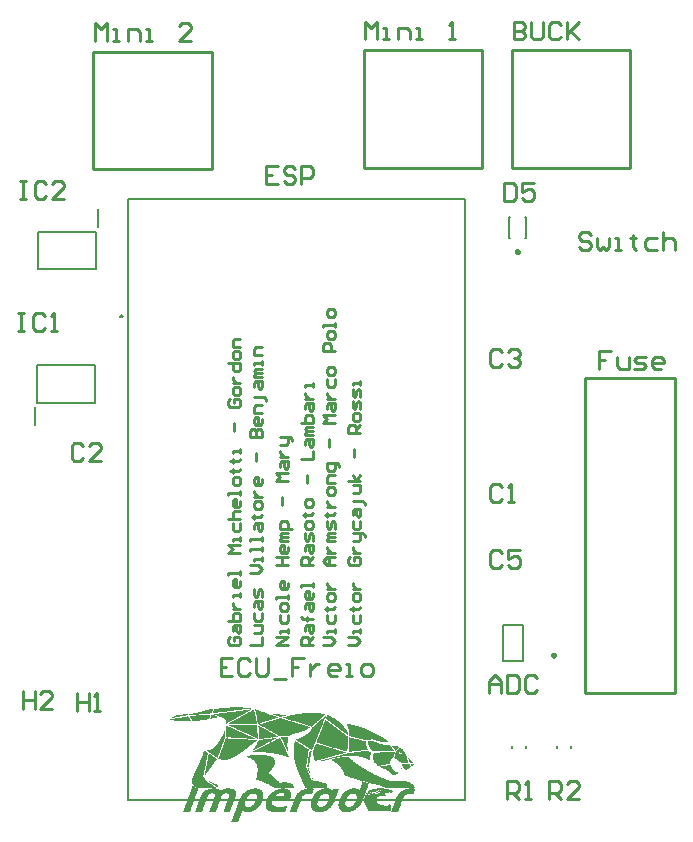
<source format=gbr>
%FSLAX23Y23*%
%MOIN*%
%SFA1B1*%

%IPPOS*%
%ADD29C,0.007874*%
%ADD30C,0.009843*%
%ADD31C,0.005000*%
%ADD32C,0.010000*%
%LNecu_freio_2024_equipe_imperador_legend_top-1*%
%LPD*%
G36*
X3520Y2470D02*
X3521D01*
Y2470*
X3528*
Y2470*
X3529*
Y2470*
X3529*
Y2469*
X3537*
Y2469*
X3542*
Y2469*
X3542*
Y2468*
X3546*
Y2467*
X3545*
Y2467*
X3545*
Y2467*
X3544*
Y2466*
X3543*
Y2467*
X3542*
Y2466*
X3540*
Y2467*
X3540*
Y2466*
X3539*
Y2466*
X3533*
Y2465*
X3528*
Y2465*
X3527*
Y2465*
X3527*
Y2464*
X3521*
Y2464*
X3521*
Y2464*
X3515*
Y2463*
X3515*
Y2463*
X3514*
Y2463*
X3513*
Y2463*
X3513*
Y2463*
X3509*
Y2463*
X3509*
Y2463*
X3509*
Y2462*
X3508*
Y2462*
X3503*
Y2462*
X3503*
Y2461*
X3496*
Y2461*
X3496*
Y2461*
X3496*
Y2461*
X3490*
Y2460*
X3484*
Y2459*
X3484*
Y2459*
X3479*
Y2459*
X3479*
Y2459*
X3479*
Y2459*
X3478*
Y2458*
X3473*
Y2458*
X3472*
Y2458*
X3467*
Y2457*
X3467*
Y2457*
X3466*
Y2457*
X3460*
Y2457*
X3460*
Y2456*
X3454*
Y2456*
X3454*
Y2456*
X3454*
Y2455*
X3448*
Y2456*
X3448*
Y2455*
X3448*
Y2455*
X3447*
Y2455*
X3442*
Y2454*
X3436*
Y2453*
X3436*
Y2453*
X3430*
Y2453*
X3424*
Y2452*
X3424*
Y2452*
X3420*
Y2452*
X3419*
Y2452*
X3418*
Y2453*
X3419*
Y2454*
X3419*
Y2454*
X3419*
Y2454*
X3420*
Y2455*
X3420*
Y2455*
X3420*
Y2456*
X3421*
Y2457*
X3421*
Y2458*
X3422*
Y2459*
X3422*
Y2459*
X3422*
Y2461*
X3423*
Y2461*
X3423*
Y2461*
X3424*
Y2463*
X3424*
Y2463*
X3424*
Y2464*
X3425*
Y2465*
X3425*
Y2466*
X3428*
Y2466*
X3429*
Y2467*
X3429*
Y2466*
X3434*
Y2467*
X3434*
Y2467*
X3434*
Y2467*
X3439*
Y2468*
X3440*
Y2468*
X3447*
Y2469*
X3447*
Y2469*
X3454*
Y2469*
X3454*
Y2469*
X3464*
Y2470*
X3464*
Y2470*
X3475*
Y2470*
X3476*
Y2471*
X3520*
Y2470*
G37*
G36*
X3557Y2461D02*
X3558D01*
Y2461*
X3558*
Y2460*
X3558*
Y2457*
X3558*
Y2457*
X3558*
Y2456*
X3559*
Y2456*
X3559*
Y2453*
X3560*
Y2452*
X3560*
Y2452*
X3560*
Y2449*
X3560*
Y2449*
X3560*
Y2449*
X3560*
Y2445*
X3561*
Y2442*
X3561*
Y2441*
X3562*
Y2441*
X3562*
Y2439*
X3562*
Y2438*
X3562*
Y2438*
X3562*
Y2437*
X3563*
Y2434*
X3563*
Y2433*
X3564*
Y2433*
X3563*
Y2431*
X3564*
Y2430*
X3564*
Y2430*
X3564*
Y2426*
X3564*
Y2426*
X3565*
Y2422*
X3565*
Y2422*
X3566*
Y2419*
X3565*
Y2419*
X3566*
Y2419*
X3566*
Y2418*
X3566*
Y2416*
X3470*
Y2416*
X3471*
Y2417*
X3471*
Y2417*
X3471*
Y2417*
X3472*
Y2418*
X3473*
Y2418*
X3473*
Y2418*
X3474*
Y2419*
X3475*
Y2419*
X3475*
Y2419*
X3476*
Y2420*
X3477*
Y2420*
X3478*
Y2421*
X3478*
Y2421*
X3479*
Y2421*
X3480*
Y2422*
X3481*
Y2422*
X3481*
Y2423*
X3482*
Y2423*
X3483*
Y2423*
X3483*
Y2424*
X3484*
Y2424*
X3484*
Y2425*
X3486*
Y2425*
X3486*
Y2425*
X3487*
Y2426*
X3488*
Y2426*
X3488*
Y2427*
X3489*
Y2427*
X3490*
Y2427*
X3491*
Y2428*
X3491*
Y2428*
X3492*
Y2429*
X3494*
Y2429*
X3494*
Y2429*
X3495*
Y2430*
X3496*
Y2430*
X3496*
Y2431*
X3497*
Y2431*
X3498*
Y2432*
X3498*
Y2432*
X3499*
Y2432*
X3499*
Y2433*
X3500*
Y2433*
X3501*
Y2433*
X3501*
Y2433*
X3501*
Y2433*
X3502*
Y2433*
X3502*
Y2434*
X3502*
Y2434*
X3504*
Y2435*
X3504*
Y2435*
X3504*
Y2436*
X3506*
Y2436*
X3506*
Y2436*
X3507*
Y2437*
X3508*
Y2437*
X3508*
Y2437*
X3508*
Y2437*
X3509*
Y2438*
X3510*
Y2438*
X3510*
Y2438*
X3512*
Y2439*
X3512*
Y2439*
X3512*
Y2440*
X3514*
Y2440*
X3514*
Y2441*
X3515*
Y2441*
X3515*
Y2441*
X3516*
Y2441*
X3517*
Y2442*
X3518*
Y2442*
X3518*
Y2443*
X3519*
Y2443*
X3520*
Y2444*
X3520*
Y2444*
X3522*
Y2445*
X3522*
Y2445*
X3522*
Y2445*
X3524*
Y2446*
X3525*
Y2446*
X3525*
Y2447*
X3526*
Y2447*
X3527*
Y2447*
X3527*
Y2448*
X3527*
Y2448*
X3528*
Y2449*
X3529*
Y2449*
X3530*
Y2449*
X3530*
Y2449*
X3532*
Y2450*
X3532*
Y2450*
X3533*
Y2451*
X3534*
Y2451*
X3535*
Y2452*
X3535*
Y2452*
X3535*
Y2452*
X3536*
Y2453*
X3537*
Y2453*
X3538*
Y2453*
X3538*
Y2454*
X3539*
Y2454*
X3540*
Y2454*
X3540*
Y2455*
X3541*
Y2455*
X3541*
Y2455*
X3542*
Y2456*
X3543*
Y2456*
X3543*
Y2456*
X3544*
Y2457*
X3545*
Y2457*
Y2457*
X3545*
Y2458*
X3546*
Y2458*
X3547*
Y2458*
X3548*
Y2459*
X3549*
Y2459*
X3549*
Y2460*
X3551*
Y2460*
X3551*
Y2461*
X3552*
Y2461*
X3552*
Y2461*
X3553*
Y2462*
X3554*
Y2462*
X3555*
Y2463*
X3555*
Y2463*
X3555*
Y2463*
X3556*
Y2463*
X3556*
Y2464*
X3557*
Y2461*
G37*
G36*
X3548Y2463D02*
X3548D01*
Y2463*
X3547*
Y2462*
X3547*
Y2462*
X3546*
Y2461*
X3544*
Y2461*
X3544*
Y2461*
X3544*
Y2461*
X3543*
Y2460*
X3542*
Y2460*
X3542*
Y2459*
X3542*
Y2459*
X3540*
Y2458*
X3539*
Y2458*
X3539*
Y2458*
X3538*
Y2457*
X3537*
Y2457*
X3536*
Y2457*
X3536*
Y2456*
X3536*
Y2456*
X3535*
Y2456*
X3535*
Y2455*
X3534*
Y2455*
X3532*
Y2454*
X3532*
Y2454*
X3531*
Y2454*
X3531*
Y2453*
X3531*
Y2453*
X3529*
Y2453*
X3529*
Y2452*
X3528*
Y2452*
X3527*
Y2451*
X3527*
Y2451*
X3526*
Y2450*
X3524*
Y2450*
X3524*
Y2449*
X3523*
Y2449*
X3523*
Y2449*
X3521*
Y2448*
X3521*
Y2448*
X3520*
Y2447*
X3519*
Y2447*
X3519*
Y2447*
X3518*
Y2446*
X3517*
Y2446*
X3516*
Y2445*
X3515*
Y2445*
X3515*
Y2445*
X3514*
Y2444*
X3514*
Y2445*
X3513*
Y2444*
X3513*
Y2444*
X3512*
Y2443*
X3511*
Y2443*
X3511*
Y2442*
X3511*
Y2442*
X3509*
Y2441*
X3508*
Y2441*
X3508*
Y2441*
X3508*
Y2441*
X3507*
Y2441*
X3507*
Y2441*
X3507*
Y2440*
X3506*
Y2440*
X3505*
Y2439*
X3504*
Y2439*
X3504*
Y2438*
X3503*
Y2438*
X3503*
Y2438*
X3501*
Y2437*
X3501*
Y2437*
X3500*
Y2437*
X3500*
Y2436*
X3499*
Y2436*
X3498*
Y2436*
X3498*
Y2435*
X3498*
Y2435*
X3497*
Y2435*
X3496*
Y2434*
X3495*
Y2434*
X3495*
Y2433*
X3494*
Y2433*
X3493*
Y2433*
X3493*
Y2433*
X3492*
Y2432*
X3492*
Y2432*
X3491*
Y2432*
X3491*
Y2431*
X3490*
Y2431*
X3489*
Y2430*
X3488*
Y2430*
X3488*
Y2429*
X3487*
Y2430*
X3487*
Y2429*
X3487*
Y2429*
X3486*
Y2429*
X3485*
Y2428*
X3484*
Y2428*
X3484*
Y2428*
X3483*
Y2427*
X3483*
Y2427*
X3483*
Y2427*
X3481*
Y2426*
X3481*
Y2426*
X3480*
Y2425*
X3479*
Y2425*
X3478*
Y2425*
X3477*
Y2424*
X3477*
Y2424*
X3476*
Y2423*
X3475*
Y2423*
X3475*
Y2423*
X3475*
Y2422*
X3474*
Y2422*
X3473*
Y2422*
X3473*
Y2421*
X3472*
Y2421*
X3471*
Y2421*
X3470*
Y2420*
X3470*
Y2420*
X3469*
Y2419*
X3468*
Y2419*
X3468*
Y2418*
X3467*
Y2419*
X3467*
Y2418*
X3467*
Y2418*
X3465*
Y2417*
X3465*
Y2417*
X3464*
Y2417*
X3464*
Y2417*
X3464*
Y2417*
X3464*
Y2424*
X3464*
Y2424*
X3464*
Y2424*
X3463*
Y2425*
X3463*
Y2426*
X3463*
Y2427*
X3462*
Y2428*
X3462*
Y2428*
X3461*
Y2429*
X3461*
Y2430*
X3461*
Y2430*
X3460*
Y2430*
X3460*
Y2431*
X3460*
Y2431*
X3460*
Y2431*
X3459*
Y2432*
X3459*
Y2432*
X3459*
Y2432*
X3458*
Y2433*
X3458*
Y2433*
X3458*
Y2433*
X3457*
Y2433*
X3457*
Y2434*
X3457*
Y2434*
X3456*
Y2434*
X3456*
Y2435*
X3455*
Y2435*
X3455*
Y2436*
X3453*
Y2436*
X3453*
Y2436*
X3451*
Y2437*
X3451*
Y2437*
X3451*
Y2437*
X3450*
Y2437*
X3449*
Y2437*
X3449*
Y2437*
X3449*
Y2438*
X3447*
Y2438*
X3447*
Y2438*
X3445*
Y2439*
X3445*
Y2439*
X3445*
Y2439*
X3444*
Y2439*
X3444*
Y2439*
X3443*
Y2440*
X3442*
Y2440*
X3441*
Y2441*
X3441*
Y2441*
X3440*
Y2441*
X3440*
Y2441*
X3439*
Y2441*
X3438*
Y2442*
X3438*
Y2442*
X3436*
Y2442*
X3436*
Y2443*
X3435*
Y2443*
X3434*
Y2443*
X3434*
Y2444*
X3433*
Y2444*
X3432*
Y2444*
X3432*
Y2445*
X3432*
Y2444*
X3431*
Y2445*
X3430*
Y2445*
X3429*
Y2445*
X3429*
Y2446*
X3427*
Y2446*
X3427*
Y2447*
X3425*
Y2446*
X3425*
Y2447*
X3424*
Y2447*
X3423*
Y2448*
X3423*
Y2449*
X3423*
Y2449*
X3429*
Y2449*
X3429*
Y2449*
X3435*
Y2450*
X3435*
Y2450*
X3435*
Y2450*
X3441*
Y2451*
X3447*
Y2452*
X3447*
Y2452*
X3448*
Y2452*
X3452*
Y2452*
X3453*
Y2453*
X3458*
Y2453*
X3459*
Y2453*
X3465*
Y2454*
X3465*
Y2454*
X3470*
Y2454*
X3470*
Y2454*
X3471*
Y2454*
X3471*
Y2455*
X3477*
Y2455*
X3477*
Y2455*
X3477*
Y2456*
X3478*
Y2455*
X3483*
Y2456*
X3484*
Y2456*
X3484*
Y2456*
X3489*
Y2457*
X3495*
Y2457*
X3495*
Y2458*
X3500*
Y2457*
X3501*
Y2458*
X3501*
Y2458*
X3507*
Y2459*
X3508*
Y2459*
X3508*
Y2459*
X3513*
Y2459*
X3513*
Y2460*
X3513*
Y2460*
X3520*
Y2461*
X3525*
Y2461*
X3526*
Y2461*
X3526*
Y2461*
X3532*
Y2461*
X3532*
Y2461*
X3532*
Y2462*
X3532*
Y2462*
X3537*
Y2462*
X3538*
Y2463*
X3538*
Y2463*
X3538*
Y2463*
X3543*
Y2463*
X3544*
Y2464*
X3548*
Y2463*
G37*
G36*
X3420Y2465D02*
X3421D01*
Y2464*
X3420*
Y2462*
X3420*
Y2462*
X3420*
Y2462*
X3419*
Y2461*
X3419*
Y2459*
X3418*
Y2459*
X3418*
Y2459*
X3418*
Y2458*
X3417*
Y2458*
X3417*
Y2457*
X3416*
Y2456*
X3416*
Y2455*
X3416*
Y2454*
X3415*
Y2454*
X3415*
Y2453*
X3414*
Y2452*
X3414*
Y2452*
X3413*
Y2451*
X3410*
Y2451*
X3410*
Y2450*
X3400*
Y2450*
X3400*
Y2450*
X3400*
Y2449*
X3393*
Y2449*
X3384*
Y2449*
X3384*
Y2448*
X3384*
Y2448*
X3375*
Y2448*
X3375*
Y2448*
X3374*
Y2447*
X3366*
Y2447*
X3365*
Y2447*
X3356*
Y2446*
X3356*
Y2446*
X3356*
Y2446*
X3347*
Y2445*
X3341*
Y2449*
X3347*
Y2450*
X3347*
Y2450*
X3352*
Y2451*
X3357*
Y2451*
X3357*
Y2452*
X3357*
Y2452*
X3358*
Y2452*
X3360*
Y2452*
X3360*
Y2452*
X3361*
Y2453*
X3365*
Y2453*
X3368*
Y2453*
X3369*
Y2454*
X3369*
Y2454*
X3371*
Y2454*
X3372*
Y2454*
X3372*
Y2455*
X3375*
Y2455*
X3375*
Y2455*
X3376*
Y2456*
X3376*
Y2455*
X3378*
Y2456*
X3379*
Y2456*
X3379*
Y2456*
X3382*
Y2457*
X3384*
Y2457*
X3384*
Y2458*
X3386*
Y2457*
X3386*
Y2458*
X3387*
Y2458*
X3390*
Y2459*
X3390*
Y2459*
X3390*
Y2459*
X3391*
Y2459*
X3392*
Y2459*
X3392*
Y2460*
X3394*
Y2460*
X3394*
Y2461*
X3397*
Y2461*
X3397*
Y2461*
X3399*
Y2461*
X3400*
Y2461*
X3400*
Y2462*
X3404*
Y2463*
X3404*
Y2463*
X3405*
Y2463*
X3407*
Y2463*
X3408*
Y2463*
X3408*
Y2464*
X3413*
Y2464*
X3417*
Y2465*
X3417*
Y2465*
X3420*
Y2465*
G37*
G36*
X3763Y2453D02*
X3771D01*
Y2452*
X3771*
Y2452*
X3771*
Y2452*
X3775*
Y2452*
X3775*
Y2452*
X3776*
Y2451*
X3776*
Y2451*
X3779*
Y2451*
X3780*
Y2450*
X3780*
Y2450*
X3780*
Y2450*
X3783*
Y2450*
X3783*
Y2449*
X3786*
Y2449*
X3787*
Y2449*
X3790*
Y2448*
X3790*
Y2448*
X3791*
Y2448*
X3792*
Y2448*
X3792*
Y2448*
X3792*
Y2447*
X3794*
Y2446*
X3793*
Y2446*
X3793*
Y2445*
X3793*
Y2445*
X3792*
Y2445*
X3792*
Y2445*
X3792*
Y2444*
X3791*
Y2444*
X3791*
Y2444*
X3791*
Y2443*
X3791*
Y2443*
X3790*
Y2443*
X3789*
Y2442*
X3789*
Y2442*
X3789*
Y2442*
X3788*
Y2441*
X3788*
Y2441*
X3788*
Y2441*
X3787*
Y2441*
X3787*
Y2440*
X3787*
Y2440*
X3787*
Y2440*
X3786*
Y2439*
X3786*
Y2439*
X3786*
Y2439*
X3785*
Y2438*
X3785*
Y2438*
X3785*
Y2438*
X3784*
Y2437*
X3784*
Y2437*
X3784*
Y2437*
X3783*
Y2437*
X3783*
Y2436*
X3782*
Y2436*
X3781*
Y2435*
X3781*
Y2435*
X3780*
Y2434*
X3780*
Y2434*
X3779*
Y2433*
X3779*
Y2433*
X3778*
Y2432*
X3778*
Y2432*
X3777*
Y2431*
X3777*
Y2430*
X3775*
Y2430*
X3775*
Y2430*
X3775*
Y2429*
X3775*
Y2429*
X3774*
Y2429*
X3774*
Y2429*
X3774*
Y2428*
X3773*
Y2428*
X3773*
Y2428*
X3773*
Y2427*
X3772*
Y2427*
X3772*
Y2427*
X3772*
Y2426*
X3771*
Y2426*
X3771*
Y2426*
X3771*
Y2425*
X3771*
Y2425*
X3770*
Y2425*
X3770*
Y2425*
X3769*
Y2424*
X3768*
Y2424*
X3768*
Y2423*
X3768*
Y2423*
X3767*
Y2422*
X3767*
Y2422*
X3766*
Y2421*
X3766*
Y2421*
X3766*
Y2421*
X3765*
Y2421*
X3765*
Y2420*
X3765*
Y2420*
X3764*
Y2420*
X3764*
Y2419*
X3763*
Y2419*
X3763*
Y2418*
X3762*
Y2418*
X3762*
Y2418*
X3761*
Y2417*
X3761*
Y2417*
X3761*
Y2417*
X3760*
Y2417*
X3760*
Y2416*
X3760*
Y2416*
X3759*
Y2416*
X3759*
Y2415*
X3759*
Y2415*
X3759*
Y2415*
X3758*
Y2414*
X3758*
Y2414*
X3758*
Y2414*
X3757*
Y2413*
X3757*
Y2413*
X3757*
Y2413*
X3755*
Y2412*
X3755*
Y2412*
X3755*
Y2412*
X3755*
Y2411*
X3754*
Y2411*
X3754*
Y2411*
X3754*
Y2410*
X3753*
Y2410*
X3753*
Y2410*
X3753*
Y2409*
X3752*
Y2409*
X3752*
Y2409*
X3752*
Y2409*
X3751*
Y2408*
X3751*
Y2408*
X3751*
Y2408*
X3751*
Y2407*
X3750*
Y2407*
X3750*
Y2407*
X3749*
Y2407*
X3748*
Y2408*
X3747*
Y2407*
X3747*
Y2408*
X3747*
Y2408*
X3746*
Y2408*
X3744*
Y2409*
X3744*
Y2409*
X3742*
Y2409*
X3741*
Y2409*
X3741*
Y2410*
X3739*
Y2410*
X3739*
Y2410*
X3737*
Y2411*
X3737*
Y2411*
X3736*
Y2411*
X3736*
Y2411*
X3734*
Y2411*
X3734*
Y2412*
X3734*
Y2412*
X3732*
Y2412*
X3731*
Y2413*
X3730*
Y2413*
X3729*
Y2413*
X3727*
Y2414*
X3724*
Y2414*
X3724*
Y2415*
X3724*
Y2415*
X3723*
Y2415*
X3723*
Y2415*
X3722*
Y2416*
X3720*
Y2416*
X3720*
Y2416*
X3717*
Y2417*
X3717*
Y2417*
X3715*
Y2417*
X3715*
Y2418*
X3713*
Y2418*
X3712*
Y2418*
X3712*
Y2419*
X3711*
Y2418*
X3711*
Y2419*
X3710*
Y2419*
X3707*
Y2420*
X3707*
Y2420*
X3705*
Y2420*
X3705*
Y2421*
X3705*
Y2421*
X3703*
Y2421*
X3700*
Y2422*
X3700*
Y2422*
X3699*
Y2422*
X3699*
Y2422*
X3698*
Y2422*
X3698*
Y2423*
X3695*
Y2424*
X3694*
Y2424*
X3693*
Y2424*
X3693*
Y2425*
X3690*
Y2425*
X3688*
Y2425*
X3688*
Y2426*
X3688*
Y2426*
X3687*
Y2426*
X3686*
Y2426*
X3686*
Y2426*
X3686*
Y2427*
X3683*
Y2427*
X3683*
Y2427*
X3681*
Y2428*
X3681*
Y2428*
X3680*
Y2428*
X3679*
Y2428*
X3679*
Y2428*
X3679*
Y2429*
X3678*
Y2429*
X3676*
Y2429*
X3676*
Y2429*
X3676*
Y2430*
X3675*
Y2429*
X3674*
Y2430*
X3673*
Y2430*
X3673*
Y2430*
X3671*
Y2431*
X3669*
Y2432*
X3669*
Y2432*
X3666*
Y2433*
X3664*
Y2433*
X3663*
Y2433*
X3663*
Y2433*
X3662*
Y2433*
X3662*
Y2434*
X3661*
Y2434*
X3659*
Y2434*
X3659*
Y2435*
X3656*
Y2435*
X3656*
Y2436*
X3654*
Y2436*
X3654*
Y2436*
X3653*
Y2438*
X3655*
Y2438*
X3656*
Y2438*
X3658*
Y2439*
X3659*
Y2439*
X3659*
Y2439*
X3661*
Y2440*
X3662*
Y2440*
X3665*
Y2440*
X3665*
Y2441*
X3666*
Y2441*
X3666*
Y2441*
X3667*
Y2441*
X3667*
Y2441*
X3670*
Y2442*
X3671*
Y2442*
X3673*
Y2442*
X3673*
Y2443*
X3674*
Y2443*
X3676*
Y2443*
X3676*
Y2444*
X3679*
Y2444*
X3680*
Y2445*
X3680*
Y2444*
X3682*
Y2445*
X3682*
Y2445*
X3685*
Y2445*
X3685*
Y2446*
X3688*
Y2446*
X3688*
Y2446*
X3688*
Y2447*
X3691*
Y2447*
X3691*
Y2447*
X3694*
Y2448*
X3695*
Y2448*
X3695*
Y2448*
X3701*
Y2448*
X3701*
Y2449*
X3702*
Y2449*
X3709*
Y2449*
X3710*
Y2449*
X3715*
Y2450*
X3715*
Y2450*
X3718*
Y2451*
X3719*
Y2451*
X3723*
Y2451*
X3723*
Y2452*
X3723*
Y2452*
X3724*
Y2452*
X3728*
Y2452*
X3729*
Y2452*
X3729*
Y2453*
X3736*
Y2453*
X3763*
Y2453*
G37*
G36*
X3337Y2445D02*
X3337D01*
Y2444*
X3336*
Y2445*
X3336*
Y2444*
X3335*
Y2445*
X3334*
Y2444*
X3334*
Y2444*
X3329*
Y2443*
X3329*
Y2443*
X3329*
Y2443*
X3329*
Y2443*
X3325*
Y2443*
X3325*
Y2442*
X3321*
Y2442*
X3320*
Y2441*
X3315*
Y2441*
X3315*
Y2441*
X3312*
Y2441*
X3311*
Y2441*
X3311*
Y2440*
X3311*
Y2440*
X3307*
Y2440*
X3306*
Y2439*
X3302*
Y2439*
X3302*
Y2439*
X3302*
Y2438*
X3298*
Y2438*
X3297*
Y2438*
X3293*
Y2437*
X3293*
Y2437*
X3293*
Y2437*
X3292*
Y2437*
X3292*
Y2437*
X3290*
Y2437*
X3289*
Y2437*
X3289*
Y2437*
X3289*
Y2436*
X3284*
Y2436*
X3281*
Y2435*
X3281*
Y2436*
X3281*
Y2436*
X3281*
Y2437*
X3281*
Y2437*
X3283*
Y2437*
X3283*
Y2438*
X3285*
Y2438*
X3285*
Y2438*
X3286*
Y2439*
X3287*
Y2439*
X3289*
Y2440*
X3289*
Y2440*
X3290*
Y2440*
X3290*
Y2441*
X3291*
Y2441*
X3292*
Y2441*
X3292*
Y2441*
X3294*
Y2442*
X3294*
Y2442*
X3295*
Y2442*
X3295*
Y2443*
X3296*
Y2443*
X3297*
Y2443*
X3298*
Y2444*
X3299*
Y2444*
X3300*
Y2445*
X3300*
Y2444*
X3301*
Y2445*
X3301*
Y2445*
X3301*
Y2445*
X3303*
Y2446*
X3304*
Y2446*
X3304*
Y2446*
X3305*
Y2447*
X3305*
Y2446*
X3306*
Y2447*
X3306*
Y2447*
X3307*
Y2447*
X3320*
Y2448*
X3321*
Y2448*
X3321*
Y2448*
X3321*
Y2448*
X3333*
Y2448*
X3333*
Y2449*
X3337*
Y2445*
G37*
G36*
X3803Y2444D02*
X3803D01*
Y2444*
X3803*
Y2444*
X3805*
Y2443*
X3806*
Y2443*
X3807*
Y2443*
X3808*
Y2442*
X3809*
Y2442*
X3809*
Y2441*
X3810*
Y2441*
X3811*
Y2441*
X3812*
Y2440*
X3812*
Y2440*
X3814*
Y2440*
X3814*
Y2439*
X3815*
Y2439*
X3816*
Y2439*
X3816*
Y2438*
X3817*
Y2438*
X3818*
Y2437*
X3819*
Y2437*
X3819*
Y2437*
X3820*
Y2437*
X3820*
Y2436*
X3821*
Y2436*
X3822*
Y2435*
X3822*
Y2435*
X3824*
Y2434*
X3824*
Y2434*
X3825*
Y2433*
X3826*
Y2433*
X3826*
Y2433*
X3827*
Y2432*
X3828*
Y2432*
X3829*
Y2431*
X3829*
Y2431*
X3830*
Y2430*
X3830*
Y2430*
X3830*
Y2430*
X3831*
Y2429*
X3832*
Y2429*
X3832*
Y2429*
X3833*
Y2429*
X3833*
Y2428*
X3834*
Y2428*
X3834*
Y2428*
X3834*
Y2427*
X3835*
Y2427*
X3835*
Y2427*
X3836*
Y2426*
X3837*
Y2426*
X3837*
Y2426*
X3837*
Y2425*
X3838*
Y2425*
X3838*
Y2424*
X3839*
Y2424*
X3840*
Y2423*
X3840*
Y2423*
X3841*
Y2423*
X3841*
Y2422*
X3841*
Y2422*
X3842*
Y2422*
X3842*
Y2421*
X3842*
Y2421*
X3842*
Y2421*
X3844*
Y2420*
X3844*
Y2420*
X3845*
Y2419*
X3845*
Y2419*
X3846*
Y2418*
X3846*
Y2418*
X3846*
Y2418*
X3847*
Y2417*
X3847*
Y2416*
X3848*
Y2416*
X3848*
Y2415*
X3848*
Y2415*
X3849*
Y2415*
X3849*
Y2414*
X3849*
Y2414*
X3850*
Y2414*
X3850*
Y2413*
X3850*
Y2413*
X3850*
Y2413*
X3851*
Y2413*
X3851*
Y2412*
X3851*
Y2412*
X3852*
Y2412*
X3852*
Y2410*
X3853*
Y2410*
X3853*
Y2409*
X3854*
Y2409*
X3854*
Y2408*
X3855*
Y2408*
X3855*
Y2407*
X3856*
Y2406*
X3856*
Y2406*
X3856*
Y2405*
X3857*
Y2405*
X3857*
Y2405*
X3857*
Y2405*
X3858*
Y2404*
X3858*
Y2404*
X3858*
Y2404*
X3858*
Y2403*
X3859*
Y2402*
X3859*
Y2402*
X3859*
Y2402*
X3860*
Y2401*
X3860*
Y2401*
X3860*
Y2401*
X3861*
Y2401*
X3861*
Y2400*
X3861*
Y2400*
X3862*
Y2399*
X3862*
Y2398*
X3862*
Y2398*
X3862*
Y2398*
X3863*
Y2397*
X3864*
Y2396*
X3864*
Y2396*
X3864*
Y2395*
X3865*
Y2395*
X3865*
Y2395*
X3865*
Y2394*
X3866*
Y2394*
X3866*
Y2393*
X3866*
Y2393*
X3867*
Y2392*
X3867*
Y2391*
X3868*
Y2391*
X3868*
Y2390*
X3869*
Y2390*
X3869*
Y2389*
X3869*
Y2389*
X3870*
Y2389*
X3870*
Y2388*
X3870*
Y2378*
X3869*
Y2378*
X3869*
Y2378*
X3868*
Y2378*
X3868*
Y2379*
X3868*
Y2379*
X3867*
Y2379*
X3867*
Y2380*
X3867*
Y2380*
X3866*
Y2380*
X3865*
Y2381*
X3865*
Y2381*
X3864*
Y2382*
X3864*
Y2382*
X3864*
Y2382*
X3863*
Y2382*
X3863*
Y2382*
X3863*
Y2382*
X3862*
Y2383*
X3862*
Y2383*
X3862*
Y2383*
X3862*
Y2384*
X3861*
Y2384*
X3861*
Y2384*
X3861*
Y2385*
X3859*
Y2385*
X3859*
Y2386*
X3859*
Y2386*
X3858*
Y2386*
X3858*
Y2387*
X3857*
Y2387*
X3856*
Y2387*
X3856*
Y2388*
X3856*
Y2388*
X3855*
Y2388*
X3855*
Y2389*
X3855*
Y2389*
X3854*
Y2389*
X3854*
Y2389*
X3854*
Y2389*
X3854*
Y2390*
X3853*
Y2390*
X3853*
Y2390*
X3853*
Y2390*
X3852*
Y2391*
X3852*
Y2391*
X3852*
Y2391*
X3850*
Y2392*
X3850*
Y2392*
X3850*
Y2393*
X3849*
Y2393*
X3849*
Y2393*
X3848*
Y2394*
X3847*
Y2394*
X3847*
Y2394*
X3847*
Y2395*
X3846*
Y2395*
X3846*
Y2395*
X3846*
Y2396*
X3846*
Y2396*
X3845*
Y2396*
X3845*
Y2397*
X3845*
Y2396*
X3844*
Y2397*
X3844*
Y2397*
X3843*
Y2398*
X3843*
Y2398*
X3842*
Y2398*
X3842*
Y2399*
X3841*
Y2399*
X3841*
Y2399*
X3840*
Y2400*
X3840*
Y2400*
X3840*
Y2400*
X3839*
Y2401*
X3838*
Y2401*
X3838*
Y2402*
X3837*
Y2402*
X3837*
Y2402*
X3837*
Y2403*
X3836*
Y2403*
X3835*
Y2403*
X3835*
Y2404*
X3834*
Y2404*
X3834*
Y2405*
X3834*
Y2405*
X3832*
Y2405*
X3832*
Y2406*
X3832*
Y2406*
X3831*
Y2406*
X3831*
Y2407*
X3831*
Y2407*
X3830*
Y2407*
X3830*
Y2408*
X3830*
Y2407*
X3829*
Y2408*
X3829*
Y2408*
X3828*
Y2409*
X3828*
Y2409*
X3827*
Y2410*
X3826*
Y2410*
X3826*
Y2410*
X3826*
Y2411*
X3825*
Y2411*
X3825*
Y2411*
X3825*
Y2412*
X3824*
Y2412*
X3824*
Y2412*
X3824*
Y2413*
X3823*
Y2413*
X3822*
Y2413*
X3822*
Y2413*
X3822*
Y2414*
X3822*
Y2414*
X3821*
Y2414*
X3821*
Y2415*
X3821*
Y2415*
X3820*
Y2415*
X3820*
Y2415*
X3819*
Y2416*
X3819*
Y2416*
X3818*
Y2416*
X3818*
Y2417*
X3818*
Y2417*
X3817*
Y2417*
X3816*
Y2418*
X3816*
Y2418*
X3816*
Y2418*
X3815*
Y2419*
X3815*
Y2419*
X3815*
Y2419*
X3814*
Y2420*
X3813*
Y2421*
X3813*
Y2421*
X3812*
Y2421*
X3811*
Y2422*
X3810*
Y2422*
X3810*
Y2422*
X3810*
Y2423*
X3810*
Y2423*
X3809*
Y2423*
X3809*
Y2424*
X3809*
Y2424*
X3808*
Y2424*
X3808*
Y2425*
X3807*
Y2425*
X3807*
Y2425*
X3806*
Y2425*
X3806*
Y2426*
X3806*
Y2426*
X3806*
Y2426*
X3805*
Y2427*
X3804*
Y2427*
X3804*
Y2427*
X3803*
Y2428*
X3803*
Y2428*
X3803*
Y2428*
X3802*
Y2429*
X3801*
Y2429*
X3801*
Y2429*
X3801*
Y2430*
X3800*
Y2430*
X3800*
Y2430*
X3800*
Y2431*
X3799*
Y2431*
X3798*
Y2432*
X3798*
Y2432*
X3797*
Y2433*
X3797*
Y2435*
X3797*
Y2436*
X3797*
Y2437*
X3798*
Y2437*
X3798*
Y2438*
X3798*
Y2439*
X3798*
Y2439*
X3799*
Y2439*
X3799*
Y2441*
X3799*
Y2441*
X3799*
Y2441*
X3800*
Y2441*
X3799*
Y2443*
X3800*
Y2443*
X3800*
Y2444*
X3801*
Y2445*
X3801*
Y2444*
X3802*
Y2445*
X3803*
Y2444*
G37*
G36*
X3613Y2451D02*
X3614D01*
Y2450*
X3619*
Y2450*
X3619*
Y2449*
X3625*
Y2449*
X3632*
Y2449*
X3633*
Y2448*
X3633*
Y2448*
X3643*
Y2448*
X3643*
Y2448*
X3644*
Y2447*
X3674*
Y2447*
X3674*
Y2446*
X3674*
Y2446*
X3671*
Y2445*
X3668*
Y2445*
X3668*
Y2445*
X3668*
Y2444*
X3666*
Y2445*
X3666*
Y2444*
X3665*
Y2444*
X3665*
Y2444*
X3662*
Y2443*
X3659*
Y2443*
X3659*
Y2442*
X3656*
Y2442*
X3656*
Y2441*
X3654*
Y2441*
X3653*
Y2441*
X3653*
Y2441*
X3651*
Y2441*
X3651*
Y2441*
X3651*
Y2440*
X3650*
Y2440*
X3647*
Y2439*
X3642*
Y2440*
X3640*
Y2441*
X3640*
Y2441*
X3639*
Y2441*
X3638*
Y2441*
X3638*
Y2441*
X3638*
Y2441*
X3636*
Y2442*
X3635*
Y2442*
X3634*
Y2442*
X3633*
Y2443*
X3631*
Y2444*
X3630*
Y2444*
X3630*
Y2444*
X3629*
Y2445*
X3629*
Y2444*
X3628*
Y2445*
X3627*
Y2445*
X3625*
Y2446*
X3623*
Y2446*
X3623*
Y2447*
X3622*
Y2446*
X3621*
Y2447*
X3621*
Y2447*
X3621*
Y2447*
X3619*
Y2448*
X3619*
Y2448*
X3618*
Y2448*
X3618*
Y2448*
X3617*
Y2448*
X3616*
Y2449*
X3614*
Y2449*
X3612*
Y2450*
X3612*
Y2451*
X3613*
Y2451*
G37*
G36*
X3412Y2447D02*
X3412D01*
Y2446*
X3412*
Y2446*
X3411*
Y2443*
X3411*
Y2443*
X3411*
Y2442*
X3410*
Y2442*
X3411*
Y2441*
X3410*
Y2441*
X3410*
Y2439*
X3409*
Y2438*
X3409*
Y2437*
X3409*
Y2436*
X3408*
Y2436*
X3408*
Y2435*
X3408*
Y2435*
X3408*
Y2434*
X3408*
Y2434*
X3408*
Y2432*
X3403*
Y2431*
X3403*
Y2431*
X3399*
Y2430*
X3394*
Y2430*
X3393*
Y2430*
X3393*
Y2429*
X3391*
Y2430*
X3391*
Y2429*
X3389*
Y2430*
X3389*
Y2429*
X3388*
Y2429*
X3388*
Y2429*
X3383*
Y2429*
X3382*
Y2428*
X3382*
Y2428*
X3382*
Y2428*
X3377*
Y2428*
X3377*
Y2427*
X3369*
Y2427*
X3368*
Y2427*
X3358*
Y2426*
X3358*
Y2426*
X3358*
Y2426*
X3352*
Y2426*
X3352*
Y2426*
X3351*
Y2426*
X3351*
Y2427*
X3350*
Y2428*
X3350*
Y2429*
X3350*
Y2429*
X3349*
Y2429*
X3349*
Y2429*
X3349*
Y2430*
X3349*
Y2431*
X3348*
Y2432*
X3348*
Y2432*
X3347*
Y2433*
X3347*
Y2433*
X3346*
Y2435*
X3346*
Y2435*
X3345*
Y2435*
X3345*
Y2436*
X3345*
Y2437*
X3345*
Y2437*
X3344*
Y2437*
X3344*
Y2438*
X3344*
Y2438*
X3343*
Y2439*
X3343*
Y2439*
X3343*
Y2441*
X3342*
Y2441*
X3342*
Y2441*
X3342*
Y2441*
X3345*
Y2442*
X3353*
Y2442*
X3354*
Y2443*
X3354*
Y2443*
X3363*
Y2444*
X3372*
Y2444*
X3372*
Y2444*
X3373*
Y2445*
X3373*
Y2444*
X3380*
Y2445*
X3381*
Y2444*
X3381*
Y2445*
X3382*
Y2445*
X3382*
Y2445*
X3391*
Y2446*
X3399*
Y2446*
X3399*
Y2447*
X3408*
Y2447*
X3412*
Y2447*
G37*
G36*
X3338Y2441D02*
X3338D01*
Y2440*
X3338*
Y2440*
X3339*
Y2440*
X3339*
Y2439*
X3339*
Y2438*
X3340*
Y2438*
X3340*
Y2438*
X3340*
Y2437*
X3341*
Y2436*
X3341*
Y2435*
X3341*
Y2435*
X3342*
Y2434*
X3342*
Y2434*
X3342*
Y2434*
X3343*
Y2433*
X3343*
Y2432*
X3344*
Y2432*
X3344*
Y2430*
X3345*
Y2430*
X3345*
Y2429*
X3345*
Y2429*
X3346*
Y2428*
X3346*
Y2428*
X3346*
Y2427*
X3347*
Y2426*
X3346*
Y2426*
X3345*
Y2426*
X3344*
Y2426*
X3343*
Y2426*
X3343*
Y2425*
X3342*
Y2425*
X3323*
Y2425*
X3323*
Y2426*
X3322*
Y2426*
X3322*
Y2426*
X3308*
Y2426*
X3307*
Y2426*
X3307*
Y2427*
X3298*
Y2427*
X3297*
Y2427*
X3291*
Y2428*
X3291*
Y2428*
X3291*
Y2428*
X3285*
Y2429*
X3285*
Y2429*
X3280*
Y2429*
X3279*
Y2430*
X3279*
Y2429*
X3278*
Y2430*
X3277*
Y2429*
X3277*
Y2430*
X3276*
Y2429*
X3275*
Y2430*
X3275*
Y2431*
X3279*
Y2432*
X3279*
Y2432*
X3284*
Y2433*
X3288*
Y2433*
X3289*
Y2433*
X3289*
Y2433*
X3292*
Y2433*
X3292*
Y2433*
X3293*
Y2433*
X3293*
Y2434*
X3293*
Y2434*
X3297*
Y2434*
X3298*
Y2435*
X3302*
Y2435*
X3302*
Y2435*
X3302*
Y2436*
X3306*
Y2436*
X3311*
Y2437*
X3311*
Y2437*
X3311*
Y2437*
X3312*
Y2437*
X3315*
Y2437*
X3315*
Y2437*
X3316*
Y2438*
X3320*
Y2438*
X3320*
Y2438*
X3325*
Y2439*
X3325*
Y2439*
X3329*
Y2440*
X3329*
Y2440*
X3334*
Y2441*
X3334*
Y2441*
X3335*
Y2441*
X3337*
Y2441*
X3338*
Y2441*
G37*
G36*
X3418Y2446D02*
X3418D01*
Y2446*
X3419*
Y2445*
X3420*
Y2445*
X3421*
Y2445*
X3421*
Y2444*
X3422*
Y2445*
X3423*
Y2444*
X3423*
Y2444*
X3423*
Y2444*
X3425*
Y2443*
X3425*
Y2443*
X3427*
Y2442*
X3427*
Y2442*
X3429*
Y2442*
X3429*
Y2441*
X3430*
Y2441*
X3431*
Y2441*
X3432*
Y2440*
X3432*
Y2440*
X3434*
Y2440*
X3434*
Y2439*
X3435*
Y2439*
X3436*
Y2439*
X3436*
Y2438*
X3436*
Y2438*
X3433*
Y2437*
X3432*
Y2437*
X3432*
Y2437*
X3431*
Y2437*
X3430*
Y2437*
X3429*
Y2437*
X3429*
Y2437*
X3429*
Y2436*
X3426*
Y2436*
X3423*
Y2435*
X3422*
Y2435*
X3422*
Y2435*
X3419*
Y2434*
X3415*
Y2434*
X3415*
Y2433*
X3415*
Y2433*
X3413*
Y2433*
X3412*
Y2433*
X3412*
Y2433*
X3411*
Y2434*
X3412*
Y2434*
X3412*
Y2435*
X3412*
Y2437*
X3412*
Y2437*
X3412*
Y2437*
X3413*
Y2439*
X3413*
Y2439*
X3413*
Y2441*
X3414*
Y2441*
X3414*
Y2442*
X3414*
Y2443*
X3414*
Y2443*
X3414*
Y2444*
X3415*
Y2446*
X3416*
Y2446*
X3416*
Y2447*
X3418*
Y2446*
G37*
G36*
X3647Y2434D02*
X3647D01*
Y2434*
X3650*
Y2433*
X3650*
Y2433*
X3651*
Y2433*
X3651*
Y2433*
X3652*
Y2433*
X3652*
Y2433*
X3654*
Y2432*
X3654*
Y2432*
X3657*
Y2432*
X3657*
Y2431*
X3657*
Y2431*
X3659*
Y2431*
X3659*
Y2430*
X3661*
Y2430*
X3662*
Y2430*
X3662*
Y2429*
X3663*
Y2430*
X3663*
Y2429*
X3664*
Y2429*
X3667*
Y2429*
X3667*
Y2428*
X3667*
Y2428*
X3667*
Y2428*
X3669*
Y2428*
X3669*
Y2427*
X3671*
Y2427*
X3674*
Y2426*
X3674*
Y2426*
X3675*
Y2426*
X3676*
Y2426*
X3676*
Y2425*
X3676*
Y2425*
X3678*
Y2425*
X3679*
Y2425*
X3680*
Y2424*
X3681*
Y2424*
X3681*
Y2424*
X3683*
Y2423*
X3684*
Y2423*
X3686*
Y2423*
X3686*
Y2422*
X3686*
Y2422*
X3687*
Y2422*
X3687*
Y2422*
X3688*
Y2422*
X3688*
Y2421*
X3691*
Y2421*
X3691*
Y2421*
X3691*
Y2421*
X3692*
Y2421*
X3693*
Y2421*
X3693*
Y2420*
X3694*
Y2420*
X3695*
Y2419*
X3698*
Y2419*
X3698*
Y2418*
X3700*
Y2419*
X3700*
Y2418*
X3701*
Y2418*
X3703*
Y2417*
X3706*
Y2417*
X3706*
Y2416*
X3708*
Y2416*
X3710*
Y2415*
X3710*
Y2415*
X3711*
Y2415*
X3711*
Y2415*
X3712*
Y2415*
X3712*
Y2415*
X3713*
Y2415*
X3713*
Y2414*
X3715*
Y2414*
X3715*
Y2413*
X3717*
Y2413*
X3718*
Y2413*
X3718*
Y2413*
X3720*
Y2412*
X3720*
Y2412*
X3723*
Y2412*
X3723*
Y2411*
X3723*
Y2411*
X3724*
Y2411*
X3725*
Y2411*
X3725*
Y2410*
X3727*
Y2410*
X3730*
Y2409*
X3730*
Y2409*
X3732*
Y2408*
X3735*
Y2408*
X3735*
Y2407*
X3736*
Y2408*
X3736*
Y2407*
X3737*
Y2407*
X3737*
Y2407*
X3740*
Y2406*
X3742*
Y2406*
X3742*
Y2405*
X3742*
Y2405*
X3744*
Y2405*
X3744*
Y2405*
X3745*
Y2404*
X3745*
Y2404*
X3745*
Y2404*
X3744*
Y2403*
X3744*
Y2403*
X3743*
Y2403*
X3743*
Y2402*
X3741*
Y2402*
X3741*
Y2401*
X3740*
Y2401*
X3739*
Y2401*
X3738*
Y2400*
X3738*
Y2400*
X3738*
Y2400*
X3737*
Y2400*
X3737*
Y2399*
X3735*
Y2399*
X3735*
Y2399*
X3735*
Y2398*
X3735*
Y2398*
X3734*
Y2398*
X3732*
Y2397*
X3731*
Y2397*
X3731*
Y2397*
X3731*
Y2396*
X3729*
Y2396*
X3728*
Y2395*
X3728*
Y2395*
X3727*
Y2395*
X3727*
Y2394*
X3726*
Y2394*
X3725*
Y2393*
X3724*
Y2393*
X3723*
Y2393*
X3723*
Y2393*
X3723*
Y2393*
X3722*
Y2393*
X3721*
Y2392*
X3720*
Y2392*
X3720*
Y2391*
X3718*
Y2391*
X3718*
Y2391*
X3717*
Y2390*
X3716*
Y2390*
X3714*
Y2390*
X3714*
Y2389*
X3714*
Y2389*
X3713*
Y2389*
X3712*
Y2389*
X3712*
Y2389*
X3711*
Y2388*
X3710*
Y2388*
X3709*
Y2388*
X3707*
Y2387*
X3707*
Y2387*
X3706*
Y2387*
X3704*
Y2386*
X3703*
Y2386*
X3700*
Y2386*
X3700*
Y2386*
X3699*
Y2385*
X3699*
Y2386*
X3698*
Y2385*
X3698*
Y2385*
X3695*
Y2384*
X3694*
Y2384*
X3693*
Y2383*
X3693*
Y2383*
X3691*
Y2383*
X3691*
Y2382*
X3689*
Y2382*
X3689*
Y2382*
X3688*
Y2382*
X3688*
Y2382*
X3687*
Y2382*
X3687*
Y2381*
X3684*
Y2380*
X3683*
Y2380*
X3683*
Y2380*
X3683*
Y2379*
X3682*
Y2379*
X3681*
Y2379*
X3680*
Y2378*
X3679*
Y2378*
X3679*
Y2378*
X3678*
Y2378*
X3678*
Y2377*
X3676*
Y2377*
X3676*
Y2377*
X3675*
Y2376*
X3675*
Y2376*
X3675*
Y2376*
X3673*
Y2375*
X3665*
Y2375*
X3665*
Y2374*
X3665*
Y2374*
X3664*
Y2374*
X3663*
Y2374*
X3663*
Y2374*
X3651*
Y2374*
X3650*
Y2374*
X3649*
Y2374*
X3648*
Y2374*
X3647*
Y2374*
X3646*
Y2374*
X3645*
Y2374*
X3644*
Y2374*
X3644*
Y2375*
X3643*
Y2375*
X3642*
Y2376*
X3641*
Y2376*
X3641*
Y2377*
X3639*
Y2377*
X3639*
Y2377*
X3638*
Y2378*
X3638*
Y2378*
X3637*
Y2378*
X3637*
Y2378*
X3636*
Y2378*
X3636*
Y2379*
X3636*
Y2379*
X3635*
Y2379*
X3635*
Y2380*
X3634*
Y2380*
X3634*
Y2380*
X3633*
Y2381*
X3631*
Y2381*
X3631*
Y2382*
X3631*
Y2382*
X3631*
Y2382*
X3630*
Y2382*
X3630*
Y2382*
X3629*
Y2383*
X3628*
Y2383*
X3627*
Y2384*
X3626*
Y2384*
X3626*
Y2385*
X3625*
Y2385*
X3624*
Y2386*
X3624*
Y2385*
X3623*
Y2386*
X3623*
Y2386*
X3623*
Y2386*
X3623*
Y2386*
X3622*
Y2387*
X3621*
Y2387*
X3621*
Y2388*
X3619*
Y2388*
X3619*
Y2388*
X3618*
Y2389*
X3618*
Y2389*
X3617*
Y2389*
X3616*
Y2390*
X3615*
Y2390*
X3615*
Y2390*
X3615*
Y2391*
X3614*
Y2391*
X3614*
Y2391*
X3613*
Y2392*
X3611*
Y2392*
X3611*
Y2393*
X3611*
Y2393*
X3611*
Y2393*
X3610*
Y2393*
X3610*
Y2393*
X3610*
Y2393*
X3608*
Y2394*
X3608*
Y2394*
X3607*
Y2395*
X3606*
Y2395*
X3606*
Y2396*
X3605*
Y2396*
X3603*
Y2397*
X3603*
Y2397*
X3602*
Y2397*
X3602*
Y2398*
X3601*
Y2398*
X3601*
Y2398*
X3601*
Y2399*
X3599*
Y2399*
X3598*
Y2400*
X3598*
Y2400*
X3598*
Y2400*
X3597*
Y2400*
X3597*
Y2400*
X3596*
Y2401*
X3595*
Y2401*
X3595*
Y2401*
X3594*
Y2402*
X3594*
Y2402*
X3593*
Y2402*
X3593*
Y2403*
X3593*
Y2403*
X3592*
Y2404*
X3591*
Y2404*
X3591*
Y2404*
X3590*
Y2404*
X3590*
Y2404*
X3590*
Y2405*
X3588*
Y2405*
X3587*
Y2405*
X3587*
Y2406*
X3587*
Y2406*
X3586*
Y2406*
X3586*
Y2407*
X3585*
Y2407*
X3584*
Y2408*
X3584*
Y2407*
X3584*
Y2408*
X3583*
Y2408*
X3582*
Y2409*
X3582*
Y2409*
X3580*
Y2409*
X3580*
Y2410*
X3579*
Y2410*
X3579*
Y2410*
X3578*
Y2411*
X3578*
Y2411*
X3578*
Y2411*
X3577*
Y2411*
X3577*
Y2411*
X3577*
Y2412*
X3576*
Y2412*
X3575*
Y2413*
X3574*
Y2413*
X3574*
Y2413*
X3574*
Y2414*
X3575*
Y2414*
X3576*
Y2415*
X3576*
Y2415*
X3577*
Y2415*
X3579*
Y2415*
X3579*
Y2416*
X3581*
Y2416*
X3583*
Y2417*
X3583*
Y2417*
X3584*
Y2417*
X3586*
Y2418*
X3588*
Y2418*
X3589*
Y2419*
X3589*
Y2418*
X3590*
Y2419*
X3591*
Y2419*
X3591*
Y2419*
X3593*
Y2420*
X3593*
Y2420*
X3595*
Y2420*
X3596*
Y2421*
X3596*
Y2421*
X3598*
Y2421*
X3598*
Y2421*
X3600*
Y2422*
X3600*
Y2422*
X3601*
Y2422*
X3601*
Y2422*
X3603*
Y2422*
X3603*
Y2423*
X3603*
Y2423*
X3605*
Y2424*
X3607*
Y2424*
X3608*
Y2425*
X3610*
Y2425*
X3610*
Y2425*
X3613*
Y2426*
X3613*
Y2426*
X3614*
Y2426*
X3615*
Y2426*
X3615*
Y2426*
X3615*
Y2427*
X3617*
Y2427*
X3617*
Y2427*
X3620*
Y2428*
X3620*
Y2428*
X3620*
Y2428*
X3622*
Y2428*
X3622*
Y2428*
X3622*
Y2429*
X3623*
Y2429*
X3624*
Y2429*
X3625*
Y2429*
X3625*
Y2430*
X3626*
Y2429*
X3627*
Y2430*
X3627*
Y2430*
X3628*
Y2430*
X3630*
Y2431*
X3630*
Y2431*
X3632*
Y2431*
X3632*
Y2432*
X3633*
Y2432*
X3634*
Y2432*
X3634*
Y2433*
X3637*
Y2433*
X3637*
Y2433*
X3638*
Y2433*
X3638*
Y2433*
X3639*
Y2433*
X3639*
Y2434*
X3642*
Y2435*
X3647*
Y2434*
G37*
G36*
X3563Y2463D02*
X3564D01*
Y2463*
X3564*
Y2463*
X3565*
Y2463*
X3565*
Y2462*
X3566*
Y2462*
X3568*
Y2462*
X3568*
Y2461*
X3570*
Y2461*
X3570*
Y2461*
X3570*
Y2461*
X3572*
Y2460*
X3572*
Y2460*
X3574*
Y2459*
X3575*
Y2459*
X3576*
Y2459*
X3576*
Y2458*
X3578*
Y2458*
X3578*
Y2458*
X3579*
Y2457*
X3579*
Y2458*
X3580*
Y2457*
X3580*
Y2457*
X3582*
Y2457*
X3583*
Y2456*
X3584*
Y2456*
X3585*
Y2456*
X3585*
Y2455*
X3586*
Y2456*
X3587*
Y2455*
X3587*
Y2455*
X3587*
Y2455*
X3589*
Y2454*
X3589*
Y2454*
X3590*
Y2454*
X3590*
Y2454*
X3591*
Y2454*
X3592*
Y2453*
X3594*
Y2453*
X3595*
Y2452*
X3596*
Y2452*
X3596*
Y2452*
X3597*
Y2451*
X3599*
Y2450*
X3601*
Y2450*
X3602*
Y2450*
X3602*
Y2449*
X3604*
Y2449*
X3604*
Y2449*
X3606*
Y2449*
X3606*
Y2448*
X3607*
Y2448*
X3608*
Y2448*
X3608*
Y2447*
X3611*
Y2447*
X3611*
Y2446*
X3611*
Y2447*
X3612*
Y2446*
X3613*
Y2446*
X3613*
Y2446*
X3614*
Y2445*
X3616*
Y2445*
X3617*
Y2444*
X3618*
Y2445*
X3618*
Y2444*
X3619*
Y2444*
X3619*
Y2444*
X3621*
Y2443*
X3621*
Y2443*
X3623*
Y2443*
X3623*
Y2442*
X3625*
Y2441*
X3627*
Y2441*
X3628*
Y2441*
X3629*
Y2441*
X3629*
Y2441*
X3630*
Y2440*
X3630*
Y2440*
X3632*
Y2440*
X3632*
Y2439*
X3632*
Y2439*
X3633*
Y2439*
X3634*
Y2439*
X3634*
Y2438*
X3636*
Y2438*
X3638*
Y2437*
X3638*
Y2437*
X3637*
Y2437*
X3637*
Y2436*
X3635*
Y2436*
X3635*
Y2436*
X3633*
Y2435*
X3633*
Y2435*
X3632*
Y2435*
X3630*
Y2434*
X3630*
Y2434*
X3628*
Y2434*
X3627*
Y2433*
X3627*
Y2433*
X3627*
Y2433*
X3626*
Y2433*
X3625*
Y2433*
X3625*
Y2433*
X3623*
Y2432*
X3620*
Y2432*
X3620*
Y2431*
X3620*
Y2431*
X3618*
Y2430*
X3616*
Y2430*
X3615*
Y2429*
X3614*
Y2430*
X3613*
Y2429*
X3613*
Y2429*
X3611*
Y2428*
X3609*
Y2428*
X3608*
Y2428*
X3608*
Y2427*
X3606*
Y2427*
X3606*
Y2427*
X3603*
Y2426*
X3603*
Y2426*
X3603*
Y2426*
X3602*
Y2426*
X3601*
Y2426*
X3601*
Y2425*
X3601*
Y2425*
X3599*
Y2425*
X3599*
Y2425*
X3596*
Y2424*
X3596*
Y2424*
X3595*
Y2424*
X3594*
Y2423*
X3593*
Y2423*
X3592*
Y2422*
X3591*
Y2422*
X3590*
Y2422*
X3590*
Y2422*
X3589*
Y2421*
X3586*
Y2421*
X3584*
Y2420*
X3584*
Y2420*
X3582*
Y2420*
X3582*
Y2419*
X3579*
Y2419*
X3579*
Y2418*
X3578*
Y2419*
X3577*
Y2418*
X3577*
Y2418*
X3576*
Y2418*
X3575*
Y2417*
X3574*
Y2417*
X3572*
Y2417*
X3572*
Y2416*
X3570*
Y2417*
X3570*
Y2418*
X3570*
Y2419*
X3569*
Y2419*
X3569*
Y2419*
X3569*
Y2421*
X3569*
Y2421*
X3569*
Y2422*
X3568*
Y2425*
X3568*
Y2429*
X3568*
Y2430*
X3567*
Y2433*
X3567*
Y2433*
X3567*
Y2433*
X3567*
Y2433*
X3566*
Y2437*
X3566*
Y2437*
X3566*
Y2441*
X3565*
Y2441*
X3565*
Y2445*
X3564*
Y2448*
X3564*
Y2448*
X3563*
Y2451*
X3564*
Y2451*
X3563*
Y2452*
X3563*
Y2452*
X3563*
Y2455*
X3562*
Y2456*
X3562*
Y2456*
X3562*
Y2456*
X3562*
Y2460*
X3562*
Y2460*
X3561*
Y2463*
X3561*
Y2464*
X3563*
Y2463*
G37*
G36*
X3796Y2441D02*
X3796D01*
Y2441*
X3796*
Y2441*
X3795*
Y2441*
X3795*
Y2439*
X3795*
Y2439*
X3795*
Y2439*
X3794*
Y2438*
X3795*
Y2437*
X3794*
Y2437*
X3794*
Y2436*
X3793*
Y2435*
X3793*
Y2433*
X3793*
Y2433*
X3792*
Y2432*
X3792*
Y2432*
X3791*
Y2430*
X3791*
Y2429*
X3791*
Y2428*
X3790*
Y2428*
X3790*
Y2426*
X3790*
Y2426*
X3789*
Y2425*
X3789*
Y2424*
X3788*
Y2423*
X3789*
Y2423*
X3788*
Y2422*
X3788*
Y2422*
X3788*
Y2421*
X3787*
Y2420*
X3787*
Y2420*
X3787*
Y2419*
X3787*
Y2418*
X3786*
Y2417*
X3786*
Y2417*
X3786*
Y2415*
X3785*
Y2415*
X3785*
Y2413*
X3784*
Y2413*
X3784*
Y2412*
X3783*
Y2411*
X3783*
Y2411*
X3783*
Y2410*
X3783*
Y2410*
X3783*
Y2409*
X3783*
Y2408*
X3782*
Y2407*
X3782*
Y2406*
X3781*
Y2406*
X3781*
Y2405*
X3781*
Y2404*
X3781*
Y2404*
X3781*
Y2404*
X3780*
Y2402*
X3780*
Y2402*
X3779*
Y2401*
X3780*
Y2400*
X3779*
Y2400*
X3779*
Y2399*
X3779*
Y2398*
X3778*
Y2397*
X3778*
Y2397*
X3777*
Y2396*
X3778*
Y2395*
X3777*
Y2395*
X3777*
Y2395*
X3777*
Y2393*
X3776*
Y2393*
X3776*
Y2393*
X3776*
Y2392*
X3776*
Y2391*
X3775*
Y2391*
X3775*
Y2390*
X3775*
Y2388*
X3774*
Y2387*
X3774*
Y2386*
X3773*
Y2386*
X3773*
Y2384*
X3772*
Y2383*
X3772*
Y2382*
X3772*
Y2382*
X3771*
Y2380*
X3771*
Y2380*
X3771*
Y2379*
X3770*
Y2378*
X3770*
Y2378*
X3770*
Y2377*
X3770*
Y2377*
X3770*
Y2376*
X3769*
Y2375*
X3769*
Y2375*
X3768*
Y2374*
X3769*
Y2373*
X3768*
Y2373*
X3768*
Y2373*
X3768*
Y2371*
X3767*
Y2369*
X3767*
Y2369*
X3766*
Y2368*
X3766*
Y2367*
X3766*
Y2366*
X3765*
Y2364*
X3765*
Y2364*
X3764*
Y2364*
X3764*
Y2362*
X3764*
Y2362*
X3763*
Y2361*
X3763*
Y2360*
X3763*
Y2360*
X3763*
Y2359*
X3763*
Y2358*
X3763*
Y2358*
X3762*
Y2358*
X3762*
Y2357*
X3761*
Y2356*
X3761*
Y2356*
X3761*
Y2355*
X3761*
Y2354*
X3761*
Y2354*
X3760*
Y2353*
X3760*
Y2351*
X3759*
Y2350*
X3759*
Y2349*
X3758*
Y2348*
X3758*
Y2348*
X3758*
Y2347*
X3757*
Y2347*
X3758*
Y2346*
X3757*
Y2346*
X3757*
Y2345*
X3757*
Y2343*
X3756*
Y2343*
X3756*
Y2342*
X3756*
Y2342*
X3755*
Y2342*
X3755*
Y2341*
X3755*
Y2340*
X3755*
Y2340*
X3755*
Y2339*
X3755*
Y2338*
X3754*
Y2338*
X3754*
Y2337*
X3754*
Y2336*
X3754*
Y2336*
X3753*
Y2336*
X3753*
Y2334*
X3752*
Y2333*
X3752*
Y2333*
X3752*
Y2333*
X3751*
Y2332*
X3752*
Y2331*
X3751*
Y2331*
X3751*
Y2330*
X3751*
Y2329*
X3750*
Y2328*
X3750*
Y2328*
X3749*
Y2328*
X3749*
Y2328*
X3748*
Y2329*
X3748*
Y2329*
X3748*
Y2329*
X3747*
Y2330*
X3746*
Y2330*
X3745*
Y2330*
X3745*
Y2331*
X3744*
Y2331*
X3744*
Y2331*
X3743*
Y2332*
X3743*
Y2332*
X3743*
Y2332*
X3742*
Y2333*
X3741*
Y2333*
X3740*
Y2334*
X3740*
Y2334*
X3740*
Y2334*
X3739*
Y2335*
X3738*
Y2335*
X3738*
Y2335*
X3738*
Y2336*
X3737*
Y2336*
X3736*
Y2337*
X3735*
Y2337*
X3735*
Y2338*
X3734*
Y2338*
X3734*
Y2338*
X3732*
Y2339*
X3732*
Y2339*
X3732*
Y2339*
X3731*
Y2340*
X3730*
Y2340*
X3730*
Y2340*
X3730*
Y2341*
X3729*
Y2341*
X3729*
Y2341*
X3729*
Y2341*
X3728*
Y2341*
X3728*
Y2342*
X3728*
Y2342*
X3727*
Y2342*
X3727*
Y2342*
X3726*
Y2343*
X3726*
Y2343*
X3725*
Y2344*
X3724*
Y2344*
X3723*
Y2345*
X3723*
Y2345*
X3723*
Y2345*
X3723*
Y2346*
X3721*
Y2346*
X3720*
Y2346*
X3720*
Y2347*
X3719*
Y2347*
X3719*
Y2347*
X3719*
Y2348*
X3718*
Y2348*
X3718*
Y2348*
X3717*
Y2349*
X3717*
Y2349*
X3717*
Y2349*
X3715*
Y2350*
X3715*
Y2350*
X3715*
Y2351*
X3713*
Y2351*
X3713*
Y2351*
X3713*
Y2352*
X3712*
Y2352*
X3712*
Y2352*
X3712*
Y2352*
X3711*
Y2352*
X3711*
Y2353*
X3711*
Y2353*
X3711*
Y2353*
X3710*
Y2354*
X3709*
Y2354*
X3709*
Y2354*
X3708*
Y2354*
X3707*
Y2355*
X3707*
Y2355*
X3707*
Y2355*
X3707*
Y2356*
X3706*
Y2356*
X3706*
Y2356*
X3705*
Y2356*
X3705*
Y2357*
X3704*
Y2357*
X3703*
Y2358*
X3703*
Y2358*
X3703*
Y2358*
X3702*
Y2358*
X3702*
Y2359*
X3701*
Y2359*
X3700*
Y2360*
X3700*
Y2360*
X3699*
Y2361*
X3698*
Y2361*
X3698*
Y2361*
X3698*
Y2362*
X3696*
Y2362*
X3696*
Y2363*
X3697*
Y2363*
X3697*
Y2364*
X3699*
Y2365*
X3701*
Y2365*
X3701*
Y2365*
X3702*
Y2366*
X3703*
Y2366*
X3704*
Y2366*
X3705*
Y2367*
X3705*
Y2367*
X3706*
Y2367*
X3706*
Y2367*
X3707*
Y2367*
X3707*
Y2368*
X3708*
Y2368*
X3708*
Y2368*
X3710*
Y2369*
X3710*
Y2369*
X3711*
Y2369*
X3712*
Y2370*
X3713*
Y2370*
X3713*
Y2370*
X3714*
Y2371*
X3714*
Y2370*
X3714*
Y2371*
X3715*
Y2371*
X3715*
Y2371*
X3716*
Y2372*
X3717*
Y2372*
X3718*
Y2373*
X3718*
Y2373*
X3719*
Y2374*
X3720*
Y2374*
X3720*
Y2374*
X3721*
Y2374*
X3721*
Y2374*
X3721*
Y2375*
X3723*
Y2375*
X3723*
Y2376*
X3724*
Y2376*
X3724*
Y2377*
X3725*
Y2377*
X3726*
Y2378*
X3727*
Y2378*
X3727*
Y2378*
X3727*
Y2378*
X3727*
Y2379*
X3729*
Y2379*
X3729*
Y2380*
X3730*
Y2380*
X3730*
Y2381*
X3731*
Y2381*
X3732*
Y2382*
X3732*
Y2382*
X3732*
Y2382*
X3733*
Y2382*
X3733*
Y2383*
X3733*
Y2383*
X3734*
Y2383*
X3735*
Y2384*
X3735*
Y2384*
X3735*
Y2384*
X3735*
Y2385*
X3736*
Y2385*
X3736*
Y2385*
X3736*
Y2386*
X3737*
Y2386*
X3737*
Y2386*
X3737*
Y2386*
X3738*
Y2387*
X3738*
Y2387*
X3738*
Y2387*
X3739*
Y2388*
X3739*
Y2388*
X3739*
Y2388*
X3739*
Y2389*
X3740*
Y2389*
X3740*
Y2389*
X3740*
Y2390*
X3741*
Y2390*
X3741*
Y2390*
X3741*
Y2390*
X3742*
Y2391*
X3742*
Y2391*
X3742*
Y2391*
X3743*
Y2392*
X3743*
Y2392*
X3743*
Y2392*
X3743*
Y2393*
X3744*
Y2393*
X3744*
Y2393*
X3744*
Y2393*
X3745*
Y2394*
X3745*
Y2394*
X3745*
Y2394*
X3746*
Y2395*
X3746*
Y2395*
X3746*
Y2395*
X3747*
Y2396*
X3747*
Y2397*
X3747*
Y2397*
X3747*
Y2397*
X3748*
Y2398*
X3748*
Y2399*
X3749*
Y2399*
X3749*
Y2401*
X3750*
Y2401*
X3750*
Y2401*
X3750*
Y2402*
X3751*
Y2404*
X3751*
Y2404*
X3751*
Y2404*
X3752*
Y2405*
X3752*
Y2405*
X3752*
Y2405*
X3753*
Y2405*
X3753*
Y2406*
X3753*
Y2406*
X3754*
Y2406*
X3754*
Y2407*
X3754*
Y2407*
X3755*
Y2407*
X3755*
Y2408*
X3755*
Y2407*
X3756*
Y2408*
X3756*
Y2408*
X3757*
Y2409*
X3757*
Y2409*
X3758*
Y2410*
X3758*
Y2410*
X3759*
Y2411*
X3759*
Y2411*
X3759*
Y2411*
X3760*
Y2412*
X3760*
Y2412*
X3761*
Y2413*
X3761*
Y2413*
X3761*
Y2413*
X3763*
Y2414*
X3763*
Y2414*
X3763*
Y2414*
X3763*
Y2415*
X3764*
Y2415*
X3764*
Y2415*
X3764*
Y2416*
X3765*
Y2416*
X3765*
Y2416*
X3765*
Y2417*
X3766*
Y2417*
X3766*
Y2417*
X3766*
Y2417*
X3767*
Y2418*
X3767*
Y2418*
X3767*
Y2418*
X3767*
Y2419*
X3768*
Y2419*
X3768*
Y2419*
X3768*
Y2420*
X3769*
Y2420*
X3770*
Y2421*
X3770*
Y2421*
X3771*
Y2421*
X3771*
Y2421*
X3771*
Y2422*
X3772*
Y2422*
X3772*
Y2423*
X3773*
Y2424*
X3774*
Y2424*
X3774*
Y2425*
X3775*
Y2425*
X3775*
Y2426*
X3776*
Y2426*
X3777*
Y2426*
X3777*
Y2427*
X3777*
Y2427*
X3778*
Y2427*
X3778*
Y2428*
X3778*
Y2428*
X3779*
Y2428*
X3779*
Y2429*
X3779*
Y2429*
X3779*
Y2429*
X3780*
Y2429*
X3780*
Y2430*
X3780*
Y2430*
X3781*
Y2430*
X3781*
Y2431*
X3781*
Y2431*
X3782*
Y2431*
X3782*
Y2432*
X3782*
Y2432*
X3783*
Y2432*
X3783*
Y2433*
X3784*
Y2433*
X3784*
Y2433*
X3784*
Y2433*
X3785*
Y2434*
X3785*
Y2434*
X3785*
Y2434*
X3786*
Y2435*
X3786*
Y2435*
X3786*
Y2435*
X3787*
Y2436*
X3787*
Y2436*
X3787*
Y2436*
X3787*
Y2437*
X3788*
Y2437*
X3788*
Y2437*
X3788*
Y2437*
X3789*
Y2438*
X3790*
Y2438*
X3790*
Y2438*
X3791*
Y2439*
X3791*
Y2439*
X3791*
Y2439*
X3791*
Y2440*
X3792*
Y2440*
X3792*
Y2440*
X3792*
Y2441*
X3793*
Y2441*
X3793*
Y2441*
X3793*
Y2441*
X3794*
Y2442*
X3794*
Y2442*
X3794*
Y2442*
X3795*
Y2443*
X3795*
Y2443*
X3796*
Y2441*
G37*
G36*
X3670Y2371D02*
X3671D01*
Y2370*
X3670*
Y2367*
X3671*
Y2367*
X3670*
Y2366*
X3670*
Y2361*
X3669*
Y2361*
X3669*
Y2361*
X3669*
Y2360*
X3669*
Y2352*
X3669*
Y2351*
X3668*
Y2341*
X3668*
Y2340*
X3669*
Y2340*
X3669*
Y2331*
X3669*
Y2330*
X3669*
Y2330*
X3669*
Y2330*
X3670*
Y2325*
X3670*
Y2322*
X3671*
Y2322*
X3670*
Y2321*
X3670*
Y2322*
X3669*
Y2324*
X3668*
Y2324*
X3668*
Y2326*
X3667*
Y2327*
X3667*
Y2327*
X3667*
Y2327*
X3667*
Y2329*
X3666*
Y2330*
X3666*
Y2330*
X3665*
Y2331*
X3665*
Y2332*
X3664*
Y2334*
X3664*
Y2334*
X3664*
Y2335*
X3663*
Y2335*
X3663*
Y2337*
X3663*
Y2337*
X3662*
Y2338*
X3662*
Y2339*
X3661*
Y2340*
X3661*
Y2341*
X3660*
Y2341*
X3660*
Y2343*
X3660*
Y2343*
X3659*
Y2344*
X3659*
Y2345*
X3659*
Y2345*
X3659*
Y2346*
X3658*
Y2347*
X3658*
Y2348*
X3657*
Y2348*
X3657*
Y2349*
X3656*
Y2350*
X3656*
Y2351*
X3656*
Y2351*
X3655*
Y2352*
X3656*
Y2352*
X3655*
Y2353*
X3655*
Y2354*
X3655*
Y2354*
X3654*
Y2356*
X3654*
Y2356*
X3653*
Y2357*
X3653*
Y2358*
X3653*
Y2359*
X3652*
Y2360*
X3652*
Y2361*
X3651*
Y2361*
X3651*
Y2362*
X3651*
Y2364*
X3650*
Y2364*
X3650*
Y2365*
X3649*
Y2366*
X3649*
Y2367*
X3649*
Y2367*
X3648*
Y2368*
X3648*
Y2369*
X3648*
Y2369*
X3648*
Y2369*
X3647*
Y2370*
X3648*
Y2371*
X3649*
Y2370*
X3649*
Y2371*
X3651*
Y2370*
X3651*
Y2371*
X3662*
Y2370*
X3663*
Y2371*
X3663*
Y2371*
X3663*
Y2371*
X3670*
Y2371*
G37*
G36*
X3572Y2410D02*
X3573D01*
Y2409*
X3574*
Y2409*
X3574*
Y2409*
X3575*
Y2408*
X3576*
Y2408*
X3576*
Y2408*
X3576*
Y2407*
X3577*
Y2408*
X3577*
Y2407*
X3577*
Y2407*
X3578*
Y2407*
X3579*
Y2406*
X3579*
Y2406*
X3580*
Y2406*
X3580*
Y2405*
X3582*
Y2405*
X3582*
Y2405*
X3583*
Y2404*
X3584*
Y2404*
X3584*
Y2403*
X3584*
Y2403*
X3585*
Y2403*
X3586*
Y2402*
X3587*
Y2402*
X3587*
Y2402*
X3587*
Y2401*
X3588*
Y2401*
X3590*
Y2401*
X3590*
Y2400*
X3590*
Y2400*
X3591*
Y2400*
X3591*
Y2399*
X3592*
Y2399*
X3593*
Y2398*
X3594*
Y2398*
X3594*
Y2398*
X3595*
Y2397*
X3595*
Y2397*
X3596*
Y2397*
X3597*
Y2397*
X3597*
Y2396*
X3597*
Y2396*
X3599*
Y2395*
X3599*
Y2395*
X3600*
Y2394*
X3600*
Y2394*
X3602*
Y2393*
X3603*
Y2393*
X3603*
Y2393*
X3603*
Y2393*
X3604*
Y2392*
X3604*
Y2392*
X3605*
Y2391*
X3607*
Y2391*
X3607*
Y2391*
X3607*
Y2390*
X3608*
Y2390*
X3610*
Y2390*
X3610*
Y2389*
X3610*
Y2389*
X3611*
Y2389*
X3611*
Y2389*
X3611*
Y2389*
X3611*
Y2388*
X3612*
Y2388*
X3612*
Y2388*
X3613*
Y2387*
X3614*
Y2387*
X3615*
Y2386*
X3615*
Y2386*
X3616*
Y2386*
X3617*
Y2385*
X3617*
Y2386*
X3618*
Y2385*
X3618*
Y2385*
X3618*
Y2385*
X3619*
Y2384*
X3619*
Y2384*
X3620*
Y2384*
X3620*
Y2383*
X3620*
Y2383*
X3622*
Y2382*
X3623*
Y2382*
X3623*
Y2382*
X3623*
Y2382*
X3624*
Y2382*
X3624*
Y2382*
X3625*
Y2381*
X3626*
Y2381*
X3626*
Y2380*
X3627*
Y2380*
X3627*
Y2380*
X3627*
Y2379*
X3628*
Y2379*
X3628*
Y2379*
X3630*
Y2378*
X3630*
Y2378*
X3630*
Y2378*
X3631*
Y2378*
X3631*
Y2378*
X3631*
Y2378*
X3631*
Y2377*
X3633*
Y2377*
X3633*
Y2376*
X3634*
Y2376*
X3635*
Y2375*
X3635*
Y2375*
X3636*
Y2374*
X3637*
Y2374*
X3638*
Y2373*
X3632*
Y2372*
X3632*
Y2372*
X3625*
Y2371*
X3619*
Y2371*
X3619*
Y2370*
X3618*
Y2371*
X3615*
Y2370*
X3615*
Y2371*
X3614*
Y2370*
X3614*
Y2370*
X3613*
Y2370*
X3608*
Y2369*
X3603*
Y2369*
X3602*
Y2368*
X3597*
Y2368*
X3596*
Y2368*
X3590*
Y2367*
X3589*
Y2367*
X3589*
Y2367*
X3584*
Y2367*
X3584*
Y2366*
X3584*
Y2366*
X3578*
Y2366*
X3578*
Y2366*
X3574*
Y2373*
X3573*
Y2373*
X3573*
Y2383*
X3572*
Y2383*
X3572*
Y2394*
X3572*
Y2394*
X3572*
Y2404*
X3571*
Y2405*
X3571*
Y2405*
X3571*
Y2410*
X3571*
Y2410*
X3572*
Y2410*
G37*
G36*
X3643Y2369D02*
X3644D01*
Y2369*
X3644*
Y2368*
X3644*
Y2367*
X3645*
Y2367*
X3645*
Y2366*
X3646*
Y2365*
X3646*
Y2364*
X3647*
Y2364*
X3647*
Y2363*
X3647*
Y2362*
X3647*
Y2362*
X3647*
Y2362*
X3647*
Y2360*
X3648*
Y2360*
X3648*
Y2360*
X3648*
Y2359*
X3648*
Y2359*
X3649*
Y2358*
X3649*
Y2357*
X3650*
Y2356*
X3650*
Y2356*
X3651*
Y2354*
X3651*
Y2354*
X3651*
Y2352*
X3651*
Y2352*
X3652*
Y2351*
X3652*
Y2351*
X3652*
Y2350*
X3653*
Y2349*
X3653*
Y2348*
X3654*
Y2348*
X3654*
Y2347*
X3654*
Y2346*
X3655*
Y2344*
X3655*
Y2344*
X3655*
Y2343*
X3656*
Y2342*
X3656*
Y2341*
X3657*
Y2341*
X3657*
Y2340*
X3658*
Y2339*
X3658*
Y2338*
X3659*
Y2336*
X3659*
Y2335*
X3659*
Y2334*
X3660*
Y2334*
X3660*
Y2333*
X3661*
Y2332*
X3661*
Y2331*
X3661*
Y2331*
X3662*
Y2330*
X3662*
Y2330*
X3662*
Y2329*
X3663*
Y2328*
X3663*
Y2328*
X3663*
Y2327*
X3663*
Y2326*
X3663*
Y2326*
X3664*
Y2325*
X3664*
Y2323*
X3665*
Y2323*
X3665*
Y2322*
X3666*
Y2321*
X3666*
Y2320*
X3667*
Y2319*
X3667*
Y2319*
X3667*
Y2317*
X3668*
Y2317*
X3668*
Y2315*
X3669*
Y2315*
X3669*
Y2314*
X3669*
Y2314*
X3670*
Y2312*
X3670*
Y2311*
X3671*
Y2311*
X3671*
Y2310*
X3671*
Y2309*
X3672*
Y2307*
X3672*
Y2307*
X3672*
Y2307*
X3673*
Y2306*
X3673*
Y2306*
X3673*
Y2304*
X3674*
Y2303*
X3672*
Y2304*
X3672*
Y2304*
X3671*
Y2304*
X3671*
Y2304*
X3670*
Y2304*
X3670*
Y2305*
X3667*
Y2306*
X3666*
Y2306*
X3666*
Y2306*
X3666*
Y2306*
X3664*
Y2307*
X3663*
Y2307*
X3662*
Y2308*
X3661*
Y2308*
X3660*
Y2308*
X3660*
Y2308*
X3659*
Y2308*
X3659*
Y2309*
X3657*
Y2309*
X3657*
Y2309*
X3657*
Y2310*
X3656*
Y2309*
X3654*
Y2310*
X3654*
Y2310*
X3652*
Y2310*
X3652*
Y2311*
X3650*
Y2311*
X3650*
Y2311*
X3649*
Y2312*
X3647*
Y2311*
X3647*
Y2312*
X3647*
Y2312*
X3647*
Y2312*
X3644*
Y2313*
X3643*
Y2313*
X3643*
Y2313*
X3641*
Y2313*
X3641*
Y2314*
X3637*
Y2314*
X3637*
Y2314*
X3634*
Y2315*
X3634*
Y2315*
X3631*
Y2315*
X3631*
Y2315*
X3631*
Y2316*
X3630*
Y2316*
X3627*
Y2317*
X3623*
Y2317*
X3623*
Y2317*
X3623*
Y2318*
X3619*
Y2318*
X3619*
Y2318*
X3614*
Y2319*
X3613*
Y2319*
X3609*
Y2319*
X3609*
Y2319*
X3608*
Y2319*
X3608*
Y2320*
X3603*
Y2320*
X3602*
Y2320*
X3602*
Y2321*
X3602*
Y2320*
X3595*
Y2321*
X3595*
Y2321*
X3586*
Y2322*
X3585*
Y2322*
X3573*
Y2322*
X3572*
Y2323*
X3554*
Y2322*
X3553*
Y2323*
X3553*
Y2323*
X3553*
Y2324*
X3554*
Y2324*
X3555*
Y2324*
X3555*
Y2325*
X3556*
Y2325*
X3557*
Y2326*
X3558*
Y2326*
X3558*
Y2326*
X3559*
Y2326*
X3560*
Y2327*
X3560*
Y2327*
X3561*
Y2328*
X3562*
Y2328*
X3563*
Y2328*
X3563*
Y2329*
X3564*
Y2329*
X3565*
Y2330*
X3566*
Y2330*
X3566*
Y2330*
X3567*
Y2330*
X3567*
Y2331*
X3568*
Y2331*
X3570*
Y2332*
X3570*
Y2332*
X3570*
Y2332*
X3572*
Y2333*
X3573*
Y2333*
X3573*
Y2334*
X3573*
Y2334*
X3574*
Y2334*
X3574*
Y2334*
X3574*
Y2334*
X3575*
Y2334*
X3575*
Y2335*
X3575*
Y2335*
X3576*
Y2335*
X3577*
Y2336*
X3578*
Y2336*
X3578*
Y2337*
X3580*
Y2337*
X3580*
Y2338*
X3581*
Y2338*
X3582*
Y2338*
X3583*
Y2339*
X3584*
Y2339*
X3584*
Y2340*
X3585*
Y2340*
X3586*
Y2340*
X3587*
Y2341*
X3587*
Y2341*
X3588*
Y2342*
X3590*
Y2342*
X3590*
Y2342*
X3591*
Y2343*
X3592*
Y2343*
X3593*
Y2344*
X3593*
Y2344*
X3594*
Y2345*
X3595*
Y2345*
X3596*
Y2346*
X3597*
Y2346*
X3597*
Y2346*
X3599*
Y2346*
X3599*
Y2347*
X3600*
Y2347*
X3600*
Y2348*
X3602*
Y2348*
X3602*
Y2349*
X3603*
Y2349*
X3604*
Y2350*
X3604*
Y2350*
X3605*
Y2350*
X3605*
Y2350*
X3606*
Y2351*
X3607*
Y2351*
X3608*
Y2352*
X3608*
Y2352*
X3609*
Y2352*
X3610*
Y2353*
X3610*
Y2353*
X3611*
Y2353*
X3611*
Y2354*
X3612*
Y2354*
X3613*
Y2354*
X3613*
Y2354*
X3614*
Y2355*
X3615*
Y2355*
X3616*
Y2356*
X3616*
Y2356*
X3617*
Y2356*
X3617*
Y2357*
X3619*
Y2357*
X3619*
Y2357*
X3620*
Y2358*
X3620*
Y2358*
X3620*
Y2358*
X3622*
Y2359*
X3623*
Y2359*
X3623*
Y2359*
X3623*
Y2360*
X3625*
Y2360*
X3626*
Y2361*
X3626*
Y2361*
X3627*
Y2361*
X3627*
Y2362*
X3627*
Y2362*
X3628*
Y2362*
X3628*
Y2362*
X3630*
Y2363*
X3630*
Y2363*
X3630*
Y2363*
X3631*
Y2363*
X3631*
Y2363*
X3631*
Y2364*
X3631*
Y2364*
X3633*
Y2365*
X3634*
Y2365*
X3634*
Y2365*
X3635*
Y2366*
X3635*
Y2366*
X3636*
Y2366*
X3637*
Y2367*
X3637*
Y2367*
X3638*
Y2367*
X3638*
Y2367*
X3639*
Y2367*
X3639*
Y2368*
X3640*
Y2368*
X3641*
Y2369*
X3642*
Y2369*
X3642*
Y2369*
X3643*
Y2369*
G37*
G36*
X3632D02*
X3633D01*
Y2368*
X3631*
Y2367*
X3631*
Y2367*
X3630*
Y2367*
X3630*
Y2366*
X3628*
Y2366*
X3628*
Y2366*
X3627*
Y2365*
X3627*
Y2365*
X3627*
Y2365*
X3625*
Y2364*
X3624*
Y2364*
X3624*
Y2363*
X3623*
Y2363*
X3623*
Y2363*
X3623*
Y2363*
X3622*
Y2362*
X3621*
Y2362*
X3621*
Y2362*
X3619*
Y2361*
X3619*
Y2361*
X3618*
Y2360*
X3617*
Y2360*
X3616*
Y2360*
X3616*
Y2359*
X3616*
Y2360*
X3615*
Y2359*
X3615*
Y2359*
X3614*
Y2358*
X3613*
Y2358*
X3613*
Y2358*
X3613*
Y2358*
X3612*
Y2357*
X3611*
Y2357*
X3611*
Y2357*
X3610*
Y2356*
X3610*
Y2356*
X3609*
Y2356*
X3608*
Y2355*
X3608*
Y2355*
X3607*
Y2354*
X3606*
Y2354*
X3605*
Y2354*
X3605*
Y2354*
X3604*
Y2353*
X3604*
Y2353*
X3603*
Y2353*
X3602*
Y2352*
X3601*
Y2352*
X3601*
Y2352*
X3601*
Y2351*
X3599*
Y2351*
X3598*
Y2350*
X3598*
Y2350*
X3598*
Y2350*
X3597*
Y2350*
X3596*
Y2349*
X3595*
Y2349*
X3595*
Y2349*
X3594*
Y2348*
X3594*
Y2348*
X3593*
Y2348*
X3592*
Y2347*
X3591*
Y2347*
X3591*
Y2346*
X3590*
Y2346*
X3590*
Y2346*
X3590*
Y2346*
X3588*
Y2345*
X3587*
Y2345*
X3587*
Y2344*
X3586*
Y2344*
X3585*
Y2343*
X3584*
Y2343*
X3584*
Y2342*
X3583*
Y2342*
X3582*
Y2342*
X3581*
Y2341*
X3580*
Y2341*
X3580*
Y2340*
X3578*
Y2340*
X3578*
Y2340*
X3577*
Y2339*
X3576*
Y2339*
X3575*
Y2338*
X3575*
Y2338*
X3574*
Y2338*
X3572*
Y2337*
X3572*
Y2337*
X3571*
Y2336*
X3571*
Y2336*
X3569*
Y2335*
X3569*
Y2335*
X3568*
Y2335*
X3568*
Y2334*
X3566*
Y2334*
X3565*
Y2334*
X3565*
Y2333*
X3564*
Y2333*
X3564*
Y2332*
X3563*
Y2332*
X3563*
Y2332*
X3562*
Y2331*
X3561*
Y2331*
X3560*
Y2330*
X3560*
Y2330*
X3559*
Y2330*
X3559*
Y2330*
X3559*
Y2330*
X3558*
Y2330*
X3558*
Y2329*
X3557*
Y2329*
X3556*
Y2328*
X3555*
Y2328*
X3555*
Y2328*
X3554*
Y2327*
X3552*
Y2327*
X3552*
Y2326*
X3552*
Y2326*
X3551*
Y2327*
X3551*
Y2327*
X3552*
Y2328*
X3552*
Y2329*
X3552*
Y2329*
X3552*
Y2329*
X3553*
Y2330*
X3553*
Y2330*
X3553*
Y2330*
X3554*
Y2331*
X3554*
Y2332*
X3555*
Y2332*
X3555*
Y2334*
X3556*
Y2334*
X3556*
Y2334*
X3556*
Y2334*
X3556*
Y2335*
X3557*
Y2336*
X3557*
Y2336*
X3557*
Y2336*
X3558*
Y2337*
X3558*
Y2337*
X3558*
Y2337*
X3559*
Y2338*
X3559*
Y2339*
X3560*
Y2339*
X3560*
Y2340*
X3560*
Y2341*
X3561*
Y2341*
X3561*
Y2342*
X3561*
Y2342*
X3562*
Y2342*
X3562*
Y2343*
X3563*
Y2344*
X3563*
Y2345*
X3564*
Y2346*
X3564*
Y2346*
X3564*
Y2346*
X3564*
Y2346*
X3565*
Y2348*
X3565*
Y2348*
X3566*
Y2349*
X3566*
Y2350*
X3567*
Y2350*
X3567*
Y2351*
X3567*
Y2351*
X3568*
Y2352*
X3568*
Y2353*
X3568*
Y2354*
X3569*
Y2354*
X3569*
Y2355*
X3570*
Y2355*
X3570*
Y2357*
X3571*
Y2358*
X3571*
Y2358*
X3572*
Y2359*
X3572*
Y2360*
X3572*
Y2360*
X3573*
Y2361*
X3573*
Y2362*
X3576*
Y2362*
X3577*
Y2362*
X3582*
Y2363*
X3583*
Y2363*
X3583*
Y2363*
X3584*
Y2363*
X3584*
Y2363*
X3588*
Y2363*
X3588*
Y2363*
X3588*
Y2364*
X3589*
Y2364*
X3595*
Y2364*
X3595*
Y2365*
X3601*
Y2365*
X3601*
Y2365*
X3601*
Y2366*
X3607*
Y2366*
X3612*
Y2366*
X3612*
Y2367*
X3612*
Y2367*
X3613*
Y2367*
X3614*
Y2367*
X3614*
Y2367*
X3616*
Y2367*
X3617*
Y2367*
X3618*
Y2367*
X3618*
Y2367*
X3618*
Y2368*
X3624*
Y2368*
X3625*
Y2368*
X3630*
Y2369*
X3631*
Y2369*
X3631*
Y2369*
X3632*
Y2369*
G37*
G36*
X3567Y2411D02*
X3567D01*
Y2411*
X3567*
Y2407*
X3567*
Y2407*
X3568*
Y2406*
X3568*
Y2397*
X3568*
Y2396*
X3568*
Y2386*
X3569*
Y2385*
X3569*
Y2385*
X3569*
Y2376*
X3569*
Y2376*
X3569*
Y2375*
X3570*
Y2366*
X3569*
Y2366*
X3569*
Y2367*
X3569*
Y2367*
X3568*
Y2367*
X3568*
Y2367*
X3568*
Y2367*
X3568*
Y2368*
X3566*
Y2368*
X3564*
Y2369*
X3564*
Y2369*
X3564*
Y2369*
X3563*
Y2370*
X3561*
Y2370*
X3561*
Y2370*
X3561*
Y2371*
X3560*
Y2371*
X3558*
Y2372*
X3558*
Y2372*
X3556*
Y2372*
X3556*
Y2373*
X3555*
Y2373*
X3554*
Y2374*
X3553*
Y2374*
X3553*
Y2374*
X3552*
Y2374*
X3552*
Y2374*
X3552*
Y2375*
X3550*
Y2375*
X3550*
Y2376*
X3549*
Y2376*
X3548*
Y2377*
X3546*
Y2377*
X3545*
Y2378*
X3545*
Y2378*
X3544*
Y2378*
X3544*
Y2378*
X3544*
Y2378*
X3544*
Y2378*
X3543*
Y2379*
X3542*
Y2379*
X3541*
Y2380*
X3540*
Y2380*
X3540*
Y2380*
X3539*
Y2381*
X3537*
Y2381*
X3537*
Y2382*
X3536*
Y2382*
X3536*
Y2382*
X3536*
Y2382*
X3535*
Y2382*
X3534*
Y2383*
X3534*
Y2383*
X3532*
Y2384*
X3532*
Y2384*
X3531*
Y2384*
X3531*
Y2385*
X3529*
Y2385*
X3528*
Y2385*
X3528*
Y2386*
X3528*
Y2385*
X3528*
Y2386*
X3527*
Y2386*
X3527*
Y2386*
X3526*
Y2387*
X3524*
Y2387*
X3524*
Y2388*
X3523*
Y2388*
X3523*
Y2388*
X3521*
Y2389*
X3521*
Y2389*
X3520*
Y2389*
X3520*
Y2389*
X3519*
Y2390*
X3518*
Y2390*
X3517*
Y2390*
X3516*
Y2391*
X3516*
Y2391*
X3516*
Y2391*
X3515*
Y2392*
X3513*
Y2392*
X3513*
Y2393*
X3513*
Y2393*
X3512*
Y2393*
X3511*
Y2393*
X3511*
Y2393*
X3510*
Y2394*
X3509*
Y2394*
X3508*
Y2394*
X3508*
Y2395*
X3507*
Y2395*
X3506*
Y2396*
X3505*
Y2396*
X3505*
Y2397*
X3504*
Y2396*
X3504*
Y2397*
X3504*
Y2397*
X3503*
Y2397*
X3501*
Y2398*
X3500*
Y2398*
X3500*
Y2398*
X3500*
Y2399*
X3498*
Y2399*
X3497*
Y2400*
X3497*
Y2400*
X3496*
Y2400*
X3496*
Y2400*
X3496*
Y2401*
X3495*
Y2401*
X3493*
Y2401*
X3493*
Y2401*
X3492*
Y2402*
X3492*
Y2402*
X3490*
Y2403*
X3490*
Y2403*
X3489*
Y2403*
X3489*
Y2404*
X3488*
Y2404*
X3488*
Y2404*
X3488*
Y2404*
X3487*
Y2405*
X3485*
Y2405*
X3484*
Y2405*
X3484*
Y2406*
X3483*
Y2406*
X3482*
Y2406*
X3482*
Y2407*
X3481*
Y2407*
X3480*
Y2407*
X3480*
Y2408*
X3480*
Y2407*
X3480*
Y2408*
X3479*
Y2408*
X3479*
Y2408*
X3478*
Y2409*
X3476*
Y2409*
X3475*
Y2410*
X3474*
Y2410*
X3473*
Y2411*
X3472*
Y2411*
X3472*
Y2411*
X3472*
Y2412*
X3567*
Y2411*
G37*
G36*
X3466Y2410D02*
X3466D01*
Y2410*
X3467*
Y2409*
X3468*
Y2409*
X3469*
Y2409*
X3470*
Y2408*
X3471*
Y2408*
X3471*
Y2407*
X3472*
Y2408*
X3472*
Y2407*
X3472*
Y2407*
X3473*
Y2407*
X3474*
Y2406*
X3475*
Y2406*
X3476*
Y2405*
X3476*
Y2405*
X3478*
Y2405*
X3479*
Y2404*
X3479*
Y2404*
X3480*
Y2404*
X3480*
Y2404*
X3480*
Y2404*
X3481*
Y2403*
X3482*
Y2403*
X3482*
Y2402*
X3483*
Y2402*
X3484*
Y2402*
X3484*
Y2401*
X3485*
Y2401*
X3487*
Y2400*
X3488*
Y2400*
X3489*
Y2399*
X3490*
Y2399*
X3490*
Y2399*
X3492*
Y2398*
X3492*
Y2398*
X3493*
Y2397*
X3493*
Y2397*
X3495*
Y2397*
X3495*
Y2396*
X3496*
Y2397*
X3496*
Y2396*
X3497*
Y2396*
X3497*
Y2396*
X3498*
Y2395*
X3500*
Y2395*
X3500*
Y2394*
X3500*
Y2394*
X3501*
Y2393*
X3503*
Y2393*
X3504*
Y2393*
X3504*
Y2393*
X3504*
Y2392*
X3504*
Y2392*
X3506*
Y2392*
X3507*
Y2391*
X3508*
Y2391*
X3508*
Y2390*
X3509*
Y2390*
X3510*
Y2390*
X3511*
Y2390*
X3511*
Y2389*
X3511*
Y2389*
X3512*
Y2389*
X3513*
Y2389*
X3513*
Y2389*
X3513*
Y2388*
X3515*
Y2388*
X3516*
Y2387*
X3516*
Y2387*
X3517*
Y2386*
X3518*
Y2386*
X3519*
Y2386*
X3520*
Y2385*
X3520*
Y2386*
X3520*
Y2385*
X3520*
Y2385*
X3521*
Y2385*
X3523*
Y2384*
X3523*
Y2384*
X3524*
Y2384*
X3524*
Y2383*
X3524*
Y2383*
X3526*
Y2382*
X3527*
Y2382*
X3527*
Y2382*
X3528*
Y2382*
X3528*
Y2382*
X3528*
Y2382*
X3529*
Y2381*
X3530*
Y2381*
X3530*
Y2380*
X3532*
Y2380*
X3532*
Y2379*
X3534*
Y2379*
X3534*
Y2379*
X3535*
Y2378*
X3536*
Y2378*
X3536*
Y2378*
X3536*
Y2378*
X3537*
Y2378*
X3537*
Y2377*
X3538*
Y2377*
X3538*
Y2377*
X3540*
Y2376*
X3540*
Y2376*
X3542*
Y2375*
X3543*
Y2375*
X3544*
Y2374*
X3544*
Y2374*
X3544*
Y2374*
X3544*
Y2374*
X3545*
Y2374*
X3545*
Y2374*
X3546*
Y2373*
X3548*
Y2372*
X3549*
Y2372*
X3550*
Y2371*
X3551*
Y2371*
X3552*
Y2371*
X3552*
Y2370*
X3552*
Y2371*
X3553*
Y2370*
X3553*
Y2370*
X3554*
Y2370*
X3555*
Y2369*
X3556*
Y2369*
X3556*
Y2368*
X3558*
Y2368*
X3558*
Y2368*
X3560*
Y2367*
X3560*
Y2367*
X3561*
Y2366*
X3560*
Y2366*
X3560*
Y2366*
X3547*
Y2366*
X3546*
Y2367*
X3546*
Y2367*
X3534*
Y2367*
X3533*
Y2367*
X3533*
Y2368*
X3520*
Y2368*
X3506*
Y2369*
X3506*
Y2369*
X3493*
Y2370*
X3493*
Y2370*
X3482*
Y2370*
X3481*
Y2370*
X3481*
Y2371*
X3480*
Y2370*
X3480*
Y2371*
X3469*
Y2370*
X3468*
Y2371*
X3468*
Y2371*
X3468*
Y2371*
X3464*
Y2372*
X3464*
Y2410*
X3464*
Y2410*
X3466*
Y2410*
G37*
G36*
X3952Y2360D02*
X3953D01*
Y2359*
X3953*
Y2359*
X3954*
Y2358*
X3955*
Y2358*
X3956*
Y2358*
X3956*
Y2357*
X3958*
Y2357*
X3959*
Y2356*
X3959*
Y2356*
X3959*
Y2356*
X3960*
Y2356*
X3960*
Y2356*
X3961*
Y2355*
X3962*
Y2355*
X3962*
Y2354*
X3963*
Y2354*
X3964*
Y2354*
X3966*
Y2353*
X3966*
Y2353*
X3968*
Y2353*
X3968*
Y2352*
X3968*
Y2352*
X3969*
Y2352*
X3970*
Y2352*
X3970*
Y2351*
X3972*
Y2351*
X3974*
Y2350*
X3974*
Y2350*
X3975*
Y2350*
X3977*
Y2350*
X3977*
Y2349*
X3980*
Y2349*
X3981*
Y2349*
X3981*
Y2348*
X3982*
Y2349*
X3982*
Y2348*
X3982*
Y2349*
X3983*
Y2348*
X3983*
Y2348*
X3984*
Y2348*
X3987*
Y2347*
X3990*
Y2347*
X3991*
Y2346*
X3991*
Y2346*
X3996*
Y2346*
X4001*
Y2345*
X4001*
Y2345*
X4002*
Y2345*
X4002*
Y2345*
X4003*
Y2345*
X4003*
Y2345*
X4006*
Y2345*
X4006*
Y2344*
X4006*
Y2344*
X4009*
Y2343*
X4010*
Y2343*
X4010*
Y2342*
X4011*
Y2341*
X4011*
Y2341*
X4011*
Y2341*
X4012*
Y2340*
X4012*
Y2340*
X4012*
Y2340*
X4013*
Y2339*
X4013*
Y2339*
X4013*
Y2339*
X4013*
Y2338*
X4014*
Y2338*
X4014*
Y2338*
X4014*
Y2338*
X4015*
Y2337*
X4015*
Y2337*
X4015*
Y2337*
X4016*
Y2336*
X4016*
Y2336*
X4016*
Y2336*
X4017*
Y2334*
X4017*
Y2334*
X4017*
Y2334*
X4018*
Y2334*
X4018*
Y2333*
X4019*
Y2333*
X4019*
Y2332*
X4019*
Y2332*
X4020*
Y2332*
X4020*
Y2331*
X4020*
Y2331*
X4021*
Y2330*
X4021*
Y2330*
X4021*
Y2330*
X4022*
Y2329*
X4022*
Y2328*
X4022*
Y2328*
X4023*
Y2328*
X4023*
Y2327*
X4023*
Y2327*
X4024*
Y2326*
X4024*
Y2326*
X4023*
Y2326*
X4022*
Y2326*
X4021*
Y2326*
X4021*
Y2326*
X4020*
Y2326*
X4020*
Y2326*
X4000*
Y2325*
X3979*
Y2324*
X3979*
Y2324*
X3958*
Y2324*
X3958*
Y2323*
X3955*
Y2324*
X3954*
Y2324*
X3954*
Y2324*
X3954*
Y2325*
X3954*
Y2325*
X3952*
Y2326*
X3952*
Y2326*
X3952*
Y2326*
X3951*
Y2326*
X3951*
Y2327*
X3951*
Y2327*
X3950*
Y2328*
X3949*
Y2328*
X3949*
Y2328*
X3948*
Y2329*
X3948*
Y2329*
X3948*
Y2329*
X3947*
Y2330*
X3947*
Y2331*
X3946*
Y2331*
X3946*
Y2332*
X3946*
Y2332*
X3946*
Y2332*
X3945*
Y2333*
X3945*
Y2333*
X3944*
Y2334*
X3944*
Y2334*
X3944*
Y2335*
X3943*
Y2335*
X3943*
Y2335*
X3943*
Y2337*
X3942*
Y2337*
X3942*
Y2338*
X3941*
Y2339*
X3941*
Y2339*
X3941*
Y2340*
X3940*
Y2341*
X3940*
Y2342*
X3939*
Y2344*
X3938*
Y2345*
X3938*
Y2346*
X3938*
Y2346*
X3938*
Y2347*
X3937*
Y2347*
X3937*
Y2349*
X3937*
Y2349*
X3936*
Y2350*
X3936*
Y2350*
X3936*
Y2351*
X3936*
Y2351*
X3936*
Y2352*
X3935*
Y2354*
X3935*
Y2354*
X3934*
Y2354*
X3935*
Y2357*
X3935*
Y2358*
X3935*
Y2358*
X3936*
Y2358*
X3940*
Y2358*
X3940*
Y2359*
X3943*
Y2359*
X3944*
Y2359*
X3944*
Y2360*
X3945*
Y2359*
X3946*
Y2360*
X3946*
Y2359*
X3947*
Y2360*
X3947*
Y2360*
X3947*
Y2360*
X3952*
Y2360*
G37*
G36*
X3867Y2415D02*
X3868D01*
Y2415*
X3869*
Y2415*
X3869*
Y2415*
X3874*
Y2415*
X3874*
Y2415*
X3875*
Y2414*
X3875*
Y2414*
X3879*
Y2414*
X3879*
Y2413*
X3883*
Y2413*
X3884*
Y2413*
X3884*
Y2413*
X3887*
Y2412*
X3891*
Y2412*
X3891*
Y2411*
X3891*
Y2411*
X3893*
Y2411*
X3894*
Y2411*
X3894*
Y2411*
X3894*
Y2410*
X3897*
Y2410*
X3899*
Y2409*
X3899*
Y2409*
X3901*
Y2409*
X3902*
Y2408*
X3904*
Y2408*
X3905*
Y2407*
X3906*
Y2408*
X3906*
Y2407*
X3906*
Y2407*
X3907*
Y2407*
X3909*
Y2406*
X3909*
Y2406*
X3909*
Y2406*
X3910*
Y2406*
X3911*
Y2406*
X3911*
Y2405*
X3911*
Y2405*
X3913*
Y2405*
X3915*
Y2404*
X3916*
Y2404*
X3916*
Y2404*
X3917*
Y2404*
X3917*
Y2403*
X3919*
Y2402*
X3921*
Y2402*
X3922*
Y2401*
X3923*
Y2401*
X3923*
Y2401*
X3925*
Y2401*
X3925*
Y2400*
X3926*
Y2400*
X3926*
Y2400*
X3926*
Y2400*
X3926*
Y2400*
X3927*
Y2399*
X3929*
Y2399*
X3929*
Y2399*
X3930*
Y2398*
X3930*
Y2398*
X3930*
Y2398*
X3932*
Y2397*
X3934*
Y2397*
X3934*
Y2396*
X3935*
Y2396*
X3937*
Y2395*
X3937*
Y2395*
X3939*
Y2395*
X3939*
Y2394*
X3939*
Y2394*
X3941*
Y2393*
X3942*
Y2393*
X3942*
Y2393*
X3942*
Y2393*
X3943*
Y2393*
X3943*
Y2393*
X3943*
Y2392*
X3944*
Y2392*
X3945*
Y2391*
X3946*
Y2391*
X3946*
Y2391*
X3947*
Y2390*
X3948*
Y2390*
X3949*
Y2390*
X3950*
Y2389*
X3950*
Y2389*
X3951*
Y2389*
X3951*
Y2388*
X3952*
Y2388*
X3954*
Y2387*
X3954*
Y2387*
X3954*
Y2387*
X3955*
Y2386*
X3957*
Y2386*
X3957*
Y2386*
X3957*
Y2385*
X3958*
Y2386*
X3958*
Y2385*
X3958*
Y2385*
X3958*
Y2385*
X3960*
Y2384*
X3961*
Y2384*
X3961*
Y2383*
X3962*
Y2383*
X3963*
Y2382*
X3964*
Y2382*
X3964*
Y2382*
X3965*
Y2382*
X3965*
Y2381*
X3965*
Y2381*
X3966*
Y2380*
X3968*
Y2380*
X3968*
Y2379*
X3969*
Y2379*
X3970*
Y2379*
X3971*
Y2378*
X3971*
Y2378*
X3972*
Y2378*
X3972*
Y2378*
X3972*
Y2378*
X3973*
Y2377*
X3973*
Y2377*
X3973*
Y2377*
X3974*
Y2376*
X3974*
Y2376*
X3975*
Y2376*
X3976*
Y2375*
X3977*
Y2375*
X3978*
Y2374*
X3978*
Y2374*
X3978*
Y2374*
X3978*
Y2374*
X3980*
Y2373*
X3981*
Y2373*
X3981*
Y2372*
X3982*
Y2372*
X3982*
Y2372*
X3983*
Y2371*
X3983*
Y2371*
X3983*
Y2371*
X3984*
Y2370*
X3984*
Y2371*
X3985*
Y2370*
X3985*
Y2370*
X3986*
Y2370*
X3986*
Y2369*
X3987*
Y2369*
X3987*
Y2369*
X3987*
Y2368*
X3989*
Y2368*
X3990*
Y2367*
X3990*
Y2367*
X3990*
Y2367*
X3991*
Y2366*
X3991*
Y2366*
X3992*
Y2366*
X3992*
Y2366*
X3993*
Y2365*
X3993*
Y2365*
X3993*
Y2365*
X3994*
Y2364*
X3995*
Y2364*
X3995*
Y2363*
X3996*
Y2363*
X3996*
Y2363*
X3996*
Y2363*
X3997*
Y2363*
X3997*
Y2362*
X3998*
Y2362*
X3998*
Y2362*
X3999*
Y2361*
X3999*
Y2361*
X4000*
Y2361*
X4001*
Y2360*
X4001*
Y2360*
X4001*
Y2360*
X4002*
Y2359*
X4002*
Y2360*
X4002*
Y2359*
X4002*
Y2359*
X4003*
Y2359*
X4003*
Y2358*
X4003*
Y2358*
X4004*
Y2357*
X4003*
Y2357*
X4003*
Y2357*
X3997*
Y2356*
X3997*
Y2356*
X3996*
Y2356*
X3996*
Y2356*
X3991*
Y2356*
X3990*
Y2356*
X3990*
Y2356*
X3990*
Y2357*
X3982*
Y2357*
X3982*
Y2357*
X3977*
Y2358*
X3977*
Y2358*
X3973*
Y2358*
X3973*
Y2359*
X3970*
Y2359*
X3969*
Y2359*
X3969*
Y2360*
X3967*
Y2359*
X3967*
Y2360*
X3966*
Y2360*
X3966*
Y2360*
X3964*
Y2361*
X3963*
Y2361*
X3961*
Y2362*
X3960*
Y2362*
X3958*
Y2362*
X3958*
Y2362*
X3955*
Y2363*
X3955*
Y2363*
X3954*
Y2363*
X3954*
Y2363*
X3953*
Y2364*
X3953*
Y2364*
X3948*
Y2363*
X3948*
Y2363*
X3947*
Y2363*
X3946*
Y2363*
X3946*
Y2363*
X3945*
Y2363*
X3944*
Y2363*
X3944*
Y2362*
X3941*
Y2362*
X3937*
Y2362*
X3937*
Y2361*
X3937*
Y2361*
X3930*
Y2361*
X3930*
Y2362*
X3929*
Y2362*
X3926*
Y2362*
X3926*
Y2362*
X3923*
Y2363*
X3923*
Y2363*
X3922*
Y2363*
X3921*
Y2363*
X3920*
Y2363*
X3920*
Y2364*
X3920*
Y2364*
X3918*
Y2364*
X3918*
Y2365*
X3914*
Y2365*
X3914*
Y2366*
X3911*
Y2366*
X3911*
Y2366*
X3908*
Y2366*
X3908*
Y2367*
X3908*
Y2367*
X3906*
Y2367*
X3906*
Y2367*
X3905*
Y2367*
X3905*
Y2368*
X3902*
Y2368*
X3899*
Y2369*
X3899*
Y2369*
X3896*
Y2370*
X3896*
Y2370*
X3894*
Y2370*
X3893*
Y2370*
X3893*
Y2371*
X3891*
Y2370*
X3891*
Y2371*
X3890*
Y2371*
X3890*
Y2371*
X3887*
Y2372*
X3885*
Y2372*
X3884*
Y2373*
X3882*
Y2373*
X3881*
Y2374*
X3878*
Y2374*
X3878*
Y2374*
X3877*
Y2374*
X3876*
Y2374*
X3876*
Y2375*
X3875*
Y2375*
X3874*
Y2375*
X3873*
Y2392*
X3874*
Y2392*
X3873*
Y2393*
X3873*
Y2393*
X3873*
Y2397*
X3872*
Y2397*
X3872*
Y2397*
X3872*
Y2398*
X3872*
Y2399*
X3872*
Y2399*
X3871*
Y2400*
X3871*
Y2402*
X3871*
Y2402*
X3870*
Y2404*
X3870*
Y2404*
X3870*
Y2405*
X3869*
Y2405*
X3869*
Y2407*
X3869*
Y2408*
X3868*
Y2409*
X3868*
Y2409*
X3868*
Y2409*
X3867*
Y2409*
X3867*
Y2410*
X3867*
Y2411*
X3866*
Y2411*
X3866*
Y2413*
X3866*
Y2413*
X3865*
Y2413*
X3865*
Y2413*
X3865*
Y2414*
X3864*
Y2414*
X3865*
Y2416*
X3867*
Y2415*
G37*
G36*
X3460Y2395D02*
X3460D01*
Y2394*
X3460*
Y2369*
X3460*
Y2369*
X3459*
Y2367*
X3459*
Y2367*
X3459*
Y2366*
X3458*
Y2366*
X3459*
Y2365*
X3458*
Y2365*
X3458*
Y2363*
X3457*
Y2363*
X3457*
Y2361*
X3457*
Y2361*
X3456*
Y2361*
X3456*
Y2360*
X3456*
Y2359*
X3456*
Y2359*
X3456*
Y2358*
X3455*
Y2357*
X3455*
Y2357*
X3455*
Y2356*
X3455*
Y2355*
X3455*
Y2355*
X3454*
Y2353*
X3453*
Y2352*
X3453*
Y2351*
X3453*
Y2351*
X3452*
Y2350*
X3453*
Y2350*
X3452*
Y2349*
X3452*
Y2348*
X3451*
Y2347*
X3451*
Y2347*
X3451*
Y2346*
X3451*
Y2346*
X3451*
Y2345*
X3450*
Y2343*
X3450*
Y2343*
X3450*
Y2341*
X3449*
Y2341*
X3449*
Y2340*
X3448*
Y2339*
X3448*
Y2338*
X3448*
Y2337*
X3448*
Y2337*
X3447*
Y2336*
X3448*
Y2335*
X3447*
Y2335*
X3447*
Y2334*
X3446*
Y2334*
X3446*
Y2332*
X3446*
Y2331*
X3445*
Y2331*
X3445*
Y2330*
X3445*
Y2330*
X3444*
Y2328*
X3444*
Y2328*
X3444*
Y2327*
X3444*
Y2327*
X3444*
Y2326*
X3444*
Y2326*
X3443*
Y2323*
X3442*
Y2322*
X3442*
Y2322*
X3442*
Y2322*
X3441*
Y2321*
X3442*
Y2320*
X3441*
Y2320*
X3441*
Y2318*
X3440*
Y2318*
X3440*
Y2318*
X3440*
Y2317*
X3440*
Y2316*
X3440*
Y2316*
X3440*
Y2316*
X3439*
Y2314*
X3439*
Y2314*
X3439*
Y2313*
X3438*
Y2312*
X3438*
Y2312*
X3438*
Y2311*
X3438*
Y2310*
X3438*
Y2310*
X3437*
Y2310*
X3437*
Y2308*
X3437*
Y2308*
X3436*
Y2307*
X3436*
Y2306*
X3436*
Y2306*
X3436*
Y2304*
X3435*
Y2304*
X3435*
Y2303*
X3433*
Y2303*
X3432*
Y2303*
X3432*
Y2304*
X3432*
Y2304*
X3432*
Y2304*
X3431*
Y2305*
X3431*
Y2305*
X3430*
Y2306*
X3429*
Y2306*
X3429*
Y2306*
X3429*
Y2306*
X3428*
Y2307*
X3427*
Y2307*
X3427*
Y2307*
X3427*
Y2308*
X3425*
Y2308*
X3425*
Y2309*
X3425*
Y2309*
X3424*
Y2309*
X3423*
Y2310*
X3423*
Y2310*
X3422*
Y2311*
X3421*
Y2311*
X3421*
Y2311*
X3420*
Y2312*
X3420*
Y2312*
X3420*
Y2312*
X3420*
Y2313*
X3419*
Y2313*
X3418*
Y2314*
X3418*
Y2314*
X3417*
Y2314*
X3417*
Y2314*
X3416*
Y2315*
X3416*
Y2315*
X3415*
Y2315*
X3415*
Y2316*
X3414*
Y2316*
X3413*
Y2317*
X3413*
Y2317*
X3413*
Y2317*
X3412*
Y2318*
X3411*
Y2318*
X3411*
Y2318*
X3410*
Y2319*
X3410*
Y2319*
X3409*
Y2319*
X3409*
Y2320*
X3408*
Y2320*
X3408*
Y2320*
X3408*
Y2321*
X3408*
Y2321*
X3407*
Y2321*
X3406*
Y2322*
X3405*
Y2322*
X3405*
Y2323*
X3404*
Y2323*
X3404*
Y2323*
X3403*
Y2324*
X3403*
Y2324*
X3402*
Y2324*
X3402*
Y2325*
X3401*
Y2325*
X3401*
Y2325*
X3401*
Y2326*
X3400*
Y2326*
X3399*
Y2326*
X3399*
Y2328*
X3405*
Y2328*
X3405*
Y2328*
X3406*
Y2329*
X3408*
Y2329*
X3408*
Y2329*
X3410*
Y2330*
X3411*
Y2330*
X3411*
Y2330*
X3412*
Y2330*
X3412*
Y2330*
X3413*
Y2331*
X3414*
Y2331*
X3414*
Y2331*
X3416*
Y2332*
X3416*
Y2332*
X3417*
Y2333*
X3418*
Y2333*
X3419*
Y2334*
X3419*
Y2334*
X3420*
Y2334*
X3420*
Y2334*
X3420*
Y2334*
X3421*
Y2335*
X3421*
Y2335*
X3422*
Y2336*
X3423*
Y2336*
X3423*
Y2337*
X3424*
Y2337*
X3424*
Y2337*
X3424*
Y2338*
X3424*
Y2338*
X3425*
Y2338*
X3425*
Y2338*
X3425*
Y2339*
X3427*
Y2339*
X3427*
Y2340*
X3428*
Y2340*
X3428*
Y2341*
X3428*
Y2341*
X3428*
Y2341*
X3429*
Y2342*
X3429*
Y2342*
X3429*
Y2342*
X3430*
Y2342*
X3430*
Y2344*
X3431*
Y2344*
X3431*
Y2344*
X3431*
Y2345*
X3432*
Y2345*
X3432*
Y2345*
X3432*
Y2346*
X3432*
Y2346*
X3433*
Y2346*
X3433*
Y2346*
X3433*
Y2347*
X3434*
Y2347*
X3434*
Y2347*
X3434*
Y2348*
X3434*
Y2348*
X3434*
Y2349*
X3435*
Y2349*
X3436*
Y2350*
X3436*
Y2350*
X3436*
Y2351*
X3437*
Y2352*
X3437*
Y2352*
X3437*
Y2352*
X3438*
Y2354*
X3438*
Y2354*
X3439*
Y2354*
X3439*
Y2354*
X3439*
Y2356*
X3440*
Y2356*
X3440*
Y2356*
X3440*
Y2357*
X3441*
Y2358*
X3441*
Y2358*
X3441*
Y2359*
X3442*
Y2360*
X3442*
Y2360*
X3443*
Y2362*
X3443*
Y2362*
X3444*
Y2362*
X3444*
Y2363*
X3444*
Y2363*
X3444*
Y2364*
X3445*
Y2364*
X3445*
Y2365*
X3445*
Y2366*
X3446*
Y2367*
X3446*
Y2367*
X3447*
Y2368*
X3447*
Y2369*
X3448*
Y2370*
X3448*
Y2370*
X3448*
Y2371*
X3448*
Y2371*
X3449*
Y2373*
X3449*
Y2373*
X3449*
Y2373*
X3450*
Y2374*
X3450*
Y2375*
X3451*
Y2375*
X3451*
Y2375*
X3451*
Y2377*
X3452*
Y2378*
X3452*
Y2379*
X3452*
Y2380*
X3453*
Y2380*
X3453*
Y2382*
X3454*
Y2382*
X3454*
Y2383*
X3455*
Y2383*
X3455*
Y2385*
X3456*
Y2386*
X3456*
Y2387*
X3456*
Y2387*
X3456*
Y2388*
X3456*
Y2388*
X3457*
Y2389*
X3457*
Y2390*
X3458*
Y2392*
X3458*
Y2392*
X3458*
Y2392*
X3459*
Y2394*
X3459*
Y2394*
X3459*
Y2395*
X3460*
Y2395*
X3460*
Y2395*
G37*
G36*
X3875Y2371D02*
X3876D01*
Y2371*
X3876*
Y2370*
X3877*
Y2371*
X3877*
Y2370*
X3878*
Y2371*
X3878*
Y2370*
X3878*
Y2370*
X3879*
Y2370*
X3881*
Y2370*
X3882*
Y2369*
X3884*
Y2369*
X3885*
Y2368*
X3887*
Y2368*
X3890*
Y2367*
X3890*
Y2367*
X3891*
Y2367*
X3892*
Y2367*
X3893*
Y2367*
X3893*
Y2367*
X3894*
Y2367*
X3894*
Y2366*
X3896*
Y2366*
X3896*
Y2366*
X3899*
Y2365*
X3899*
Y2365*
X3903*
Y2364*
X3903*
Y2364*
X3906*
Y2364*
X3906*
Y2363*
X3906*
Y2363*
X3907*
Y2363*
X3907*
Y2363*
X3908*
Y2363*
X3908*
Y2363*
X3909*
Y2362*
X3912*
Y2362*
X3914*
Y2362*
X3915*
Y2361*
X3915*
Y2361*
X3918*
Y2361*
X3918*
Y2360*
X3921*
Y2360*
X3921*
Y2359*
X3922*
Y2360*
X3922*
Y2359*
X3922*
Y2360*
X3923*
Y2359*
X3924*
Y2359*
X3926*
Y2358*
X3929*
Y2358*
X3930*
Y2358*
X3930*
Y2357*
X3930*
Y2346*
X3930*
Y2346*
X3931*
Y2345*
X3931*
Y2342*
X3931*
Y2342*
X3931*
Y2341*
X3931*
Y2341*
X3932*
Y2338*
X3932*
Y2338*
X3933*
Y2337*
X3932*
Y2336*
X3933*
Y2336*
X3933*
Y2336*
X3933*
Y2334*
X3934*
Y2333*
X3934*
Y2333*
X3934*
Y2333*
X3935*
Y2331*
X3935*
Y2330*
X3935*
Y2330*
X3934*
Y2330*
X3933*
Y2330*
X3932*
Y2329*
X3926*
Y2329*
X3920*
Y2328*
X3920*
Y2328*
X3914*
Y2327*
X3914*
Y2327*
X3909*
Y2327*
X3909*
Y2326*
X3908*
Y2326*
X3908*
Y2326*
X3903*
Y2326*
X3903*
Y2326*
X3896*
Y2325*
X3890*
Y2324*
X3890*
Y2324*
X3885*
Y2324*
X3884*
Y2323*
X3878*
Y2323*
X3877*
Y2322*
X3877*
Y2323*
X3873*
Y2322*
X3872*
Y2323*
X3872*
Y2336*
X3872*
Y2336*
X3872*
Y2337*
X3872*
Y2337*
X3873*
Y2363*
X3873*
Y2363*
X3873*
Y2371*
X3874*
Y2371*
X3875*
Y2371*
G37*
G36*
X4026Y2343D02*
X4026D01*
Y2343*
X4026*
Y2342*
X4033*
Y2342*
X4034*
Y2342*
X4036*
Y2342*
X4036*
Y2341*
X4037*
Y2341*
X4037*
Y2341*
X4037*
Y2340*
X4039*
Y2340*
X4040*
Y2340*
X4040*
Y2339*
X4040*
Y2338*
X4040*
Y2338*
X4040*
Y2338*
X4039*
Y2338*
X4039*
Y2337*
X4039*
Y2337*
X4038*
Y2337*
X4038*
Y2336*
X4038*
Y2336*
X4037*
Y2336*
X4037*
Y2335*
X4037*
Y2335*
X4037*
Y2335*
X4036*
Y2334*
X4036*
Y2334*
X4036*
Y2334*
X4035*
Y2334*
X4035*
Y2333*
X4035*
Y2333*
X4034*
Y2333*
X4034*
Y2332*
X4034*
Y2332*
X4033*
Y2332*
X4033*
Y2331*
X4033*
Y2331*
X4033*
Y2331*
X4032*
Y2330*
X4032*
Y2330*
X4032*
Y2330*
X4031*
Y2330*
X4031*
Y2329*
X4031*
Y2329*
X4030*
Y2329*
X4030*
Y2328*
X4030*
Y2328*
X4029*
Y2328*
X4029*
Y2327*
X4029*
Y2327*
X4028*
Y2328*
X4027*
Y2328*
X4027*
Y2329*
X4027*
Y2329*
X4026*
Y2330*
X4026*
Y2330*
X4026*
Y2330*
X4025*
Y2330*
X4025*
Y2331*
X4025*
Y2331*
X4025*
Y2331*
X4024*
Y2332*
X4024*
Y2332*
X4024*
Y2332*
X4023*
Y2333*
X4023*
Y2333*
X4023*
Y2333*
X4022*
Y2334*
X4022*
Y2334*
X4022*
Y2334*
X4021*
Y2334*
X4021*
Y2335*
X4021*
Y2336*
X4021*
Y2336*
X4020*
Y2337*
X4020*
Y2337*
X4019*
Y2337*
X4019*
Y2338*
X4019*
Y2338*
X4018*
Y2339*
X4017*
Y2339*
X4017*
Y2339*
Y2340*
X4017*
Y2340*
X4016*
Y2341*
X4016*
Y2341*
X4015*
Y2342*
X4014*
Y2343*
X4026*
Y2343*
G37*
G36*
X3938Y2327D02*
X3938D01*
Y2326*
X3939*
Y2326*
X3939*
Y2325*
X3940*
Y2324*
X3940*
Y2324*
X3941*
Y2323*
X3941*
Y2323*
X3942*
Y2322*
X3943*
Y2322*
X3943*
Y2322*
X3943*
Y2322*
X3944*
Y2321*
X3944*
Y2321*
X3944*
Y2321*
X3945*
Y2320*
X3946*
Y2320*
X3946*
Y2320*
X3946*
Y2317*
X3946*
Y2317*
X3946*
Y2316*
X3946*
Y2316*
X3946*
Y2315*
X3946*
Y2314*
X3945*
Y2312*
X3944*
Y2310*
X3944*
Y2309*
X3944*
Y2309*
X3943*
Y2306*
X3943*
Y2306*
X3943*
Y2301*
X3942*
Y2300*
X3942*
Y2300*
X3942*
Y2300*
X3942*
Y2295*
X3942*
Y2294*
X3941*
Y2295*
X3941*
Y2295*
X3940*
Y2295*
X3940*
Y2296*
X3940*
Y2296*
X3938*
Y2296*
X3938*
Y2297*
X3937*
Y2297*
X3937*
Y2298*
X3935*
Y2298*
X3935*
Y2298*
X3934*
Y2298*
X3934*
Y2298*
X3933*
Y2299*
X3933*
Y2299*
X3932*
Y2300*
X3930*
Y2300*
X3930*
Y2300*
X3930*
Y2301*
X3929*
Y2301*
X3929*
Y2301*
X3927*
Y2302*
X3926*
Y2302*
X3925*
Y2302*
X3924*
Y2302*
X3924*
Y2303*
X3922*
Y2303*
X3920*
Y2304*
X3920*
Y2304*
X3919*
Y2304*
X3918*
Y2304*
X3918*
Y2305*
X3918*
Y2305*
X3915*
Y2306*
X3914*
Y2306*
X3914*
Y2306*
X3913*
Y2306*
X3913*
Y2306*
X3912*
Y2306*
X3909*
Y2307*
X3909*
Y2307*
X3905*
Y2308*
X3905*
Y2308*
X3902*
Y2308*
X3902*
Y2308*
X3902*
Y2308*
X3901*
Y2309*
X3896*
Y2309*
X3896*
Y2310*
X3895*
Y2309*
X3889*
Y2310*
X3889*
Y2310*
X3889*
Y2310*
X3866*
Y2310*
X3866*
Y2309*
X3861*
Y2310*
X3861*
Y2309*
X3860*
Y2309*
X3855*
Y2308*
X3855*
Y2308*
X3854*
Y2308*
X3854*
Y2308*
X3851*
Y2308*
X3850*
Y2307*
X3850*
Y2307*
X3847*
Y2306*
X3843*
Y2306*
X3843*
Y2306*
X3843*
Y2306*
X3840*
Y2306*
X3840*
Y2306*
X3839*
Y2305*
X3837*
Y2305*
X3836*
Y2304*
X3836*
Y2304*
X3835*
Y2304*
X3833*
Y2304*
X3833*
Y2303*
X3830*
Y2303*
X3830*
Y2303*
X3826*
Y2302*
X3826*
Y2302*
X3826*
Y2302*
X3824*
Y2302*
X3824*
Y2302*
X3823*
Y2301*
X3820*
Y2301*
X3820*
Y2301*
X3820*
Y2300*
X3819*
Y2301*
X3818*
Y2300*
X3817*
Y2300*
X3817*
Y2300*
X3814*
Y2299*
X3814*
Y2299*
X3812*
Y2299*
X3812*
Y2298*
X3812*
Y2298*
X3809*
Y2298*
X3809*
Y2298*
X3806*
Y2297*
X3806*
Y2297*
X3805*
Y2297*
X3804*
Y2297*
X3804*
Y2296*
X3804*
Y2296*
X3801*
Y2295*
X3798*
Y2295*
X3798*
Y2294*
X3796*
Y2295*
X3796*
Y2294*
X3795*
Y2294*
X3792*
Y2294*
X3792*
Y2293*
X3792*
Y2293*
X3791*
Y2293*
X3789*
Y2293*
X3788*
Y2292*
X3784*
Y2292*
X3779*
Y2291*
X3779*
Y2291*
X3779*
Y2291*
X3778*
Y2291*
X3777*
Y2291*
X3776*
Y2291*
X3776*
Y2291*
X3775*
Y2292*
X3775*
Y2292*
X3775*
Y2292*
X3778*
Y2293*
X3778*
Y2293*
X3779*
Y2293*
X3779*
Y2293*
X3780*
Y2293*
X3780*
Y2293*
X3781*
Y2293*
X3781*
Y2294*
X3781*
Y2294*
X3783*
Y2294*
X3783*
Y2294*
X3784*
Y2295*
X3784*
Y2294*
X3786*
Y2295*
X3786*
Y2295*
X3787*
Y2295*
X3789*
Y2296*
X3791*
Y2296*
X3791*
Y2297*
X3792*
Y2297*
X3793*
Y2297*
X3793*
Y2297*
X3794*
Y2297*
X3794*
Y2298*
X3796*
Y2298*
X3797*
Y2298*
X3799*
Y2299*
X3800*
Y2299*
X3802*
Y2299*
X3802*
Y2300*
X3804*
Y2300*
X3805*
Y2300*
X3805*
Y2301*
X3807*
Y2300*
X3807*
Y2301*
X3808*
Y2301*
X3810*
Y2302*
X3810*
Y2302*
X3811*
Y2302*
X3812*
Y2302*
X3812*
Y2302*
X3812*
Y2303*
X3815*
Y2303*
X3818*
Y2304*
X3818*
Y2304*
X3819*
Y2304*
X3820*
Y2304*
X3820*
Y2305*
X3820*
Y2305*
X3823*
Y2306*
X3824*
Y2306*
X3824*
Y2306*
X3825*
Y2306*
X3825*
Y2306*
X3826*
Y2306*
X3828*
Y2307*
X3831*
Y2307*
X3831*
Y2308*
X3832*
Y2308*
X3833*
Y2308*
X3833*
Y2308*
X3834*
Y2309*
X3836*
Y2309*
X3837*
Y2309*
X3838*
Y2310*
X3839*
Y2310*
X3842*
Y2310*
X3842*
Y2311*
X3844*
Y2311*
X3844*
Y2312*
X3846*
Y2311*
X3846*
Y2312*
X3847*
Y2312*
X3847*
Y2312*
X3850*
Y2313*
X3850*
Y2313*
X3850*
Y2313*
X3851*
Y2313*
X3852*
Y2313*
X3852*
Y2314*
X3855*
Y2314*
X3855*
Y2314*
X3857*
Y2315*
X3857*
Y2315*
X3858*
Y2315*
X3859*
Y2315*
X3860*
Y2315*
X3860*
Y2316*
X3860*
Y2316*
X3862*
Y2316*
X3862*
Y2317*
X3865*
Y2317*
X3865*
Y2317*
X3866*
Y2318*
X3868*
Y2318*
X3868*
Y2318*
X3870*
Y2318*
X3870*
Y2319*
X3871*
Y2319*
X3872*
Y2319*
X3873*
Y2319*
X3875*
Y2319*
X3876*
Y2319*
X3876*
Y2319*
X3877*
Y2320*
X3883*
Y2320*
X3883*
Y2320*
X3883*
Y2321*
X3884*
Y2320*
X3889*
Y2321*
X3889*
Y2321*
X3895*
Y2322*
X3901*
Y2322*
X3902*
Y2322*
X3902*
Y2323*
X3906*
Y2322*
X3907*
Y2323*
X3907*
Y2323*
X3912*
Y2324*
X3913*
Y2324*
X3918*
Y2324*
X3918*
Y2325*
X3919*
Y2325*
X3925*
Y2325*
X3925*
Y2326*
X3931*
Y2326*
X3931*
Y2326*
X3931*
Y2326*
X3936*
Y2326*
X3936*
Y2326*
X3937*
Y2327*
X3938*
Y2327*
G37*
G36*
X3795Y2429D02*
X3796D01*
Y2429*
X3796*
Y2429*
X3796*
Y2429*
X3797*
Y2428*
X3797*
Y2428*
X3797*
Y2428*
X3798*
Y2427*
X3799*
Y2427*
X3799*
Y2426*
X3800*
Y2426*
X3800*
Y2426*
X3800*
Y2425*
X3802*
Y2425*
X3802*
Y2425*
X3802*
Y2424*
X3802*
Y2424*
X3803*
Y2424*
X3803*
Y2423*
X3803*
Y2423*
X3805*
Y2422*
X3805*
Y2422*
X3805*
Y2422*
X3806*
Y2421*
X3806*
Y2421*
X3807*
Y2421*
X3808*
Y2420*
X3808*
Y2420*
X3808*
Y2420*
X3809*
Y2419*
X3809*
Y2419*
X3809*
Y2419*
X3810*
Y2418*
X3810*
Y2418*
X3810*
Y2418*
X3811*
Y2417*
X3811*
Y2417*
X3812*
Y2417*
X3812*
Y2417*
X3812*
Y2416*
X3813*
Y2416*
X3813*
Y2416*
X3814*
Y2415*
X3814*
Y2415*
X3815*
Y2414*
X3816*
Y2413*
X3817*
Y2413*
X3817*
Y2413*
X3818*
Y2413*
X3818*
Y2412*
X3818*
Y2412*
X3818*
Y2412*
X3819*
Y2411*
X3819*
Y2411*
X3820*
Y2411*
X3820*
Y2410*
X3821*
Y2410*
X3821*
Y2409*
X3822*
Y2409*
X3822*
Y2409*
X3822*
Y2409*
X3822*
Y2408*
X3824*
Y2408*
X3824*
Y2408*
X3824*
Y2407*
X3825*
Y2407*
X3825*
Y2407*
X3825*
Y2406*
X3826*
Y2406*
X3826*
Y2406*
X3827*
Y2405*
X3827*
Y2405*
X3827*
Y2405*
X3828*
Y2405*
X3828*
Y2404*
X3828*
Y2404*
X3829*
Y2404*
X3830*
Y2403*
X3830*
Y2402*
X3831*
Y2402*
X3831*
Y2401*
X3833*
Y2401*
X3833*
Y2401*
X3833*
Y2401*
X3834*
Y2400*
X3834*
Y2400*
X3834*
Y2400*
X3834*
Y2399*
X3836*
Y2399*
X3836*
Y2398*
X3836*
Y2398*
X3837*
Y2398*
X3837*
Y2397*
X3838*
Y2397*
X3838*
Y2396*
X3838*
Y2397*
X3839*
Y2396*
X3839*
Y2396*
X3840*
Y2396*
X3840*
Y2395*
X3840*
Y2395*
X3841*
Y2395*
X3841*
Y2394*
X3841*
Y2394*
X3842*
Y2394*
X3842*
Y2393*
X3843*
Y2393*
X3843*
Y2393*
X3843*
Y2393*
X3844*
Y2392*
X3844*
Y2392*
X3845*
Y2391*
X3846*
Y2391*
X3846*
Y2391*
X3846*
Y2390*
X3847*
Y2390*
X3848*
Y2390*
X3848*
Y2389*
X3849*
Y2389*
X3849*
Y2389*
X3849*
Y2388*
X3850*
Y2388*
X3850*
Y2388*
X3850*
Y2387*
X3850*
Y2387*
X3851*
Y2387*
X3852*
Y2386*
X3853*
Y2386*
X3853*
Y2385*
X3854*
Y2386*
X3854*
Y2385*
X3854*
Y2385*
X3854*
Y2385*
X3855*
Y2384*
X3855*
Y2384*
X3855*
Y2384*
X3856*
Y2383*
X3856*
Y2383*
X3856*
Y2383*
X3857*
Y2382*
X3858*
Y2382*
X3858*
Y2382*
X3858*
Y2381*
X3859*
Y2381*
X3859*
Y2381*
X3859*
Y2380*
X3861*
Y2380*
X3861*
Y2379*
X3862*
Y2379*
X3862*
Y2378*
X3862*
Y2378*
X3863*
Y2378*
X3863*
Y2378*
X3864*
Y2378*
X3864*
Y2377*
X3864*
Y2377*
X3865*
Y2377*
X3865*
Y2376*
X3865*
Y2376*
X3866*
Y2376*
X3866*
Y2375*
X3866*
Y2375*
X3867*
Y2374*
X3868*
Y2374*
X3868*
Y2374*
X3868*
Y2374*
X3869*
Y2373*
X3870*
Y2372*
X3870*
Y2372*
X3870*
Y2359*
X3870*
Y2358*
X3870*
Y2358*
X3869*
Y2358*
X3869*
Y2332*
X3869*
Y2331*
X3868*
Y2331*
X3868*
Y2331*
X3868*
Y2323*
X3868*
Y2323*
X3868*
Y2322*
X3867*
Y2323*
X3867*
Y2323*
X3866*
Y2323*
X3865*
Y2324*
X3864*
Y2324*
X3862*
Y2324*
X3862*
Y2325*
X3861*
Y2325*
X3859*
Y2326*
X3857*
Y2326*
X3857*
Y2326*
X3855*
Y2326*
X3855*
Y2326*
X3854*
Y2327*
X3852*
Y2328*
X3851*
Y2328*
X3851*
Y2328*
X3850*
Y2328*
X3850*
Y2329*
X3847*
Y2329*
X3845*
Y2330*
X3844*
Y2330*
X3843*
Y2330*
X3843*
Y2330*
X3842*
Y2330*
X3842*
Y2331*
X3839*
Y2331*
X3839*
Y2332*
X3838*
Y2331*
X3838*
Y2332*
X3837*
Y2332*
X3837*
Y2332*
X3835*
Y2333*
X3835*
Y2333*
X3832*
Y2333*
X3832*
Y2334*
X3832*
Y2334*
X3831*
Y2334*
X3830*
Y2334*
X3830*
Y2334*
X3830*
Y2334*
X3828*
Y2335*
X3827*
Y2335*
X3825*
Y2335*
X3825*
Y2336*
X3824*
Y2336*
X3822*
Y2337*
X3820*
Y2337*
X3820*
Y2338*
X3819*
Y2337*
X3818*
Y2338*
X3818*
Y2338*
X3815*
Y2339*
X3814*
Y2339*
X3814*
Y2339*
X3813*
Y2339*
X3813*
Y2340*
X3810*
Y2340*
X3808*
Y2341*
X3807*
Y2341*
X3806*
Y2341*
X3806*
Y2341*
X3806*
Y2342*
X3805*
Y2342*
X3802*
Y2342*
X3801*
Y2343*
X3800*
Y2343*
X3800*
Y2343*
X3798*
Y2344*
X3798*
Y2344*
X3796*
Y2344*
X3796*
Y2345*
X3795*
Y2345*
X3794*
Y2345*
X3793*
Y2345*
X3793*
Y2345*
X3793*
Y2346*
X3791*
Y2346*
X3791*
Y2346*
X3788*
Y2346*
X3788*
Y2347*
X3787*
Y2347*
X3786*
Y2347*
X3785*
Y2348*
X3783*
Y2348*
X3783*
Y2349*
X3782*
Y2348*
X3782*
Y2349*
X3781*
Y2349*
X3781*
Y2349*
X3778*
Y2350*
X3776*
Y2350*
X3776*
Y2351*
X3774*
Y2351*
X3774*
Y2351*
X3771*
Y2352*
X3771*
Y2352*
X3770*
Y2352*
X3769*
Y2352*
X3769*
Y2353*
X3768*
Y2353*
X3767*
Y2353*
X3766*
Y2354*
X3766*
Y2354*
X3765*
Y2354*
X3764*
Y2354*
X3764*
Y2354*
X3764*
Y2354*
X3765*
Y2355*
X3765*
Y2356*
X3765*
Y2356*
X3765*
Y2357*
X3766*
Y2358*
X3766*
Y2358*
X3766*
Y2358*
X3767*
Y2359*
X3766*
Y2360*
X3767*
Y2360*
X3767*
Y2362*
X3768*
Y2364*
X3768*
Y2364*
X3768*
Y2364*
X3769*
Y2366*
X3769*
Y2367*
X3770*
Y2368*
X3770*
Y2369*
X3770*
Y2369*
X3771*
Y2371*
X3771*
Y2373*
X3772*
Y2373*
X3772*
Y2373*
X3772*
Y2374*
X3772*
Y2374*
X3772*
Y2375*
X3773*
Y2376*
X3773*
Y2377*
X3774*
Y2377*
X3774*
Y2377*
X3774*
Y2378*
X3774*
Y2379*
X3774*
Y2379*
X3775*
Y2380*
X3775*
Y2380*
X3775*
Y2382*
X3775*
Y2382*
X3776*
Y2383*
X3776*
Y2384*
X3777*
Y2385*
X3777*
Y2386*
X3777*
Y2386*
X3778*
Y2386*
X3777*
Y2387*
X3778*
Y2388*
X3778*
Y2390*
X3779*
Y2391*
X3779*
Y2391*
X3779*
Y2392*
X3780*
Y2393*
X3779*
Y2393*
X3780*
Y2393*
X3780*
Y2395*
X3781*
Y2395*
X3781*
Y2395*
X3781*
Y2396*
X3781*
Y2397*
X3781*
Y2397*
X3782*
Y2398*
X3782*
Y2399*
X3783*
Y2400*
X3783*
Y2400*
X3783*
Y2401*
X3783*
Y2402*
X3783*
Y2402*
X3784*
Y2404*
X3784*
Y2404*
X3785*
Y2404*
X3785*
Y2405*
X3785*
Y2406*
X3785*
Y2406*
X3786*
Y2408*
X3786*
Y2409*
X3787*
Y2410*
X3787*
Y2410*
X3787*
Y2411*
X3787*
Y2411*
X3788*
Y2413*
X3788*
Y2413*
X3788*
Y2415*
X3789*
Y2415*
X3789*
Y2417*
X3790*
Y2417*
X3790*
Y2418*
X3791*
Y2419*
X3791*
Y2420*
X3791*
Y2420*
X3791*
Y2421*
X3791*
Y2421*
X3791*
Y2423*
X3792*
Y2423*
X3792*
Y2424*
X3792*
Y2425*
X3793*
Y2426*
X3793*
Y2426*
X3794*
Y2428*
X3794*
Y2428*
X3794*
Y2429*
X3795*
Y2429*
X3795*
Y2430*
X3795*
Y2429*
G37*
G36*
X3470Y2367D02*
X3471D01*
Y2367*
X3471*
Y2367*
X3481*
Y2367*
X3481*
Y2367*
X3483*
Y2367*
X3484*
Y2367*
X3484*
Y2367*
X3484*
Y2366*
X3495*
Y2366*
X3496*
Y2366*
X3508*
Y2365*
X3509*
Y2365*
X3509*
Y2365*
X3522*
Y2364*
X3536*
Y2364*
X3536*
Y2363*
X3536*
Y2363*
X3537*
Y2363*
X3538*
Y2363*
X3539*
Y2363*
X3546*
Y2363*
X3547*
Y2363*
X3548*
Y2363*
X3548*
Y2363*
X3549*
Y2363*
X3549*
Y2362*
X3563*
Y2362*
X3566*
Y2361*
X3566*
Y2361*
X3566*
Y2361*
X3565*
Y2360*
X3565*
Y2360*
X3565*
Y2360*
X3564*
Y2359*
X3564*
Y2359*
X3564*
Y2359*
X3563*
Y2358*
X3562*
Y2358*
X3562*
Y2357*
X3561*
Y2357*
X3560*
Y2356*
X3560*
Y2356*
X3559*
Y2356*
X3559*
Y2355*
X3559*
Y2355*
X3558*
Y2355*
X3558*
Y2354*
X3558*
Y2354*
X3557*
Y2354*
X3557*
Y2354*
X3556*
Y2353*
X3556*
Y2353*
X3556*
Y2353*
X3555*
Y2352*
X3555*
Y2352*
X3555*
Y2352*
X3554*
Y2351*
X3554*
Y2351*
X3554*
Y2351*
X3552*
Y2350*
X3552*
Y2350*
X3552*
Y2349*
X3551*
Y2349*
X3551*
Y2349*
X3550*
Y2348*
X3549*
Y2348*
X3549*
Y2348*
X3549*
Y2347*
X3548*
Y2347*
X3548*
Y2347*
X3548*
Y2346*
X3548*
Y2346*
X3547*
Y2346*
X3547*
Y2346*
X3547*
Y2345*
X3546*
Y2345*
X3545*
Y2345*
X3545*
Y2344*
X3544*
Y2343*
X3544*
Y2343*
X3543*
Y2342*
X3543*
Y2342*
X3542*
Y2341*
X3541*
Y2341*
X3540*
Y2341*
X3540*
Y2340*
X3540*
Y2340*
X3540*
Y2340*
X3539*
Y2339*
X3539*
Y2339*
X3539*
Y2339*
X3538*
Y2338*
X3538*
Y2338*
X3538*
Y2338*
X3537*
Y2338*
X3536*
Y2337*
X3536*
Y2337*
X3536*
Y2337*
X3536*
Y2336*
X3535*
Y2336*
X3535*
Y2336*
X3535*
Y2335*
X3534*
Y2335*
X3534*
Y2335*
X3534*
Y2334*
X3532*
Y2334*
X3532*
Y2334*
X3532*
Y2334*
X3532*
Y2333*
X3531*
Y2333*
X3531*
Y2332*
X3530*
Y2332*
X3530*
Y2331*
X3529*
Y2331*
X3528*
Y2331*
X3528*
Y2330*
X3528*
Y2330*
X3528*
Y2330*
X3527*
Y2330*
X3527*
Y2329*
X3526*
Y2329*
X3525*
Y2328*
X3525*
Y2328*
X3524*
Y2327*
X3523*
Y2327*
X3523*
Y2326*
X3522*
Y2326*
X3522*
Y2326*
X3522*
Y2326*
X3521*
Y2325*
X3521*
Y2325*
X3520*
Y2324*
X3520*
Y2324*
X3519*
Y2324*
X3519*
Y2323*
X3519*
Y2323*
X3518*
Y2323*
X3518*
Y2322*
X3518*
Y2323*
X3517*
Y2322*
X3517*
Y2322*
X3516*
Y2322*
X3516*
Y2321*
X3515*
Y2321*
X3515*
Y2321*
X3514*
Y2320*
X3514*
Y2320*
X3514*
Y2320*
X3512*
Y2319*
X3512*
Y2319*
X3512*
Y2318*
X3511*
Y2318*
X3510*
Y2317*
X3509*
Y2317*
X3509*
Y2317*
X3508*
Y2316*
X3508*
Y2316*
X3508*
Y2316*
X3507*
Y2315*
X3506*
Y2315*
X3506*
Y2315*
X3505*
Y2314*
X3505*
Y2314*
X3504*
Y2314*
X3504*
Y2313*
X3503*
Y2313*
X3503*
Y2313*
X3503*
Y2312*
X3501*
Y2312*
X3500*
Y2311*
X3500*
Y2311*
X3500*
Y2311*
X3499*
Y2310*
X3499*
Y2310*
X3498*
Y2310*
X3497*
Y2309*
X3497*
Y2309*
X3497*
Y2309*
X3496*
Y2308*
X3495*
Y2308*
X3494*
Y2308*
X3494*
Y2307*
X3494*
Y2307*
X3492*
Y2306*
X3491*
Y2306*
X3491*
Y2306*
X3491*
Y2306*
X3490*
Y2305*
X3489*
Y2305*
X3489*
Y2305*
X3489*
Y2304*
X3488*
Y2304*
X3487*
Y2303*
X3486*
Y2303*
X3486*
Y2303*
X3484*
Y2302*
X3484*
Y2302*
X3483*
Y2302*
X3482*
Y2302*
X3482*
Y2301*
X3481*
Y2301*
X3480*
Y2301*
X3480*
Y2300*
X3479*
Y2300*
X3479*
Y2300*
X3477*
Y2299*
X3477*
Y2299*
X3476*
Y2298*
X3475*
Y2298*
X3474*
Y2298*
X3474*
Y2298*
X3473*
Y2298*
X3473*
Y2298*
X3471*
Y2297*
X3471*
Y2297*
X3468*
Y2297*
X3468*
Y2296*
X3468*
Y2296*
X3465*
Y2295*
X3462*
Y2295*
X3461*
Y2295*
X3461*
Y2294*
X3460*
Y2295*
X3459*
Y2294*
X3455*
Y2295*
X3455*
Y2295*
X3455*
Y2295*
X3451*
Y2296*
X3451*
Y2296*
X3448*
Y2297*
X3447*
Y2297*
X3446*
Y2297*
X3446*
Y2297*
X3445*
Y2297*
X3445*
Y2298*
X3442*
Y2298*
X3441*
Y2298*
X3441*
Y2299*
X3440*
Y2299*
X3439*
Y2300*
X3438*
Y2300*
X3438*
Y2302*
X3438*
Y2303*
X3439*
Y2304*
X3439*
Y2304*
X3439*
Y2306*
X3440*
Y2306*
X3440*
Y2307*
X3440*
Y2308*
X3440*
Y2308*
X3441*
Y2310*
X3441*
Y2310*
X3441*
Y2310*
X3442*
Y2311*
X3441*
Y2312*
X3442*
Y2312*
X3442*
Y2314*
X3443*
Y2314*
X3443*
Y2316*
X3443*
Y2316*
X3444*
Y2316*
X3444*
Y2317*
X3444*
Y2318*
X3444*
Y2318*
X3444*
Y2318*
X3444*
Y2320*
X3445*
Y2320*
X3445*
Y2321*
X3445*
Y2322*
X3445*
Y2322*
X3446*
Y2322*
X3446*
Y2324*
X3446*
Y2324*
X3447*
Y2326*
X3447*
Y2326*
X3448*
Y2328*
X3448*
Y2328*
X3448*
Y2330*
X3448*
Y2330*
X3449*
Y2331*
X3449*
Y2331*
X3449*
Y2332*
X3450*
Y2334*
X3450*
Y2334*
X3450*
Y2336*
X3451*
Y2336*
X3451*
Y2336*
X3451*
Y2337*
X3452*
Y2338*
X3452*
Y2339*
X3452*
Y2340*
X3452*
Y2340*
X3453*
Y2341*
X3452*
Y2342*
X3453*
Y2342*
X3453*
Y2342*
X3453*
Y2343*
X3454*
Y2343*
X3454*
Y2345*
X3454*
Y2346*
X3455*
Y2346*
X3455*
Y2347*
X3456*
Y2349*
X3456*
Y2350*
X3456*
Y2350*
X3456*
Y2351*
X3456*
Y2351*
X3457*
Y2352*
X3457*
Y2354*
X3457*
Y2354*
X3458*
Y2355*
X3458*
Y2355*
X3458*
Y2355*
X3459*
Y2356*
X3458*
Y2357*
X3459*
Y2357*
X3459*
Y2358*
X3459*
Y2359*
X3460*
Y2360*
X3460*
Y2361*
X3460*
Y2361*
X3460*
Y2361*
X3461*
Y2363*
X3461*
Y2363*
X3461*
Y2365*
X3462*
Y2365*
X3462*
Y2366*
X3462*
Y2366*
X3462*
Y2367*
X3463*
Y2367*
X3463*
Y2367*
X3463*
Y2368*
X3470*
Y2367*
G37*
G36*
X3764Y2350D02*
X3764D01*
Y2350*
X3764*
Y2350*
X3766*
Y2350*
X3767*
Y2349*
X3768*
Y2349*
X3769*
Y2349*
X3769*
Y2348*
X3770*
Y2349*
X3771*
Y2348*
X3771*
Y2348*
X3772*
Y2348*
X3774*
Y2347*
X3774*
Y2347*
X3776*
Y2347*
X3776*
Y2346*
X3779*
Y2346*
X3779*
Y2346*
X3781*
Y2345*
X3781*
Y2345*
X3782*
Y2345*
X3782*
Y2345*
X3783*
Y2345*
X3783*
Y2344*
X3783*
Y2344*
X3786*
Y2343*
X3788*
Y2343*
X3789*
Y2342*
X3791*
Y2342*
X3791*
Y2342*
X3794*
Y2341*
X3794*
Y2341*
X3795*
Y2341*
X3795*
Y2341*
X3796*
Y2341*
X3796*
Y2340*
X3798*
Y2340*
X3798*
Y2340*
X3800*
Y2339*
X3800*
Y2339*
X3801*
Y2339*
X3803*
Y2338*
X3803*
Y2338*
X3805*
Y2338*
X3806*
Y2338*
X3806*
Y2337*
X3806*
Y2338*
X3807*
Y2337*
X3807*
Y2338*
X3808*
Y2337*
X3808*
Y2337*
X3809*
Y2337*
X3810*
Y2336*
X3811*
Y2336*
X3813*
Y2336*
X3813*
Y2335*
X3816*
Y2335*
X3816*
Y2334*
X3818*
Y2334*
X3818*
Y2334*
X3818*
Y2334*
X3819*
Y2334*
X3820*
Y2334*
X3820*
Y2333*
X3822*
Y2333*
X3822*
Y2332*
X3825*
Y2332*
X3826*
Y2331*
X3827*
Y2331*
X3828*
Y2331*
X3830*
Y2330*
X3831*
Y2330*
X3832*
Y2330*
X3832*
Y2330*
X3833*
Y2330*
X3833*
Y2329*
X3835*
Y2329*
X3835*
Y2329*
X3837*
Y2328*
X3837*
Y2328*
X3838*
Y2328*
X3840*
Y2327*
X3840*
Y2327*
X3842*
Y2327*
X3842*
Y2326*
X3843*
Y2326*
X3843*
Y2326*
X3844*
Y2326*
X3845*
Y2326*
X3847*
Y2325*
X3848*
Y2325*
X3850*
Y2325*
X3850*
Y2324*
X3851*
Y2324*
X3851*
Y2324*
X3852*
Y2323*
X3854*
Y2323*
X3854*
Y2323*
X3854*
Y2322*
X3855*
Y2323*
X3857*
Y2322*
X3857*
Y2322*
X3859*
Y2322*
X3859*
Y2321*
X3862*
Y2321*
X3862*
Y2320*
X3862*
Y2320*
X3860*
Y2319*
X3860*
Y2319*
X3860*
Y2319*
X3859*
Y2319*
X3858*
Y2319*
X3858*
Y2318*
X3858*
Y2318*
X3855*
Y2318*
X3855*
Y2318*
X3852*
Y2317*
X3852*
Y2317*
X3852*
Y2317*
X3850*
Y2316*
X3850*
Y2316*
X3847*
Y2315*
X3846*
Y2315*
X3846*
Y2315*
X3845*
Y2315*
X3845*
Y2315*
X3844*
Y2314*
X3842*
Y2314*
X3842*
Y2314*
X3840*
Y2314*
X3839*
Y2313*
X3839*
Y2313*
X3837*
Y2313*
X3836*
Y2312*
X3834*
Y2312*
X3833*
Y2311*
X3833*
Y2312*
X3832*
Y2311*
X3831*
Y2311*
X3831*
Y2311*
X3828*
Y2310*
X3827*
Y2310*
X3826*
Y2310*
X3825*
Y2309*
X3822*
Y2309*
X3822*
Y2309*
X3820*
Y2308*
X3820*
Y2308*
X3820*
Y2308*
X3819*
Y2308*
X3818*
Y2308*
X3817*
Y2307*
X3817*
Y2307*
X3815*
Y2307*
X3815*
Y2306*
X3812*
Y2306*
X3812*
Y2306*
X3812*
Y2306*
X3809*
Y2305*
X3809*
Y2305*
X3807*
Y2305*
X3807*
Y2304*
X3806*
Y2304*
X3806*
Y2304*
X3804*
Y2304*
X3804*
Y2304*
X3804*
Y2303*
X3801*
Y2303*
X3801*
Y2303*
X3799*
Y2302*
X3799*
Y2302*
X3799*
Y2302*
X3798*
Y2302*
X3797*
Y2302*
X3797*
Y2302*
X3796*
Y2301*
X3795*
Y2301*
X3794*
Y2301*
X3794*
Y2300*
X3794*
Y2301*
X3792*
Y2300*
X3791*
Y2300*
X3791*
Y2300*
X3789*
Y2299*
X3787*
Y2299*
X3786*
Y2298*
X3786*
Y2298*
X3785*
Y2298*
X3785*
Y2298*
X3784*
Y2298*
X3781*
Y2297*
X3781*
Y2297*
X3781*
Y2297*
X3780*
Y2297*
X3779*
Y2297*
X3778*
Y2296*
X3778*
Y2296*
X3776*
Y2296*
X3776*
Y2295*
X3773*
Y2295*
X3773*
Y2295*
X3773*
Y2294*
X3772*
Y2295*
X3771*
Y2294*
X3771*
Y2294*
X3771*
Y2294*
X3768*
Y2294*
X3768*
Y2293*
X3766*
Y2293*
X3766*
Y2293*
X3765*
Y2292*
X3763*
Y2292*
X3763*
Y2292*
X3760*
Y2293*
X3760*
Y2293*
X3760*
Y2294*
X3759*
Y2295*
X3759*
Y2296*
X3759*
Y2296*
X3758*
Y2298*
X3758*
Y2298*
X3758*
Y2299*
X3757*
Y2300*
X3757*
Y2300*
X3757*
Y2302*
X3756*
Y2302*
X3756*
Y2303*
X3755*
Y2304*
X3755*
Y2306*
X3755*
Y2306*
X3755*
Y2306*
X3755*
Y2309*
X3754*
Y2309*
X3754*
Y2310*
X3754*
Y2312*
X3754*
Y2312*
X3753*
Y2313*
X3753*
Y2318*
X3752*
Y2325*
X3753*
Y2325*
X3753*
Y2327*
X3753*
Y2327*
X3754*
Y2327*
X3754*
Y2328*
Y2328*
Y2329*
X3755*
Y2330*
X3755*
Y2331*
X3755*
Y2332*
X3755*
Y2332*
X3756*
Y2334*
X3757*
Y2336*
X3757*
Y2336*
X3757*
Y2336*
X3758*
Y2337*
X3757*
Y2338*
X3758*
Y2338*
X3758*
Y2339*
X3759*
Y2340*
X3759*
Y2340*
X3759*
Y2341*
X3759*
Y2342*
X3759*
Y2342*
X3759*
Y2342*
X3760*
Y2343*
X3760*
Y2343*
X3760*
Y2345*
X3761*
Y2346*
X3761*
Y2346*
X3761*
Y2347*
X3762*
Y2349*
X3762*
Y2349*
X3763*
Y2350*
X3763*
Y2351*
X3764*
Y2350*
G37*
G36*
X3576Y2313D02*
X3576D01*
Y2312*
X3588*
Y2312*
X3588*
Y2312*
X3588*
Y2311*
X3589*
Y2312*
X3594*
Y2311*
X3594*
Y2311*
X3595*
Y2311*
X3599*
Y2310*
X3599*
Y2310*
X3603*
Y2310*
X3603*
Y2310*
X3603*
Y2309*
X3607*
Y2309*
X3610*
Y2308*
X3610*
Y2308*
X3610*
Y2308*
X3611*
Y2308*
X3612*
Y2308*
X3612*
Y2307*
X3613*
Y2307*
X3614*
Y2306*
X3615*
Y2306*
X3615*
Y2306*
X3616*
Y2305*
X3617*
Y2305*
X3617*
Y2305*
X3617*
Y2304*
X3618*
Y2304*
X3619*
Y2304*
X3619*
Y2303*
X3619*
Y2303*
X3619*
Y2303*
X3620*
Y2302*
X3620*
Y2302*
X3620*
Y2302*
X3621*
Y2302*
X3621*
Y2301*
X3621*
Y2301*
X3622*
Y2301*
X3622*
Y2300*
X3622*
Y2300*
X3623*
Y2300*
X3623*
Y2299*
X3623*
Y2299*
X3624*
Y2298*
X3624*
Y2298*
X3624*
Y2297*
X3625*
Y2296*
X3625*
Y2295*
X3626*
Y2294*
X3626*
Y2292*
X3626*
Y2292*
X3627*
Y2291*
X3627*
Y2286*
X3626*
Y2286*
X3626*
Y2283*
X3626*
Y2282*
X3626*
Y2282*
X3626*
Y2282*
X3625*
Y2280*
X3625*
Y2280*
X3625*
Y2279*
X3624*
Y2279*
X3625*
Y2278*
X3624*
Y2278*
X3624*
Y2276*
X3623*
Y2276*
X3623*
Y2275*
X3623*
Y2274*
X3622*
Y2273*
X3622*
Y2273*
X3622*
Y2273*
X3621*
Y2272*
X3621*
Y2271*
X3621*
Y2271*
X3620*
Y2271*
X3620*
Y2270*
X3620*
Y2270*
X3619*
Y2269*
X3619*
Y2269*
X3619*
Y2268*
X3619*
Y2268*
X3618*
Y2267*
X3618*
Y2266*
X3617*
Y2266*
X3617*
Y2266*
X3617*
Y2266*
X3616*
Y2265*
X3616*
Y2265*
X3616*
Y2265*
X3615*
Y2264*
X3615*
Y2264*
X3615*
Y2263*
X3614*
Y2262*
X3614*
Y2262*
X3613*
Y2261*
X3613*
Y2261*
X3612*
Y2260*
X3611*
Y2260*
X3611*
Y2259*
X3611*
Y2258*
X3610*
Y2258*
X3610*
Y2258*
X3609*
Y2257*
X3608*
Y2256*
X3608*
Y2256*
X3607*
Y2255*
X3607*
Y2252*
X3607*
Y2252*
X3607*
Y2251*
X3608*
Y2251*
X3608*
Y2251*
X3608*
Y2250*
X3609*
Y2250*
X3609*
Y2250*
X3609*
Y2250*
X3611*
Y2249*
X3611*
Y2249*
X3611*
Y2248*
X3611*
Y2248*
X3612*
Y2248*
X3612*
Y2247*
X3612*
Y2247*
X3613*
Y2247*
X3613*
Y2246*
X3613*
Y2246*
X3614*
Y2246*
X3615*
Y2246*
X3615*
Y2245*
X3615*
Y2245*
X3616*
Y2245*
X3616*
Y2244*
X3616*
Y2244*
X3617*
Y2244*
X3617*
Y2243*
X3617*
Y2243*
X3618*
Y2243*
X3618*
Y2242*
X3618*
Y2242*
X3619*
Y2242*
X3619*
Y2242*
X3619*
Y2241*
X3619*
Y2241*
X3621*
Y2240*
X3621*
Y2240*
X3621*
Y2240*
X3622*
Y2239*
X3622*
Y2239*
X3622*
Y2239*
X3623*
Y2238*
X3623*
Y2238*
X3623*
Y2238*
X3623*
Y2238*
X3624*
Y2237*
X3624*
Y2237*
X3624*
Y2237*
X3625*
Y2236*
X3625*
Y2236*
X3625*
Y2236*
X3626*
Y2235*
X3626*
Y2235*
X3626*
Y2235*
X3627*
Y2234*
X3627*
Y2234*
X3627*
Y2234*
X3627*
Y2234*
X3628*
Y2233*
X3628*
Y2233*
X3628*
Y2233*
X3629*
Y2232*
X3629*
Y2232*
X3629*
Y2232*
X3631*
Y2231*
X3631*
Y2230*
X3632*
Y2230*
X3632*
Y2230*
X3633*
Y2229*
X3633*
Y2229*
X3634*
Y2228*
X3634*
Y2228*
X3634*
Y2227*
X3635*
Y2227*
X3635*
Y2226*
X3636*
Y2226*
X3636*
Y2225*
X3637*
Y2225*
X3637*
Y2224*
X3638*
Y2224*
X3639*
Y2222*
X3639*
Y2222*
X3639*
Y2222*
X3639*
Y2222*
X3640*
Y2221*
X3640*
Y2221*
X3640*
Y2221*
X3641*
Y2220*
X3641*
Y2220*
X3650*
Y2220*
X3651*
Y2221*
X3651*
Y2221*
X3651*
Y2221*
X3666*
Y2221*
X3666*
Y2221*
X3667*
Y2220*
X3667*
Y2220*
X3672*
Y2220*
X3673*
Y2219*
X3675*
Y2219*
X3675*
Y2219*
X3676*
Y2218*
X3678*
Y2218*
X3678*
Y2218*
X3679*
Y2217*
X3679*
Y2217*
X3681*
Y2216*
X3682*
Y2216*
X3682*
Y2216*
X3683*
Y2215*
X3684*
Y2215*
X3684*
Y2214*
X3685*
Y2214*
X3686*
Y2213*
X3687*
Y2212*
X3687*
Y2212*
X3687*
Y2211*
X3688*
Y2210*
X3688*
Y2210*
X3689*
Y2209*
X3689*
Y2209*
X3689*
Y2208*
X3689*
Y2207*
X3690*
Y2201*
X3661*
Y2201*
X3661*
Y2200*
X3664*
Y2200*
X3665*
Y2199*
X3667*
Y2199*
X3667*
Y2199*
X3667*
Y2198*
X3668*
Y2199*
X3668*
Y2198*
X3669*
Y2198*
X3669*
Y2198*
X3670*
Y2198*
X3671*
Y2197*
X3671*
Y2197*
X3672*
Y2197*
X3672*
Y2196*
X3672*
Y2196*
X3673*
Y2196*
X3673*
Y2195*
X3673*
Y2195*
X3674*
Y2195*
X3674*
Y2194*
X3674*
Y2194*
X3675*
Y2194*
X3675*
Y2194*
X3675*
Y2193*
X3675*
Y2193*
X3676*
Y2193*
X3676*
Y2192*
X3676*
Y2192*
X3677*
Y2192*
X3677*
Y2191*
X3677*
Y2190*
X3678*
Y2189*
X3678*
Y2189*
X3679*
Y2187*
X3679*
Y2182*
X3679*
Y2182*
X3680*
Y2181*
X3680*
Y2178*
X3680*
Y2178*
X3679*
Y2173*
X3679*
Y2173*
X3679*
Y2170*
X3678*
Y2170*
X3678*
Y2170*
X3678*
Y2168*
X3677*
Y2167*
X3677*
Y2166*
X3677*
Y2165*
X3676*
Y2165*
X3676*
Y2164*
X3676*
Y2163*
X3676*
Y2163*
X3675*
Y2162*
X3675*
Y2162*
X3675*
Y2160*
X3675*
Y2159*
X3674*
Y2159*
X3674*
Y2159*
X3618*
Y2156*
X3618*
Y2156*
X3617*
Y2155*
X3617*
Y2155*
X3617*
Y2150*
X3617*
Y2150*
X3617*
Y2149*
X3618*
Y2149*
X3618*
Y2147*
X3618*
Y2147*
X3619*
Y2147*
X3619*
Y2146*
X3619*
Y2145*
X3620*
Y2145*
X3620*
Y2144*
X3620*
Y2144*
X3622*
Y2143*
X3622*
Y2143*
X3622*
Y2143*
X3623*
Y2143*
X3624*
Y2142*
X3626*
Y2141*
X3626*
Y2141*
X3630*
Y2141*
X3630*
Y2140*
X3639*
Y2140*
X3639*
Y2140*
X3640*
Y2139*
X3640*
Y2140*
X3641*
Y2139*
X3642*
Y2140*
X3642*
Y2140*
X3643*
Y2140*
X3658*
Y2141*
X3658*
Y2141*
X3663*
Y2141*
X3663*
Y2142*
X3663*
Y2142*
X3667*
Y2142*
X3667*
Y2140*
X3667*
Y2139*
X3667*
Y2138*
X3667*
Y2138*
X3667*
Y2138*
X3666*
Y2137*
X3666*
Y2136*
X3666*
Y2136*
X3665*
Y2135*
X3665*
Y2135*
X3665*
Y2134*
X3665*
Y2134*
X3664*
Y2131*
X3664*
Y2130*
X3663*
Y2130*
X3663*
Y2130*
X3663*
Y2129*
X3663*
Y2128*
X3663*
Y2128*
X3662*
Y2126*
X3662*
Y2125*
X3661*
Y2125*
X3662*
Y2124*
X3661*
Y2123*
X3658*
Y2123*
X3658*
Y2123*
X3653*
Y2123*
X3652*
Y2123*
X3652*
Y2122*
X3652*
Y2122*
X3641*
Y2122*
X3641*
Y2121*
X3640*
Y2121*
X3640*
Y2121*
X3627*
Y2121*
X3627*
Y2121*
X3626*
Y2122*
X3626*
Y2122*
X3619*
Y2122*
X3619*
Y2123*
X3618*
Y2123*
X3618*
Y2123*
X3615*
Y2123*
X3615*
Y2123*
X3612*
Y2124*
X3610*
Y2125*
X3610*
Y2125*
X3609*
Y2125*
X3608*
Y2125*
X3608*
Y2125*
X3607*
Y2126*
X3606*
Y2126*
X3605*
Y2127*
X3605*
Y2127*
X3604*
Y2127*
X3604*
Y2127*
X3604*
Y2128*
X3603*
Y2128*
X3602*
Y2129*
X3602*
Y2129*
X3601*
Y2130*
X3600*
Y2130*
X3600*
Y2131*
X3599*
Y2131*
X3599*
Y2132*
X3599*
Y2132*
X3598*
Y2134*
X3598*
Y2134*
X3597*
Y2135*
X3597*
Y2135*
X3596*
Y2137*
X3596*
Y2139*
X3595*
Y2139*
X3595*
Y2140*
X3595*
Y2144*
X3595*
Y2144*
X3595*
Y2144*
X3594*
Y2147*
X3595*
Y2147*
X3595*
Y2147*
X3595*
Y2151*
X3595*
Y2152*
X3595*
Y2152*
X3595*
Y2152*
X3596*
Y2156*
X3596*
Y2156*
X3597*
Y2157*
X3596*
Y2158*
X3597*
Y2158*
X3597*
Y2160*
X3598*
Y2160*
X3598*
Y2162*
X3598*
Y2163*
X3599*
Y2163*
X3599*
Y2164*
X3599*
Y2164*
X3599*
Y2165*
X3599*
Y2165*
X3599*
Y2166*
X3600*
Y2167*
X3600*
Y2168*
X3601*
Y2169*
X3601*
Y2169*
X3602*
Y2171*
X3602*
Y2171*
X3603*
Y2171*
X3603*
Y2173*
X3603*
Y2173*
X3604*
Y2173*
X3604*
Y2174*
X3605*
Y2175*
X3605*
Y2175*
X3605*
Y2175*
X3606*
Y2176*
X3606*
Y2176*
X3606*
Y2176*
X3607*
Y2177*
X3607*
Y2177*
X3607*
Y2177*
X3607*
Y2179*
X3608*
Y2179*
X3608*
Y2179*
X3609*
Y2180*
X3609*
Y2180*
X3610*
Y2181*
X3610*
Y2181*
X3611*
Y2182*
X3611*
Y2182*
X3611*
Y2182*
X3611*
Y2182*
X3612*
Y2183*
X3612*
Y2183*
X3613*
Y2184*
X3613*
Y2184*
X3613*
Y2184*
X3614*
Y2185*
X3614*
Y2185*
X3615*
Y2186*
X3615*
Y2186*
X3616*
Y2187*
X3617*
Y2187*
X3617*
Y2187*
X3618*
Y2188*
X3618*
Y2188*
X3618*
Y2188*
X3619*
Y2189*
X3619*
Y2189*
X3620*
Y2189*
X3620*
Y2190*
X3620*
Y2190*
X3621*
Y2190*
X3621*
Y2190*
X3622*
Y2191*
X3623*
Y2191*
X3623*
Y2191*
X3623*
Y2192*
X3624*
Y2192*
X3625*
Y2193*
X3626*
Y2193*
X3626*
Y2194*
X3627*
Y2194*
X3628*
Y2194*
X3628*
Y2195*
X3629*
Y2195*
X3629*
Y2195*
X3629*
Y2195*
X3630*
Y2195*
X3630*
Y2196*
X3631*
Y2196*
X3633*
Y2197*
X3634*
Y2197*
X3635*
Y2198*
X3635*
Y2198*
X3637*
Y2198*
X3637*
Y2198*
X3638*
Y2199*
X3638*
Y2198*
X3640*
Y2199*
X3640*
Y2199*
X3640*
Y2199*
X3643*
Y2200*
X3643*
Y2200*
X3647*
Y2200*
X3647*
Y2201*
X3647*
Y2201*
X3627*
Y2202*
X3626*
Y2202*
X3626*
Y2202*
X3626*
Y2202*
X3625*
Y2203*
X3624*
Y2204*
X3623*
Y2204*
X3622*
Y2205*
X3621*
Y2205*
X3621*
Y2205*
X3620*
Y2206*
X3620*
Y2206*
X3620*
Y2206*
X3619*
Y2206*
X3619*
Y2206*
X3619*
Y2207*
X3617*
Y2207*
X3617*
Y2207*
X3616*
Y2208*
X3615*
Y2208*
X3614*
Y2209*
X3613*
Y2209*
X3613*
Y2210*
X3612*
Y2210*
X3612*
Y2210*
X3611*
Y2210*
X3611*
Y2210*
X3611*
Y2211*
X3609*
Y2211*
X3609*
Y2212*
X3609*
Y2212*
X3608*
Y2212*
X3607*
Y2213*
X3606*
Y2213*
X3606*
Y2214*
X3605*
Y2213*
X3605*
Y2214*
X3605*
Y2214*
X3604*
Y2214*
X3603*
Y2215*
X3602*
Y2215*
X3602*
Y2215*
X3601*
Y2216*
X3600*
Y2216*
X3600*
Y2216*
X3598*
Y2217*
X3598*
Y2217*
X3598*
Y2217*
X3597*
Y2217*
X3597*
Y2217*
X3597*
Y2218*
X3596*
Y2218*
X3595*
Y2218*
X3595*
Y2218*
X3594*
Y2219*
X3594*
Y2219*
X3593*
Y2219*
X3592*
Y2220*
X3591*
Y2220*
X3591*
Y2221*
X3590*
Y2221*
X3590*
Y2221*
X3589*
Y2221*
X3588*
Y2222*
X3587*
Y2222*
X3587*
Y2222*
X3586*
Y2222*
X3585*
Y2223*
X3584*
Y2223*
X3584*
Y2223*
X3583*
Y2224*
X3582*
Y2224*
X3582*
Y2224*
X3581*
Y2225*
X3581*
Y2224*
X3580*
Y2225*
X3580*
Y2225*
X3578*
Y2226*
X3578*
Y2226*
X3576*
Y2226*
X3576*
Y2226*
X3576*
Y2227*
X3574*
Y2227*
X3572*
Y2228*
X3571*
Y2228*
X3570*
Y2228*
X3570*
Y2228*
X3569*
Y2229*
X3569*
Y2229*
X3567*
Y2229*
X3567*
Y2230*
X3565*
Y2230*
X3565*
Y2230*
X3564*
Y2230*
X3563*
Y2232*
X3563*
Y2232*
X3563*
Y2233*
X3564*
Y2233*
X3564*
Y2234*
X3564*
Y2235*
X3564*
Y2236*
X3565*
Y2238*
X3565*
Y2238*
X3565*
Y2238*
X3566*
Y2239*
X3565*
Y2239*
X3566*
Y2240*
X3566*
Y2243*
X3567*
Y2243*
X3567*
Y2243*
X3567*
Y2244*
X3567*
Y2246*
X3567*
Y2246*
X3568*
Y2246*
X3568*
Y2250*
X3568*
Y2254*
X3569*
Y2255*
X3569*
Y2255*
X3569*
Y2268*
X3569*
Y2268*
X3569*
Y2268*
X3568*
Y2272*
X3568*
Y2273*
X3568*
Y2275*
X3568*
Y2275*
X3567*
Y2276*
X3567*
Y2277*
X3567*
Y2277*
X3567*
Y2278*
X3567*
Y2278*
X3566*
Y2279*
X3566*
Y2280*
X3565*
Y2280*
X3566*
Y2281*
X3565*
Y2281*
X3565*
Y2282*
X3565*
Y2283*
X3564*
Y2283*
X3564*
Y2284*
X3563*
Y2285*
X3563*
Y2285*
X3563*
Y2286*
X3562*
Y2287*
X3562*
Y2287*
X3561*
Y2287*
X3561*
Y2288*
X3561*
Y2288*
X3560*
Y2289*
X3560*
Y2290*
X3560*
Y2290*
X3560*
Y2290*
X3559*
Y2290*
X3559*
Y2291*
X3559*
Y2291*
X3558*
Y2291*
X3558*
Y2292*
X3558*
Y2292*
X3557*
Y2292*
X3557*
Y2293*
X3557*
Y2293*
X3556*
Y2293*
X3556*
Y2294*
X3556*
Y2294*
X3556*
Y2294*
X3555*
Y2294*
X3555*
Y2295*
X3555*
Y2295*
X3554*
Y2295*
X3553*
Y2296*
X3553*
Y2296*
X3552*
Y2296*
X3552*
Y2297*
X3552*
Y2297*
X3551*
Y2297*
X3551*
Y2298*
X3550*
Y2298*
X3550*
Y2298*
X3549*
Y2298*
X3548*
Y2299*
X3548*
Y2300*
X3547*
Y2300*
X3546*
Y2300*
X3546*
Y2301*
X3545*
Y2301*
X3544*
Y2302*
X3543*
Y2302*
X3543*
Y2302*
X3543*
Y2302*
X3541*
Y2302*
X3541*
Y2303*
X3540*
Y2303*
X3540*
Y2303*
X3538*
Y2304*
X3537*
Y2304*
X3537*
Y2304*
X3536*
Y2304*
X3536*
Y2304*
X3535*
Y2305*
X3532*
Y2305*
X3532*
Y2306*
X3532*
Y2306*
X3532*
Y2306*
X3531*
Y2306*
X3531*
Y2307*
X3532*
Y2307*
X3532*
Y2308*
X3533*
Y2308*
X3533*
Y2309*
X3535*
Y2309*
X3536*
Y2310*
X3536*
Y2309*
X3537*
Y2310*
X3538*
Y2310*
X3542*
Y2311*
X3546*
Y2311*
X3547*
Y2312*
X3552*
Y2311*
X3552*
Y2312*
X3553*
Y2312*
X3565*
Y2313*
X3566*
Y2313*
X3576*
Y2313*
G37*
G36*
X3871Y2306D02*
X3871D01*
Y2306*
X3871*
Y2306*
X3872*
Y2305*
X3872*
Y2305*
X3872*
Y2305*
X3873*
Y2304*
X3873*
Y2304*
X3873*
Y2304*
X3874*
Y2303*
X3874*
Y2303*
X3874*
Y2303*
X3874*
Y2302*
X3875*
Y2302*
X3875*
Y2302*
X3875*
Y2302*
X3876*
Y2301*
X3876*
Y2301*
X3876*
Y2301*
X3877*
Y2300*
X3877*
Y2300*
X3877*
Y2300*
X3878*
Y2299*
X3878*
Y2299*
X3879*
Y2299*
X3879*
Y2298*
X3880*
Y2298*
X3880*
Y2298*
X3880*
Y2298*
X3881*
Y2297*
X3881*
Y2297*
X3881*
Y2297*
X3882*
Y2296*
X3882*
Y2296*
X3882*
Y2296*
X3882*
Y2295*
X3883*
Y2295*
X3883*
Y2295*
X3883*
Y2294*
X3884*
Y2294*
X3885*
Y2294*
X3885*
Y2293*
X3886*
Y2293*
X3886*
Y2293*
X3886*
Y2292*
X3886*
Y2292*
X3887*
Y2292*
X3887*
Y2291*
X3887*
Y2291*
X3888*
Y2291*
X3888*
Y2290*
X3888*
Y2290*
X3890*
Y2290*
X3890*
Y2289*
X3890*
Y2289*
X3891*
Y2288*
X3892*
Y2288*
X3893*
Y2287*
X3893*
Y2287*
X3893*
Y2287*
X3894*
Y2286*
X3894*
Y2286*
X3894*
Y2286*
X3894*
Y2286*
X3895*
Y2285*
X3895*
Y2285*
X3896*
Y2284*
X3897*
Y2284*
X3897*
Y2284*
X3897*
Y2283*
X3898*
Y2283*
X3898*
Y2283*
X3899*
Y2282*
X3899*
Y2282*
X3900*
Y2282*
X3900*
Y2281*
X3901*
Y2281*
X3902*
Y2281*
X3902*
Y2280*
X3902*
Y2280*
X3902*
Y2280*
X3903*
Y2279*
X3903*
Y2279*
X3904*
Y2278*
X3905*
Y2278*
X3905*
Y2278*
X3906*
Y2277*
X3907*
Y2277*
X3907*
Y2277*
X3907*
Y2276*
X3908*
Y2276*
X3909*
Y2276*
X3909*
Y2275*
X3909*
Y2275*
X3910*
Y2275*
X3911*
Y2274*
X3911*
Y2274*
X3911*
Y2274*
X3912*
Y2273*
X3913*
Y2273*
X3913*
Y2273*
X3914*
Y2272*
X3914*
Y2272*
X3914*
Y2272*
X3915*
Y2271*
X3916*
Y2271*
X3916*
Y2270*
X3918*
Y2270*
X3918*
Y2270*
X3919*
Y2269*
X3919*
Y2269*
X3920*
Y2268*
X3920*
Y2268*
X3921*
Y2268*
X3922*
Y2267*
X3922*
Y2267*
X3923*
Y2267*
X3923*
Y2266*
X3923*
Y2266*
X3924*
Y2266*
X3925*
Y2265*
X3925*
Y2265*
X3926*
Y2264*
X3927*
Y2264*
X3927*
Y2264*
X3929*
Y2263*
X3929*
Y2263*
X3930*
Y2262*
X3931*
Y2262*
X3932*
Y2262*
X3932*
Y2261*
X3932*
Y2261*
X3933*
Y2261*
X3934*
Y2260*
X3935*
Y2260*
X3935*
Y2259*
X3936*
Y2259*
X3937*
Y2258*
X3937*
Y2258*
X3938*
Y2258*
X3938*
Y2258*
X3939*
Y2257*
X3940*
Y2257*
X3941*
Y2256*
X3942*
Y2256*
X3942*
Y2255*
X3943*
Y2255*
X3944*
Y2255*
X3945*
Y2254*
X3945*
Y2254*
X3946*
Y2253*
X3948*
Y2253*
X3948*
Y2253*
X3949*
Y2252*
X3950*
Y2252*
X3951*
Y2251*
X3951*
Y2251*
X3952*
Y2250*
X3953*
Y2250*
X3954*
Y2250*
X3955*
Y2249*
X3955*
Y2249*
X3957*
Y2249*
X3957*
Y2248*
X3958*
Y2248*
X3958*
Y2247*
X3960*
Y2247*
X3960*
Y2246*
X3961*
Y2246*
X3962*
Y2246*
X3963*
Y2245*
X3964*
Y2245*
X3964*
Y2244*
X3966*
Y2244*
X3966*
Y2244*
X3967*
Y2243*
X3967*
Y2243*
X3968*
Y2243*
X3969*
Y2243*
X3969*
Y2242*
X3970*
Y2242*
X3971*
Y2242*
X3972*
Y2241*
X3972*
Y2241*
X3973*
Y2241*
X3974*
Y2240*
X3976*
Y2240*
X3976*
Y2239*
X3976*
Y2239*
X3978*
Y2238*
X3979*
Y2238*
X3979*
Y2238*
X3980*
Y2238*
X3980*
Y2237*
X3981*
Y2237*
X3982*
Y2237*
X3983*
Y2236*
X3984*
Y2236*
X3984*
Y2235*
X3985*
Y2236*
X3986*
Y2235*
X3986*
Y2235*
X3986*
Y2235*
X3988*
Y2234*
X3988*
Y2234*
X3988*
Y2234*
X3989*
Y2234*
X3990*
Y2234*
X3990*
Y2233*
X3991*
Y2233*
X3992*
Y2233*
X3993*
Y2232*
X3993*
Y2232*
X3994*
Y2232*
X3995*
Y2232*
X3995*
Y2231*
X3995*
Y2231*
X3997*
Y2231*
X3998*
Y2230*
X3999*
Y2230*
X3999*
Y2230*
X4001*
Y2229*
X4001*
Y2229*
X4003*
Y2229*
X4003*
Y2228*
X4004*
Y2228*
X4005*
Y2228*
X4005*
Y2227*
X4007*
Y2227*
X4007*
Y2227*
X4008*
Y2226*
X4008*
Y2227*
X4009*
Y2226*
X4009*
Y2226*
X4010*
Y2226*
X4011*
Y2226*
X4012*
Y2225*
X4013*
Y2225*
X4014*
Y2224*
X4015*
Y2225*
X4015*
Y2224*
X4016*
Y2225*
X4016*
Y2224*
X4018*
Y2225*
X4019*
Y2224*
X4020*
Y2225*
X4020*
Y2224*
X4021*
Y2225*
X4021*
Y2225*
X4021*
Y2225*
X4031*
Y2226*
X4052*
Y2225*
X4060*
Y2225*
X4060*
Y2225*
X4061*
Y2224*
X4061*
Y2225*
X4062*
Y2224*
X4064*
Y2225*
X4065*
Y2224*
X4065*
Y2224*
X4065*
Y2224*
X4068*
Y2223*
X4071*
Y2223*
X4071*
Y2222*
X4073*
Y2222*
X4075*
Y2221*
X4075*
Y2221*
X4075*
Y2221*
X4076*
Y2221*
X4077*
Y2221*
X4077*
Y2220*
X4078*
Y2220*
X4079*
Y2219*
X4079*
Y2219*
X4079*
Y2219*
X4080*
Y2218*
X4081*
Y2218*
X4081*
Y2218*
X4081*
Y2218*
X4081*
Y2217*
X4082*
Y2217*
X4082*
Y2217*
X4083*
Y2217*
X4083*
Y2217*
X4083*
Y2216*
X4084*
Y2216*
X4084*
Y2216*
X4084*
Y2215*
X4085*
Y2215*
X4085*
Y2215*
X4085*
Y2214*
X4085*
Y2214*
X4086*
Y2214*
X4086*
Y2214*
X4086*
Y2213*
X4087*
Y2213*
X4087*
Y2213*
X4087*
Y2212*
X4088*
Y2212*
X4088*
Y2212*
X4088*
Y2211*
X4089*
Y2211*
X4089*
Y2210*
X4089*
Y2210*
X4090*
Y2208*
X4090*
Y2208*
X4090*
Y2207*
X4091*
Y2206*
X4091*
Y2205*
X4092*
Y2205*
X4092*
Y2202*
X4092*
Y2202*
X4090*
Y2201*
X4090*
Y2201*
X4090*
Y2200*
X4091*
Y2200*
X4094*
Y2197*
X4093*
Y2197*
X4093*
Y2196*
X4093*
Y2195*
X4093*
Y2195*
X4093*
Y2194*
X4092*
Y2193*
X4092*
Y2191*
X4092*
Y2191*
X4091*
Y2190*
X4091*
Y2190*
X4091*
Y2189*
X4090*
Y2188*
X4090*
Y2187*
X4090*
Y2187*
X4089*
Y2186*
X4090*
Y2186*
X4089*
Y2185*
X4089*
Y2183*
X4088*
Y2183*
X4088*
Y2182*
X4088*
Y2182*
X4087*
Y2182*
X4087*
Y2183*
X4071*
Y2183*
X4070*
Y2182*
X4069*
Y2182*
X4068*
Y2182*
X4068*
Y2182*
X4066*
Y2181*
X4066*
Y2181*
X4065*
Y2180*
X4064*
Y2180*
X4064*
Y2180*
X4063*
Y2180*
X4063*
Y2179*
X4062*
Y2179*
X4061*
Y2179*
X4061*
Y2178*
X4061*
Y2178*
X4060*
Y2178*
X4060*
Y2177*
X4060*
Y2177*
X4059*
Y2177*
X4059*
Y2176*
X4059*
Y2176*
X4058*
Y2176*
X4058*
Y2175*
X4058*
Y2175*
X4057*
Y2175*
X4057*
Y2174*
X4057*
Y2173*
X4056*
Y2173*
X4056*
Y2173*
X4056*
Y2171*
X4055*
Y2171*
X4055*
Y2170*
X4055*
Y2170*
X4054*
Y2170*
X4054*
Y2168*
X4053*
Y2166*
X4053*
Y2166*
X4053*
Y2165*
X4053*
Y2164*
X4053*
Y2164*
X4052*
Y2164*
X4052*
Y2163*
X4051*
Y2160*
X4051*
Y2160*
X4050*
Y2159*
X4051*
Y2159*
X4050*
Y2158*
X4050*
Y2158*
X4050*
Y2157*
X4049*
Y2156*
X4049*
Y2155*
X4049*
Y2155*
X4049*
Y2154*
X4048*
Y2152*
X4048*
Y2152*
X4048*
Y2150*
X4047*
Y2150*
X4047*
Y2150*
X4047*
Y2148*
X4046*
Y2147*
X4046*
Y2146*
X4045*
Y2146*
X4045*
Y2145*
X4045*
Y2144*
X4045*
Y2144*
X4045*
Y2144*
X4045*
Y2142*
X4044*
Y2142*
X4044*
Y2141*
X4044*
Y2140*
X4043*
Y2140*
X4043*
Y2139*
X4043*
Y2139*
X4043*
Y2138*
X4043*
Y2138*
X4042*
Y2136*
X4042*
Y2136*
X4042*
Y2135*
X4041*
Y2135*
X4041*
Y2134*
X4041*
Y2132*
X4041*
Y2132*
X4040*
Y2130*
X4040*
Y2130*
X4040*
Y2130*
X4039*
Y2129*
X4040*
Y2128*
X4039*
Y2128*
X4039*
Y2127*
X4038*
Y2126*
X4038*
Y2126*
X4038*
Y2125*
X4038*
Y2124*
X4038*
Y2124*
X4037*
Y2123*
X4037*
Y2123*
X4015*
Y2123*
X4014*
Y2125*
X4015*
Y2125*
X4015*
Y2127*
X4015*
Y2127*
X4016*
Y2127*
X4016*
Y2128*
X4016*
Y2129*
X4017*
Y2131*
X4017*
Y2131*
X4017*
Y2131*
X4017*
Y2131*
X4017*
Y2133*
X4017*
Y2133*
X4018*
Y2133*
X4018*
Y2134*
X4018*
Y2135*
X4019*
Y2136*
X4019*
Y2137*
X4019*
Y2137*
X4020*
Y2138*
X4019*
Y2139*
X4020*
Y2139*
X4020*
Y2139*
X4020*
Y2141*
X4021*
Y2141*
X4021*
Y2142*
X4021*
Y2143*
X4021*
Y2143*
X4022*
Y2145*
X4022*
Y2145*
X4022*
Y2147*
X4023*
Y2147*
X4023*
Y2147*
X4023*
Y2148*
X4023*
Y2149*
X4023*
Y2149*
X4024*
Y2151*
X4024*
Y2151*
X4025*
Y2151*
X4025*
Y2152*
X4025*
Y2153*
X4025*
Y2153*
X4025*
Y2155*
X4026*
Y2156*
X4026*
Y2157*
X4027*
Y2157*
X4027*
Y2158*
X4027*
Y2158*
X4027*
Y2159*
X4028*
Y2161*
X4028*
Y2162*
X4029*
Y2162*
X4028*
Y2163*
X4029*
Y2163*
X4029*
Y2163*
X4029*
Y2165*
X4030*
Y2167*
X4030*
Y2167*
X4031*
Y2168*
X4030*
Y2169*
X4031*
Y2169*
X4031*
Y2169*
X4031*
Y2171*
X4032*
Y2172*
X4032*
Y2172*
X4033*
Y2172*
X4033*
Y2174*
X4033*
Y2175*
X4034*
Y2175*
X4034*
Y2175*
X4034*
Y2176*
X4035*
Y2177*
X4035*
Y2177*
X4035*
Y2177*
X4036*
Y2179*
X4036*
Y2179*
X4037*
Y2179*
X4037*
Y2181*
X4037*
Y2181*
X4038*
Y2181*
X4038*
Y2182*
X4038*
Y2182*
X4039*
Y2182*
X4039*
Y2182*
X4039*
Y2184*
X4040*
Y2184*
X4040*
Y2185*
X4041*
Y2185*
X4041*
Y2186*
X4042*
Y2186*
X4042*
Y2186*
X4042*
Y2187*
X4043*
Y2187*
X4043*
Y2187*
X4044*
Y2188*
X4044*
Y2188*
X4044*
Y2188*
X4045*
Y2189*
X4046*
Y2189*
X4046*
Y2190*
X4046*
Y2190*
X4047*
Y2190*
X4047*
Y2190*
X4047*
Y2191*
X4048*
Y2191*
X4048*
Y2191*
X4048*
Y2191*
X4049*
Y2191*
X4049*
Y2192*
X4050*
Y2193*
X4051*
Y2193*
X4051*
Y2193*
X4052*
Y2194*
X4052*
Y2194*
X4052*
Y2194*
X4053*
Y2195*
X4054*
Y2195*
X4054*
Y2195*
X4055*
Y2195*
X4055*
Y2196*
X4056*
Y2196*
X4057*
Y2196*
X4058*
Y2197*
X4058*
Y2197*
X4060*
Y2198*
X4060*
Y2198*
X4062*
Y2198*
X4062*
Y2198*
X4063*
Y2199*
X4063*
Y2198*
X4064*
Y2199*
X4065*
Y2199*
X4065*
Y2199*
X4068*
Y2200*
X4072*
Y2201*
X3997*
Y2202*
X3995*
Y2202*
X3995*
Y2202*
X3995*
Y2202*
X3994*
Y2202*
X3994*
Y2202*
X3994*
Y2203*
X3994*
Y2203*
X3992*
Y2204*
X3991*
Y2204*
X3991*
Y2204*
X3990*
Y2205*
X3989*
Y2205*
X3988*
Y2206*
X3988*
Y2206*
X3987*
Y2206*
X3987*
Y2206*
X3987*
Y2206*
X3986*
Y2206*
X3986*
Y2207*
X3985*
Y2207*
X3983*
Y2208*
X3982*
Y2208*
X3981*
Y2209*
X3981*
Y2209*
X3979*
Y2210*
X3978*
Y2210*
X3978*
Y2210*
X3977*
Y2210*
X3977*
Y2210*
X3975*
Y2211*
X3974*
Y2211*
X3973*
Y2211*
X3972*
Y2212*
X3972*
Y2212*
X3970*
Y2212*
X3969*
Y2213*
X3967*
Y2213*
X3967*
Y2213*
X3967*
Y2214*
X3966*
Y2213*
X3965*
Y2214*
X3965*
Y2213*
X3964*
Y2214*
X3963*
Y2214*
X3961*
Y2214*
X3960*
Y2215*
X3957*
Y2215*
X3957*
Y2216*
X3953*
Y2216*
X3953*
Y2216*
X3950*
Y2217*
X3950*
Y2217*
X3950*
Y2217*
X3949*
Y2217*
X3949*
Y2217*
X3948*
Y2217*
X3948*
Y2217*
X3947*
Y2218*
X3944*
Y2218*
X3942*
Y2219*
X3941*
Y2219*
X3941*
Y2219*
X3938*
Y2220*
X3938*
Y2220*
X3936*
Y2220*
X3936*
Y2221*
X3936*
Y2221*
X3935*
Y2221*
X3935*
Y2221*
X3934*
Y2221*
X3934*
Y2221*
X3933*
Y2221*
X3933*
Y2222*
X3930*
Y2222*
X3930*
Y2222*
X3928*
Y2222*
X3928*
Y2223*
X3928*
Y2223*
X3926*
Y2223*
X3926*
Y2223*
X3925*
Y2223*
X3925*
Y2224*
X3923*
Y2224*
X3923*
Y2224*
X3922*
Y2225*
X3922*
Y2224*
X3921*
Y2225*
X3920*
Y2225*
X3920*
Y2225*
X3918*
Y2226*
X3918*
Y2226*
X3915*
Y2226*
X3915*
Y2226*
X3914*
Y2227*
X3914*
Y2226*
X3913*
Y2227*
X3913*
Y2227*
X3912*
Y2227*
X3910*
Y2228*
X3910*
Y2228*
X3909*
Y2228*
X3909*
Y2228*
X3908*
Y2228*
X3907*
Y2229*
X3907*
Y2229*
X3905*
Y2229*
X3904*
Y2230*
X3902*
Y2230*
X3902*
Y2230*
X3902*
Y2230*
X3901*
Y2230*
X3901*
Y2230*
X3900*
Y2231*
X3900*
Y2231*
X3898*
Y2231*
X3898*
Y2232*
X3897*
Y2232*
X3897*
Y2232*
X3896*
Y2232*
X3895*
Y2233*
X3893*
Y2233*
X3892*
Y2233*
X3890*
Y2234*
X3890*
Y2234*
X3888*
Y2234*
X3888*
Y2235*
X3886*
Y2235*
X3886*
Y2235*
X3886*
Y2236*
X3885*
Y2235*
X3883*
Y2236*
X3883*
Y2236*
X3883*
Y2236*
X3882*
Y2237*
X3879*
Y2237*
X3878*
Y2238*
X3878*
Y2238*
X3876*
Y2238*
X3874*
Y2239*
X3874*
Y2239*
X3873*
Y2239*
X3872*
Y2239*
X3872*
Y2240*
X3872*
Y2240*
X3870*
Y2240*
X3870*
Y2241*
X3868*
Y2241*
X3867*
Y2241*
X3867*
Y2242*
X3866*
Y2241*
X3866*
Y2242*
X3865*
Y2242*
X3863*
Y2243*
X3862*
Y2243*
X3862*
Y2243*
X3861*
Y2243*
X3861*
Y2243*
X3861*
Y2244*
X3858*
Y2244*
X3857*
Y2245*
X3857*
Y2245*
X3857*
Y2249*
X3857*
Y2250*
X3857*
Y2250*
X3856*
Y2253*
X3856*
Y2255*
X3855*
Y2256*
X3855*
Y2257*
X3854*
Y2259*
X3854*
Y2260*
X3853*
Y2261*
X3853*
Y2261*
X3853*
Y2262*
X3852*
Y2262*
X3852*
Y2263*
X3851*
Y2263*
X3851*
Y2264*
X3851*
Y2265*
X3850*
Y2265*
X3850*
Y2265*
X3850*
Y2266*
X3850*
Y2266*
X3849*
Y2267*
X3849*
Y2267*
X3849*
Y2267*
X3848*
Y2268*
X3848*
Y2268*
X3848*
Y2268*
X3847*
Y2270*
X3847*
Y2270*
X3846*
Y2271*
X3846*
Y2271*
X3845*
Y2272*
X3845*
Y2272*
X3844*
Y2273*
X3844*
Y2273*
X3844*
Y2273*
X3843*
Y2274*
X3842*
Y2274*
X3842*
Y2275*
X3842*
Y2275*
X3841*
Y2276*
X3841*
Y2276*
X3840*
Y2277*
X3840*
Y2277*
X3839*
Y2278*
X3839*
Y2278*
X3838*
Y2278*
X3838*
Y2279*
X3837*
Y2280*
X3837*
Y2280*
X3836*
Y2281*
X3835*
Y2281*
X3835*
Y2281*
X3834*
Y2282*
X3834*
Y2282*
X3834*
Y2282*
X3834*
Y2282*
X3833*
Y2283*
X3832*
Y2283*
X3832*
Y2284*
X3831*
Y2284*
X3831*
Y2284*
X3830*
Y2285*
X3829*
Y2285*
X3829*
Y2286*
X3829*
Y2286*
X3828*
Y2286*
X3828*
Y2286*
X3828*
Y2287*
X3827*
Y2287*
X3826*
Y2287*
X3826*
Y2288*
X3826*
Y2288*
X3826*
Y2288*
X3825*
Y2289*
X3824*
Y2289*
X3824*
Y2290*
X3822*
Y2290*
X3822*
Y2290*
X3822*
Y2290*
X3822*
Y2291*
X3821*
Y2291*
X3820*
Y2291*
X3820*
Y2292*
X3819*
Y2292*
X3818*
Y2292*
X3818*
Y2293*
X3818*
Y2293*
X3818*
Y2293*
X3817*
Y2294*
X3816*
Y2294*
X3815*
Y2294*
X3814*
Y2295*
X3814*
Y2296*
X3816*
Y2297*
X3816*
Y2297*
X3817*
Y2297*
X3818*
Y2297*
X3818*
Y2297*
X3818*
Y2298*
X3820*
Y2298*
X3820*
Y2298*
X3821*
Y2298*
X3821*
Y2298*
X3822*
Y2298*
X3822*
Y2299*
X3825*
Y2299*
X3826*
Y2300*
X3827*
Y2300*
X3828*
Y2300*
X3828*
Y2301*
X3830*
Y2300*
X3830*
Y2301*
X3830*
Y2301*
X3831*
Y2301*
X3833*
Y2302*
X3834*
Y2302*
X3834*
Y2302*
X3834*
Y2302*
X3836*
Y2302*
X3837*
Y2303*
X3840*
Y2303*
X3840*
Y2303*
X3844*
Y2304*
X3844*
Y2304*
X3847*
Y2304*
X3848*
Y2304*
X3848*
Y2305*
X3854*
Y2306*
X3855*
Y2306*
X3855*
Y2306*
X3861*
Y2306*
X3861*
Y2306*
X3871*
Y2306*
G37*
G36*
X4045Y2336D02*
X4045D01*
Y2336*
X4046*
Y2336*
X4046*
Y2335*
X4046*
Y2335*
X4047*
Y2335*
X4047*
Y2334*
X4047*
Y2334*
X4048*
Y2334*
X4048*
Y2334*
X4048*
Y2333*
X4049*
Y2333*
X4050*
Y2332*
X4050*
Y2332*
X4051*
Y2331*
X4051*
Y2331*
X4052*
Y2330*
X4052*
Y2330*
X4053*
Y2329*
X4053*
Y2328*
X4054*
Y2328*
X4054*
Y2327*
X4054*
Y2327*
X4055*
Y2327*
X4055*
Y2326*
X4055*
Y2326*
X4056*
Y2326*
X4056*
Y2326*
X4056*
Y2325*
X4057*
Y2325*
X4057*
Y2325*
X4057*
Y2323*
X4058*
Y2323*
X4058*
Y2323*
X4058*
Y2322*
X4059*
Y2321*
X4059*
Y2321*
X4059*
Y2321*
X4060*
Y2320*
X4060*
Y2320*
X4060*
Y2319*
X4061*
Y2319*
X4061*
Y2317*
X4061*
Y2317*
X4061*
Y2316*
X4062*
Y2316*
X4061*
Y2315*
X4062*
Y2314*
X4062*
Y2312*
X4063*
Y2310*
X4064*
Y2310*
X4064*
Y2309*
X4064*
Y2308*
X4064*
Y2308*
X4064*
Y2308*
X4065*
Y2306*
X4065*
Y2306*
X4065*
Y2306*
X4065*
Y2305*
X4065*
Y2304*
X4066*
Y2304*
X4066*
Y2302*
X4066*
Y2302*
X4067*
Y2300*
X4067*
Y2300*
X4067*
Y2299*
X4068*
Y2298*
X4067*
Y2298*
X4068*
Y2298*
X4068*
Y2295*
X4069*
Y2294*
X4069*
Y2294*
X4069*
Y2294*
X4070*
Y2292*
X4070*
Y2290*
X4071*
Y2289*
X4071*
Y2287*
X4071*
Y2286*
X4045*
Y2287*
X4045*
Y2287*
X4045*
Y2287*
X4045*
Y2288*
X4044*
Y2288*
X4044*
Y2288*
X4044*
Y2289*
X4043*
Y2289*
X4043*
Y2289*
X4043*
Y2290*
X4042*
Y2290*
X4042*
Y2290*
X4042*
Y2290*
X4041*
Y2291*
X4041*
Y2291*
X4041*
Y2291*
X4041*
Y2292*
X4040*
Y2292*
X4040*
Y2292*
X4039*
Y2293*
X4039*
Y2293*
X4038*
Y2293*
X4038*
Y2294*
X4038*
Y2294*
X4037*
Y2294*
X4037*
Y2294*
X4037*
Y2295*
X4037*
Y2295*
X4036*
Y2295*
X4035*
Y2296*
X4034*
Y2297*
X4034*
Y2297*
X4033*
Y2297*
X4033*
Y2298*
X4032*
Y2298*
X4032*
Y2298*
X4031*
Y2299*
X4030*
Y2299*
X4030*
Y2299*
X4030*
Y2300*
X4029*
Y2300*
X4028*
Y2301*
X4027*
Y2301*
X4027*
Y2301*
X4026*
Y2302*
X4026*
Y2302*
X4025*
Y2302*
X4025*
Y2303*
X4024*
Y2304*
X4024*
Y2304*
X4025*
Y2305*
X4025*
Y2305*
X4025*
Y2307*
X4025*
Y2307*
X4025*
Y2307*
X4025*
Y2309*
X4026*
Y2310*
X4026*
Y2311*
X4026*
Y2312*
X4027*
Y2314*
X4027*
Y2315*
X4028*
Y2317*
X4028*
Y2318*
X4028*
Y2318*
X4029*
Y2318*
X4028*
Y2319*
X4029*
Y2320*
X4029*
Y2320*
X4029*
Y2322*
X4029*
Y2323*
X4030*
Y2324*
X4030*
Y2324*
X4031*
Y2325*
X4031*
Y2326*
X4032*
Y2326*
X4033*
Y2326*
X4033*
Y2327*
X4033*
Y2328*
X4034*
Y2328*
X4034*
Y2329*
X4035*
Y2329*
X4036*
Y2330*
X4036*
Y2330*
X4037*
Y2331*
X4037*
Y2331*
X4038*
Y2332*
X4038*
Y2332*
X4039*
Y2333*
X4040*
Y2333*
X4040*
Y2334*
X4041*
Y2334*
X4041*
Y2334*
X4041*
Y2334*
X4041*
Y2335*
X4042*
Y2335*
X4042*
Y2335*
X4042*
Y2336*
X4043*
Y2336*
X4043*
Y2336*
X4043*
Y2337*
X4045*
Y2336*
G37*
G36*
X4070Y2306D02*
X4070D01*
Y2304*
X4071*
Y2304*
X4071*
Y2303*
X4072*
Y2303*
X4073*
Y2302*
X4073*
Y2301*
X4073*
Y2301*
X4073*
Y2301*
X4074*
Y2300*
X4074*
Y2300*
X4074*
Y2300*
X4075*
Y2299*
X4075*
Y2299*
X4075*
Y2299*
X4076*
Y2298*
X4076*
Y2298*
X4076*
Y2297*
X4077*
Y2297*
X4077*
Y2296*
X4077*
Y2296*
X4078*
Y2296*
X4078*
Y2295*
X4078*
Y2295*
X4079*
Y2295*
X4079*
Y2294*
X4079*
Y2294*
X4080*
Y2294*
X4080*
Y2294*
X4080*
Y2293*
X4081*
Y2293*
X4081*
Y2292*
X4081*
Y2291*
X4082*
Y2291*
X4082*
Y2290*
X4082*
Y2290*
X4083*
Y2290*
X4083*
Y2290*
X4083*
Y2289*
X4084*
Y2289*
X4084*
Y2289*
X4084*
Y2288*
X4085*
Y2288*
X4085*
Y2288*
X4085*
Y2287*
X4085*
Y2287*
X4086*
Y2287*
X4086*
Y2286*
X4086*
Y2286*
X4087*
Y2286*
X4087*
Y2285*
X4084*
Y2285*
X4084*
Y2286*
X4083*
Y2286*
X4079*
Y2286*
X4078*
Y2286*
X4076*
Y2287*
X4075*
Y2287*
X4075*
Y2288*
X4075*
Y2288*
X4075*
Y2289*
X4075*
Y2290*
X4074*
Y2290*
Y2292*
X4073*
Y2294*
X4073*
Y2294*
X4073*
Y2294*
X4073*
Y2295*
X4072*
Y2298*
X4071*
Y2298*
X4071*
Y2298*
X4071*
Y2299*
X4071*
Y2300*
X4071*
Y2300*
X4070*
Y2302*
X4070*
Y2302*
X4070*
Y2304*
X4069*
Y2304*
X4069*
Y2305*
X4069*
Y2305*
X4069*
Y2306*
X4069*
Y2306*
X4070*
Y2306*
G37*
G36*
X4025Y2322D02*
X4025D01*
Y2320*
X4025*
Y2320*
X4025*
Y2319*
X4025*
Y2318*
X4025*
Y2317*
X4025*
Y2317*
X4024*
Y2317*
X4024*
Y2315*
X4024*
Y2314*
X4023*
Y2314*
X4023*
Y2314*
X4023*
Y2313*
X4023*
Y2312*
X4023*
Y2312*
X4022*
Y2310*
X4022*
Y2309*
X4022*
Y2307*
X4021*
Y2307*
X4021*
Y2307*
X4021*
Y2304*
X4021*
Y2304*
X4020*
Y2304*
X4020*
Y2303*
X4019*
Y2303*
X4017*
Y2302*
X4017*
Y2302*
X4017*
Y2302*
X4017*
Y2302*
X4016*
Y2301*
X4016*
Y2301*
X4016*
Y2301*
X4015*
Y2300*
X4015*
Y2299*
X4015*
Y2299*
X4014*
Y2298*
X4014*
Y2298*
X4013*
Y2297*
X4013*
Y2297*
X4013*
Y2295*
X4012*
Y2295*
X4012*
Y2294*
X4012*
Y2293*
X4012*
Y2292*
X4012*
Y2292*
X4011*
Y2283*
X4008*
Y2282*
X4008*
Y2282*
X4007*
Y2282*
X4007*
Y2282*
X4004*
Y2282*
X4004*
Y2282*
X4004*
Y2281*
X4000*
Y2281*
X3999*
Y2281*
X3995*
Y2280*
X3995*
Y2280*
X3995*
Y2280*
X3992*
Y2280*
X3991*
Y2280*
X3991*
Y2279*
X3987*
Y2278*
X3983*
Y2278*
X3982*
Y2278*
X3979*
Y2277*
X3979*
Y2277*
X3975*
Y2277*
X3974*
Y2276*
X3974*
Y2276*
X3970*
Y2276*
X3969*
Y2277*
X3968*
Y2277*
X3968*
Y2278*
X3967*
Y2278*
X3967*
Y2278*
X3967*
Y2278*
X3966*
Y2279*
X3966*
Y2279*
X3966*
Y2279*
X3966*
Y2280*
X3965*
Y2280*
X3965*
Y2280*
X3965*
Y2281*
X3963*
Y2281*
X3963*
Y2282*
X3962*
Y2283*
X3962*
Y2283*
X3962*
Y2283*
X3962*
Y2284*
X3961*
Y2284*
X3961*
Y2284*
X3961*
Y2285*
X3960*
Y2285*
X3960*
Y2285*
X3960*
Y2286*
X3959*
Y2287*
X3958*
Y2287*
X3958*
Y2289*
X3958*
Y2289*
X3958*
Y2289*
X3957*
Y2290*
X3957*
Y2290*
X3957*
Y2290*
X3957*
Y2291*
X3957*
Y2292*
X3956*
Y2293*
X3956*
Y2293*
X3955*
Y2295*
X3955*
Y2295*
X3955*
Y2296*
X3954*
Y2298*
X3955*
Y2298*
X3954*
Y2299*
X3954*
Y2313*
X3954*
Y2313*
X3954*
Y2314*
X3955*
Y2314*
X3954*
Y2316*
X3955*
Y2317*
X3955*
Y2317*
X3955*
Y2320*
X3956*
Y2320*
X3975*
Y2321*
X3975*
Y2321*
X3996*
Y2322*
X4016*
Y2322*
X4017*
Y2322*
X4017*
Y2323*
X4025*
Y2322*
G37*
G36*
X4012Y2279D02*
X4012D01*
Y2278*
X4013*
Y2275*
X4013*
Y2275*
X4014*
Y2274*
X4013*
Y2274*
X4014*
Y2273*
X4014*
Y2273*
X4014*
Y2272*
X4015*
Y2270*
X4015*
Y2270*
X4016*
Y2270*
X4016*
Y2270*
X4016*
Y2269*
X4017*
Y2268*
X4017*
Y2268*
X4017*
Y2267*
X4018*
Y2267*
X4018*
Y2267*
X4018*
Y2266*
X4019*
Y2265*
X4019*
Y2265*
X4019*
Y2265*
X4020*
Y2264*
X4020*
Y2264*
X4020*
Y2264*
X4021*
Y2263*
X4021*
Y2263*
X4021*
Y2263*
X4021*
Y2262*
X4022*
Y2262*
X4022*
Y2262*
X4022*
Y2262*
X4023*
Y2261*
X4023*
Y2261*
X4023*
Y2261*
X4024*
Y2260*
X4024*
Y2260*
X4025*
Y2259*
X4025*
Y2259*
X4026*
Y2259*
X4026*
Y2258*
X4027*
Y2258*
X4027*
Y2258*
X4027*
Y2258*
X4028*
Y2257*
X4029*
Y2257*
X4029*
Y2256*
X4029*
Y2256*
X4030*
Y2256*
X4030*
Y2255*
X4031*
Y2255*
X4036*
Y2254*
X4037*
Y2254*
X4036*
Y2253*
X4036*
Y2253*
X4036*
Y2253*
X4036*
Y2252*
X4037*
Y2252*
X4037*
Y2252*
X4037*
Y2250*
X4037*
Y2250*
X4037*
Y2250*
X4036*
Y2250*
X4035*
Y2249*
X4034*
Y2249*
X4034*
Y2249*
X4033*
Y2249*
X4033*
Y2248*
X4033*
Y2248*
X4031*
Y2247*
X4029*
Y2247*
X4028*
Y2247*
X4028*
Y2246*
X4027*
Y2247*
X4027*
Y2246*
X4018*
Y2247*
X4018*
Y2247*
X4018*
Y2247*
X4017*
Y2248*
X4017*
Y2248*
X4017*
Y2248*
X4017*
Y2250*
X4015*
Y2250*
X4015*
Y2250*
X4015*
Y2250*
X4014*
Y2251*
X4014*
Y2251*
X4014*
Y2251*
X4013*
Y2252*
X4013*
Y2252*
X4013*
Y2252*
X4013*
Y2253*
X4012*
Y2253*
X4012*
Y2253*
X4011*
Y2254*
X4010*
Y2254*
X4010*
Y2255*
X4009*
Y2255*
X4008*
Y2255*
X4008*
Y2256*
X4008*
Y2256*
X4007*
Y2256*
X4006*
Y2257*
X4006*
Y2257*
X4006*
Y2257*
X4006*
Y2258*
X4005*
Y2258*
X4005*
Y2258*
X4004*
Y2258*
X4004*
Y2258*
X4004*
Y2258*
X4003*
Y2259*
X4002*
Y2259*
X4002*
Y2260*
X4002*
Y2260*
X4000*
Y2261*
X4000*
Y2261*
X3998*
Y2262*
X3998*
Y2262*
X3998*
Y2262*
X3997*
Y2262*
X3997*
Y2263*
X3995*
Y2263*
X3995*
Y2264*
X3994*
Y2264*
X3994*
Y2264*
X3992*
Y2265*
X3991*
Y2265*
X3991*
Y2266*
X3990*
Y2266*
X3990*
Y2266*
X3989*
Y2266*
X3988*
Y2267*
X3988*
Y2267*
X3986*
Y2268*
X3986*
Y2268*
X3985*
Y2269*
X3984*
Y2269*
X3983*
Y2269*
X3983*
Y2270*
X3982*
Y2270*
X3981*
Y2270*
X3980*
Y2271*
X3980*
Y2271*
X3979*
Y2271*
X3979*
Y2271*
X3978*
Y2272*
X3977*
Y2272*
X3977*
Y2272*
X3976*
Y2273*
X3976*
Y2273*
X3978*
Y2274*
X3982*
Y2274*
X3982*
Y2275*
X3986*
Y2274*
X3986*
Y2275*
X3986*
Y2275*
X3986*
Y2275*
X3990*
Y2276*
X3990*
Y2276*
X3990*
Y2276*
X3991*
Y2276*
X3994*
Y2276*
X3994*
Y2277*
X3995*
Y2277*
X3999*
Y2277*
X3999*
Y2278*
X4002*
Y2278*
X4003*
Y2278*
X4006*
Y2278*
X4006*
Y2278*
X4007*
Y2279*
X4012*
Y2279*
G37*
G36*
X4079Y2282D02*
X4080D01*
Y2282*
X4080*
Y2282*
X4084*
Y2282*
X4085*
Y2281*
X4088*
Y2281*
X4088*
Y2281*
X4089*
Y2280*
X4088*
Y2279*
X4088*
Y2279*
X4088*
Y2279*
X4087*
Y2278*
X4086*
Y2278*
X4086*
Y2278*
X4085*
Y2277*
X4085*
Y2277*
X4085*
Y2277*
X4085*
Y2276*
X4084*
Y2276*
X4084*
Y2276*
X4084*
Y2275*
X4083*
Y2275*
X4083*
Y2275*
X4083*
Y2274*
X4082*
Y2275*
X4081*
Y2275*
X4081*
Y2277*
X4081*
Y2277*
X4080*
Y2277*
X4080*
Y2278*
X4080*
Y2278*
X4079*
Y2280*
X4079*
Y2280*
X4079*
Y2281*
X4078*
Y2281*
X4078*
Y2282*
X4078*
Y2282*
X4078*
Y2283*
X4079*
Y2282*
G37*
G36*
X3743Y2328D02*
X3743D01*
Y2327*
X3745*
Y2327*
X3745*
Y2326*
X3745*
Y2326*
X3746*
Y2326*
X3746*
Y2326*
X3747*
Y2325*
X3748*
Y2324*
X3748*
Y2324*
X3749*
Y2323*
X3748*
Y2322*
X3748*
Y2321*
X3748*
Y2320*
X3748*
Y2320*
X3747*
Y2319*
X3747*
Y2318*
X3747*
Y2317*
X3746*
Y2317*
X3747*
Y2314*
X3746*
Y2314*
X3746*
Y2314*
X3746*
Y2311*
X3745*
Y2311*
X3745*
Y2307*
X3745*
Y2307*
X3744*
Y2307*
X3744*
Y2304*
X3744*
Y2303*
X3744*
Y2303*
X3744*
Y2302*
X3743*
Y2298*
X3743*
Y2298*
X3743*
Y2294*
X3743*
Y2293*
X3742*
Y2293*
X3742*
Y2287*
X3742*
Y2287*
X3741*
Y2274*
X3741*
Y2274*
X3741*
Y2274*
X3740*
Y2273*
X3734*
Y2278*
Y2278*
Y2279*
X3735*
Y2283*
X3735*
Y2284*
X3735*
Y2286*
X3735*
Y2287*
X3735*
Y2287*
X3736*
Y2287*
X3736*
Y2291*
X3736*
Y2292*
X3737*
Y2296*
X3737*
Y2296*
X3737*
Y2296*
X3738*
Y2301*
X3738*
Y2306*
X3739*
Y2306*
X3739*
Y2309*
X3739*
Y2310*
X3739*
Y2310*
X3740*
Y2314*
X3740*
Y2315*
X3741*
Y2315*
X3740*
Y2318*
X3741*
Y2318*
X3741*
Y2318*
X3741*
Y2322*
X3742*
Y2323*
X3742*
Y2328*
X3743*
Y2328*
X3743*
Y2328*
G37*
G36*
X4050Y2269D02*
X4051D01*
Y2269*
X4051*
Y2267*
X4052*
Y2266*
X4051*
Y2266*
X4051*
Y2266*
X4049*
Y2266*
X4048*
Y2265*
X4048*
Y2265*
X4046*
Y2265*
X4046*
Y2265*
X4045*
Y2265*
X4045*
Y2266*
X4045*
Y2266*
X4045*
Y2266*
X4045*
Y2266*
X4046*
Y2267*
X4046*
Y2267*
X4046*
Y2267*
X4047*
Y2268*
X4047*
Y2268*
X4047*
Y2268*
X4048*
Y2269*
X4048*
Y2269*
X4048*
Y2269*
X4049*
Y2270*
X4049*
Y2270*
X4049*
Y2270*
X4050*
Y2269*
G37*
G36*
X4073Y2282D02*
X4074D01*
Y2282*
X4074*
Y2281*
X4075*
Y2280*
X4075*
Y2280*
X4075*
Y2280*
X4076*
Y2278*
X4076*
Y2278*
X4076*
Y2277*
X4077*
Y2277*
X4077*
Y2277*
X4077*
Y2275*
X4078*
Y2274*
X4078*
Y2274*
X4078*
Y2274*
X4079*
Y2273*
X4079*
Y2272*
X4079*
Y2272*
X4079*
Y2271*
X4078*
Y2271*
X4077*
Y2271*
X4077*
Y2270*
X4077*
Y2270*
X4077*
Y2270*
X4076*
Y2270*
X4076*
Y2269*
X4076*
Y2269*
X4075*
Y2269*
X4074*
Y2268*
X4073*
Y2267*
X4072*
Y2267*
X4072*
Y2267*
X4072*
Y2266*
X4071*
Y2266*
X4071*
Y2266*
X4070*
Y2265*
X4069*
Y2265*
X4068*
Y2264*
X4067*
Y2264*
X4067*
Y2264*
X4065*
Y2263*
X4065*
Y2263*
X4060*
Y2263*
X4059*
Y2263*
X4059*
Y2264*
X4058*
Y2264*
X4058*
Y2264*
X4057*
Y2265*
X4057*
Y2265*
X4057*
Y2265*
X4057*
Y2266*
X4056*
Y2266*
X4056*
Y2267*
X4055*
Y2267*
X4055*
Y2269*
X4054*
Y2269*
X4054*
Y2270*
X4054*
Y2270*
X4053*
Y2272*
X4053*
Y2273*
X4053*
Y2273*
X4052*
Y2274*
X4052*
Y2275*
X4051*
Y2277*
X4051*
Y2277*
X4051*
Y2277*
X4050*
Y2278*
X4050*
Y2278*
X4050*
Y2280*
X4049*
Y2280*
X4049*
Y2281*
X4049*
Y2281*
X4049*
Y2282*
X4048*
Y2282*
X4049*
Y2283*
X4071*
Y2283*
X4071*
Y2283*
X4073*
Y2282*
G37*
G36*
X3741Y2260D02*
X3742D01*
Y2260*
X3742*
Y2258*
Y2258*
Y2254*
X3743*
Y2253*
X3741*
Y2254*
X3741*
Y2255*
X3741*
Y2255*
X3740*
Y2256*
X3740*
Y2256*
X3740*
Y2258*
X3739*
Y2258*
X3739*
Y2258*
X3739*
Y2258*
X3739*
Y2260*
X3739*
Y2260*
X3738*
Y2261*
X3738*
Y2262*
X3738*
Y2263*
X3737*
Y2263*
X3737*
Y2264*
X3737*
Y2265*
X3737*
Y2265*
X3736*
Y2265*
X3736*
Y2266*
X3735*
Y2268*
X3735*
Y2268*
X3735*
Y2268*
X3735*
Y2270*
X3741*
Y2260*
G37*
G36*
X3407Y2317D02*
X3408D01*
Y2316*
X3409*
Y2316*
X3409*
Y2315*
X3409*
Y2315*
X3410*
Y2315*
X3410*
Y2314*
X3411*
Y2314*
X3412*
Y2313*
X3412*
Y2313*
X3413*
Y2312*
X3414*
Y2312*
X3414*
Y2312*
X3415*
Y2311*
X3415*
Y2311*
X3415*
Y2311*
X3416*
Y2310*
X3416*
Y2310*
X3417*
Y2310*
X3417*
Y2310*
X3417*
Y2309*
X3419*
Y2309*
X3419*
Y2308*
X3420*
Y2308*
X3420*
Y2308*
X3421*
Y2307*
X3421*
Y2307*
X3421*
Y2307*
X3422*
Y2306*
X3423*
Y2306*
X3423*
Y2306*
X3424*
Y2305*
X3425*
Y2305*
X3425*
Y2304*
X3426*
Y2304*
X3426*
Y2304*
X3426*
Y2303*
X3427*
Y2303*
X3427*
Y2303*
X3428*
Y2302*
X3428*
Y2302*
X3428*
Y2302*
X3429*
Y2302*
X3429*
Y2301*
X3430*
Y2301*
X3431*
Y2301*
X3431*
Y2300*
X3431*
Y2300*
X3432*
Y2299*
X3433*
Y2298*
X3432*
Y2298*
X3432*
Y2297*
X3432*
Y2297*
X3431*
Y2296*
X3431*
Y2296*
X3431*
Y2296*
X3430*
Y2295*
X3430*
Y2295*
X3430*
Y2294*
X3429*
Y2294*
X3429*
Y2293*
X3428*
Y2293*
X3428*
Y2292*
X3428*
Y2291*
X3428*
Y2291*
X3427*
Y2291*
X3427*
Y2290*
X3426*
Y2289*
X3426*
Y2289*
X3426*
Y2289*
X3425*
Y2288*
X3425*
Y2288*
X3425*
Y2288*
X3424*
Y2286*
X3424*
Y2286*
X3423*
Y2286*
X3423*
Y2284*
X3423*
Y2284*
X3422*
Y2284*
X3422*
Y2283*
X3422*
Y2282*
X3421*
Y2282*
X3421*
Y2282*
X3421*
Y2282*
X3420*
Y2281*
X3420*
Y2281*
X3420*
Y2281*
X3420*
Y2280*
X3419*
Y2279*
X3419*
Y2279*
X3419*
Y2278*
X3418*
Y2278*
X3418*
Y2277*
X3418*
Y2277*
X3417*
Y2277*
X3417*
Y2276*
X3417*
Y2276*
X3416*
Y2276*
X3416*
Y2275*
X3416*
Y2275*
X3416*
Y2274*
X3415*
Y2273*
X3414*
Y2272*
X3414*
Y2272*
X3414*
Y2271*
X3413*
Y2271*
X3413*
Y2271*
X3413*
Y2270*
X3412*
Y2270*
X3412*
Y2270*
X3412*
Y2269*
X3412*
Y2269*
X3411*
Y2268*
X3411*
Y2268*
X3411*
Y2268*
X3410*
Y2267*
X3410*
Y2267*
X3410*
Y2266*
X3409*
Y2266*
X3409*
Y2265*
X3409*
Y2265*
X3408*
Y2265*
X3408*
Y2264*
X3408*
Y2263*
X3407*
Y2263*
X3407*
Y2262*
X3407*
Y2262*
X3406*
Y2262*
X3406*
Y2262*
X3406*
Y2261*
X3405*
Y2260*
X3405*
Y2260*
X3404*
Y2259*
X3404*
Y2258*
X3403*
Y2257*
X3403*
Y2257*
X3403*
Y2257*
X3402*
Y2256*
X3402*
Y2256*
X3402*
Y2256*
X3401*
Y2255*
X3401*
Y2255*
X3401*
Y2255*
X3400*
Y2254*
X3400*
Y2253*
X3400*
Y2253*
X3399*
Y2253*
X3399*
Y2252*
X3399*
Y2252*
X3398*
Y2252*
X3398*
Y2250*
X3398*
Y2250*
X3397*
Y2249*
X3397*
Y2249*
X3396*
Y2247*
X3396*
Y2246*
X3396*
Y2246*
X3395*
Y2246*
X3395*
Y2244*
X3394*
Y2243*
Y2242*
Y2242*
X3392*
Y2242*
X3392*
Y2242*
X3392*
Y2242*
X3391*
Y2243*
X3392*
Y2244*
X3392*
Y2244*
X3392*
Y2247*
X3393*
Y2250*
X3393*
Y2250*
X3393*
Y2251*
X3394*
Y2251*
X3393*
Y2254*
X3394*
Y2255*
X3394*
Y2258*
X3395*
Y2262*
X3395*
Y2262*
X3396*
Y2262*
X3396*
Y2266*
X3396*
Y2267*
X3396*
Y2270*
X3397*
Y2271*
X3397*
Y2271*
X3397*
Y2274*
X3397*
Y2274*
X3398*
Y2274*
X3398*
Y2277*
X3399*
Y2281*
X3399*
Y2282*
X3400*
Y2285*
X3400*
Y2285*
X3400*
Y2289*
X3401*
Y2289*
X3401*
Y2290*
X3401*
Y2293*
X3401*
Y2293*
X3402*
Y2297*
X3402*
Y2297*
X3402*
Y2300*
X3403*
Y2301*
X3403*
Y2301*
X3403*
Y2302*
X3403*
Y2303*
X3403*
Y2303*
X3404*
Y2304*
X3404*
Y2308*
X3404*
Y2308*
X3404*
Y2308*
X3405*
Y2309*
X3404*
Y2311*
X3405*
Y2312*
X3405*
Y2315*
X3406*
Y2315*
X3406*
Y2317*
X3407*
Y2317*
X3407*
Y2317*
G37*
G36*
X3749Y2239D02*
X3749D01*
Y2238*
X3749*
Y2238*
X3750*
Y2238*
X3750*
Y2237*
X3751*
Y2236*
X3751*
Y2236*
X3752*
Y2236*
X3752*
Y2235*
X3752*
Y2234*
X3752*
Y2233*
X3750*
Y2234*
X3750*
Y2234*
X3749*
Y2235*
X3749*
Y2236*
X3749*
Y2238*
X3748*
Y2238*
X3748*
Y2238*
X3748*
Y2239*
X3749*
Y2239*
G37*
G36*
X3693Y2360D02*
X3694D01*
Y2359*
X3694*
Y2360*
X3695*
Y2359*
X3695*
Y2359*
X3695*
Y2358*
X3697*
Y2358*
X3697*
Y2358*
X3697*
Y2357*
X3698*
Y2357*
X3698*
Y2357*
X3699*
Y2356*
X3699*
Y2356*
X3699*
Y2356*
X3700*
Y2355*
X3700*
Y2355*
X3701*
Y2354*
X3703*
Y2354*
X3703*
Y2354*
X3703*
Y2354*
X3703*
Y2353*
X3704*
Y2353*
X3705*
Y2352*
X3705*
Y2352*
X3706*
Y2351*
X3707*
Y2351*
X3707*
Y2351*
X3708*
Y2350*
X3708*
Y2350*
X3708*
Y2350*
X3709*
Y2350*
X3710*
Y2349*
X3710*
Y2349*
X3710*
Y2349*
X3711*
Y2348*
X3711*
Y2349*
X3711*
Y2348*
X3712*
Y2348*
X3712*
Y2347*
X3714*
Y2347*
X3714*
Y2346*
X3714*
Y2346*
X3715*
Y2346*
X3715*
Y2346*
X3716*
Y2345*
X3716*
Y2345*
X3717*
Y2344*
X3717*
Y2344*
X3718*
Y2344*
X3719*
Y2343*
X3720*
Y2343*
X3720*
Y2342*
X3720*
Y2342*
X3721*
Y2342*
X3722*
Y2342*
X3722*
Y2341*
X3723*
Y2341*
X3723*
Y2340*
X3724*
Y2340*
X3724*
Y2340*
X3725*
Y2339*
X3725*
Y2339*
X3725*
Y2339*
X3727*
Y2338*
X3727*
Y2338*
X3728*
Y2337*
X3729*
Y2337*
X3729*
Y2337*
X3729*
Y2336*
X3730*
Y2336*
X3731*
Y2335*
X3731*
Y2335*
X3731*
Y2335*
X3732*
Y2334*
X3733*
Y2334*
X3733*
Y2334*
X3734*
Y2334*
X3734*
Y2333*
X3735*
Y2333*
X3735*
Y2332*
X3736*
Y2332*
X3736*
Y2332*
X3736*
Y2331*
X3738*
Y2331*
X3739*
Y2330*
X3739*
Y2327*
X3739*
Y2327*
X3739*
Y2327*
X3738*
Y2323*
X3738*
Y2322*
X3738*
Y2318*
X3737*
Y2318*
X3737*
Y2318*
X3737*
Y2314*
X3737*
Y2314*
X3737*
Y2314*
X3736*
Y2314*
X3736*
Y2310*
X3736*
Y2309*
X3735*
Y2309*
X3735*
Y2309*
X3735*
Y2305*
X3735*
Y2305*
X3735*
Y2305*
X3735*
Y2301*
X3734*
Y2300*
X3734*
Y2296*
X3734*
Y2296*
X3733*
Y2296*
X3733*
Y2292*
X3733*
Y2291*
X3733*
Y2291*
X3732*
Y2287*
X3732*
Y2287*
X3732*
Y2287*
X3731*
Y2286*
X3732*
Y2283*
X3731*
Y2283*
X3731*
Y2282*
X3731*
Y2278*
X3731*
Y2278*
X3730*
Y2274*
X3730*
Y2274*
X3730*
Y2274*
X3729*
Y2272*
X3730*
Y2272*
X3730*
Y2271*
X3730*
Y2270*
X3731*
Y2268*
X3731*
Y2268*
X3731*
Y2268*
X3732*
Y2267*
X3731*
Y2266*
X3732*
Y2266*
X3732*
Y2266*
X3732*
Y2264*
X3733*
Y2263*
X3733*
Y2263*
X3734*
Y2261*
X3735*
Y2259*
X3735*
Y2259*
X3735*
Y2259*
X3735*
Y2258*
X3736*
Y2258*
X3736*
Y2256*
X3736*
Y2255*
X3737*
Y2254*
X3737*
Y2254*
X3738*
Y2253*
X3738*
Y2252*
X3738*
Y2251*
X3739*
Y2251*
X3739*
Y2250*
X3739*
Y2249*
X3739*
Y2249*
X3739*
Y2249*
X3740*
Y2247*
X3740*
Y2246*
X3741*
Y2246*
X3741*
Y2246*
X3741*
Y2244*
X3742*
Y2242*
X3742*
Y2242*
X3743*
Y2242*
X3743*
Y2241*
X3743*
Y2239*
X3744*
Y2239*
X3744*
Y2237*
X3744*
Y2237*
X3745*
Y2236*
X3745*
Y2235*
X3746*
Y2234*
X3746*
Y2234*
X3747*
Y2233*
X3746*
Y2232*
X3747*
Y2232*
X3747*
Y2232*
X3747*
Y2230*
X3747*
Y2230*
X3748*
Y2230*
X3748*
Y2230*
X3748*
Y2229*
X3749*
Y2229*
X3750*
Y2229*
X3750*
Y2228*
X3751*
Y2228*
X3752*
Y2228*
X3753*
Y2228*
X3753*
Y2228*
X3753*
Y2227*
X3756*
Y2227*
X3756*
Y2227*
X3759*
Y2226*
X3759*
Y2226*
X3759*
Y2226*
X3763*
Y2226*
X3763*
Y2225*
X3765*
Y2225*
X3766*
Y2225*
X3766*
Y2224*
X3768*
Y2225*
X3768*
Y2224*
X3768*
Y2224*
X3769*
Y2224*
X3772*
Y2223*
X3772*
Y2223*
X3775*
Y2223*
X3775*
Y2222*
X3775*
Y2222*
X3778*
Y2222*
X3781*
Y2221*
X3781*
Y2221*
X3783*
Y2221*
X3784*
Y2221*
X3784*
Y2220*
X3788*
Y2219*
X3791*
Y2219*
X3791*
Y2218*
X3794*
Y2218*
X3794*
Y2218*
X3796*
Y2217*
X3796*
Y2217*
X3797*
Y2216*
X3797*
Y2216*
X3798*
Y2215*
X3798*
Y2214*
X3799*
Y2214*
X3799*
Y2213*
X3799*
Y2212*
X3800*
Y2212*
X3799*
Y2211*
X3800*
Y2210*
X3800*
Y2210*
X3800*
Y2208*
Y2207*
Y2204*
X3800*
Y2204*
X3800*
Y2203*
X3799*
Y2202*
X3799*
Y2202*
X3795*
Y2202*
X3794*
Y2202*
X3794*
Y2202*
X3789*
Y2201*
X3789*
Y2201*
X3755*
Y2201*
X3755*
Y2202*
X3751*
Y2202*
X3751*
Y2202*
X3751*
Y2202*
X3750*
Y2202*
X3737*
Y2202*
X3736*
Y2202*
X3736*
Y2202*
X3736*
Y2202*
X3731*
Y2201*
X3731*
Y2201*
X3729*
Y2202*
X3728*
Y2202*
X3728*
Y2203*
X3728*
Y2204*
X3727*
Y2204*
X3727*
Y2205*
X3727*
Y2206*
X3726*
Y2207*
X3726*
Y2207*
X3726*
Y2208*
X3725*
Y2210*
X3725*
Y2210*
X3724*
Y2211*
X3724*
Y2211*
X3724*
Y2211*
X3723*
Y2213*
X3723*
Y2215*
X3722*
Y2215*
X3722*
Y2216*
X3722*
Y2217*
X3721*
Y2218*
X3721*
Y2218*
X3721*
Y2219*
X3720*
Y2219*
X3720*
Y2221*
X3719*
Y2221*
X3719*
Y2222*
X3719*
Y2222*
X3718*
Y2224*
X3718*
Y2226*
X3717*
Y2227*
X3717*
Y2227*
X3716*
Y2228*
X3716*
Y2229*
X3715*
Y2230*
X3715*
Y2230*
X3715*
Y2231*
X3715*
Y2232*
X3714*
Y2232*
X3714*
Y2234*
X3714*
Y2234*
X3713*
Y2235*
X3713*
Y2236*
X3712*
Y2237*
X3712*
Y2237*
X3712*
Y2238*
X3711*
Y2238*
X3711*
Y2239*
X3711*
Y2240*
X3711*
Y2240*
X3711*
Y2241*
X3711*
Y2241*
X3710*
Y2242*
X3710*
Y2243*
X3709*
Y2244*
X3709*
Y2246*
X3708*
Y2247*
X3708*
Y2247*
X3707*
Y2248*
X3707*
Y2249*
X3707*
Y2249*
X3707*
Y2251*
X3706*
Y2251*
X3706*
Y2252*
X3706*
Y2253*
X3705*
Y2255*
X3704*
Y2256*
X3704*
Y2256*
X3703*
Y2258*
X3703*
Y2258*
X3703*
Y2260*
X3703*
Y2260*
X3702*
Y2261*
X3702*
Y2262*
X3701*
Y2263*
X3701*
Y2264*
X3701*
Y2265*
X3700*
Y2265*
X3700*
Y2266*
X3700*
Y2267*
X3700*
Y2267*
X3699*
Y2267*
X3699*
Y2269*
X3699*
Y2269*
X3699*
Y2269*
X3698*
Y2270*
X3699*
Y2271*
X3698*
Y2271*
X3698*
Y2272*
X3697*
Y2273*
X3697*
Y2274*
X3697*
Y2275*
X3696*
Y2276*
X3696*
Y2276*
X3696*
Y2277*
X3695*
Y2280*
X3695*
Y2280*
X3695*
Y2280*
X3695*
Y2281*
X3695*
Y2282*
X3695*
Y2282*
X3694*
Y2285*
X3693*
Y2288*
X3693*
Y2288*
X3693*
Y2288*
X3692*
Y2291*
X3693*
Y2292*
X3692*
Y2292*
X3692*
Y2293*
X3692*
Y2297*
X3691*
Y2297*
X3691*
Y2302*
X3691*
Y2303*
X3690*
Y2312*
X3690*
Y2335*
X3690*
Y2335*
X3690*
Y2345*
X3691*
Y2346*
X3691*
Y2346*
X3691*
Y2352*
X3691*
Y2352*
X3691*
Y2353*
X3692*
Y2358*
X3692*
Y2358*
X3692*
Y2358*
X3693*
Y2359*
X3692*
Y2360*
X3693*
Y2360*
X3693*
Y2360*
G37*
G36*
X3410Y2223D02*
X3411D01*
Y2223*
X3411*
Y2222*
X3412*
Y2222*
X3413*
Y2222*
X3414*
Y2221*
X3414*
Y2221*
X3415*
Y2221*
X3415*
Y2221*
X3416*
Y2221*
X3416*
Y2220*
X3419*
Y2219*
X3420*
Y2219*
X3421*
Y2219*
X3421*
Y2218*
X3422*
Y2218*
X3424*
Y2217*
X3425*
Y2217*
X3425*
Y2217*
X3426*
Y2217*
X3426*
Y2216*
X3427*
Y2216*
X3428*
Y2216*
X3429*
Y2215*
X3429*
Y2215*
X3430*
Y2214*
X3431*
Y2214*
X3431*
Y2214*
X3431*
Y2214*
X3432*
Y2213*
X3433*
Y2213*
X3433*
Y2212*
X3433*
Y2212*
X3434*
Y2212*
X3434*
Y2211*
X3434*
Y2211*
X3435*
Y2210*
X3436*
Y2209*
X3436*
Y2209*
X3436*
Y2209*
X3436*
Y2208*
X3437*
Y2208*
X3437*
Y2206*
X3437*
Y2206*
X3438*
Y2206*
X3438*
Y2205*
X3438*
Y2203*
X3438*
Y2202*
X3438*
Y2202*
X3437*
Y2202*
X3437*
Y2203*
X3437*
Y2203*
X3436*
Y2203*
X3436*
Y2204*
X3435*
Y2204*
X3435*
Y2204*
X3435*
Y2205*
X3433*
Y2205*
X3433*
Y2206*
X3432*
Y2206*
X3432*
Y2206*
X3432*
Y2206*
X3432*
Y2206*
X3431*
Y2206*
X3431*
Y2207*
X3431*
Y2207*
X3430*
Y2207*
X3429*
Y2208*
X3429*
Y2208*
X3428*
Y2209*
X3427*
Y2209*
X3427*
Y2210*
X3426*
Y2210*
X3426*
Y2210*
X3426*
Y2210*
X3425*
Y2211*
X3424*
Y2211*
X3424*
Y2211*
X3424*
Y2212*
X3424*
Y2212*
X3422*
Y2213*
X3422*
Y2213*
X3420*
Y2214*
X3420*
Y2214*
X3420*
Y2214*
X3420*
Y2214*
X3419*
Y2215*
X3419*
Y2215*
X3419*
Y2215*
X3418*
Y2216*
X3417*
Y2216*
X3416*
Y2217*
X3416*
Y2217*
X3416*
Y2217*
X3415*
Y2217*
X3415*
Y2218*
X3415*
Y2218*
X3414*
Y2218*
X3414*
Y2218*
X3413*
Y2219*
X3413*
Y2219*
X3412*
Y2219*
X3412*
Y2220*
X3412*
Y2220*
X3411*
Y2220*
X3410*
Y2221*
X3410*
Y2221*
X3410*
Y2222*
X3408*
Y2222*
X3408*
Y2222*
X3408*
Y2222*
X3408*
Y2223*
X3407*
Y2223*
X3407*
Y2224*
X3410*
Y2223*
G37*
G36*
X3391Y2328D02*
X3391D01*
Y2327*
X3393*
Y2326*
X3393*
Y2326*
X3393*
Y2326*
X3394*
Y2326*
X3395*
Y2325*
X3396*
Y2325*
X3396*
Y2324*
X3397*
Y2324*
X3397*
Y2323*
X3398*
Y2323*
X3398*
Y2323*
X3399*
Y2322*
X3400*
Y2322*
X3400*
Y2321*
X3401*
Y2321*
X3401*
Y2320*
X3402*
Y2320*
X3403*
Y2320*
X3403*
Y2319*
X3403*
Y2318*
X3403*
Y2318*
X3402*
Y2314*
X3402*
Y2311*
X3401*
Y2311*
X3401*
Y2310*
X3401*
Y2308*
X3401*
Y2308*
X3401*
Y2307*
X3400*
Y2304*
X3400*
Y2303*
X3400*
Y2300*
X3399*
Y2300*
X3399*
Y2296*
X3398*
Y2296*
X3398*
Y2292*
X3397*
Y2291*
X3397*
Y2289*
X3397*
Y2289*
X3397*
Y2288*
X3397*
Y2288*
X3396*
Y2284*
X3396*
Y2284*
X3396*
Y2283*
X3396*
Y2281*
X3396*
Y2281*
X3395*
Y2280*
X3395*
Y2277*
X3394*
Y2273*
X3394*
Y2273*
X3393*
Y2270*
X3394*
Y2270*
X3393*
Y2270*
X3393*
Y2269*
X3393*
Y2265*
X3392*
Y2265*
X3392*
Y2265*
X3392*
Y2264*
X3392*
Y2262*
X3392*
Y2261*
X3391*
Y2258*
X3391*
Y2258*
X3391*
Y2254*
X3390*
Y2254*
X3390*
Y2251*
X3390*
Y2251*
X3390*
Y2250*
X3389*
Y2250*
X3389*
Y2247*
X3389*
Y2246*
X3388*
Y2246*
X3388*
Y2246*
X3388*
Y2243*
X3388*
Y2243*
X3388*
Y2239*
X3388*
Y2238*
X3388*
Y2238*
X3388*
Y2238*
X3389*
Y2238*
X3389*
Y2237*
X3389*
Y2237*
X3390*
Y2236*
X3390*
Y2235*
X3391*
Y2235*
X3391*
Y2234*
X3392*
Y2233*
X3392*
Y2233*
X3392*
Y2233*
X3392*
Y2232*
X3393*
Y2232*
X3393*
Y2232*
X3393*
Y2231*
X3394*
Y2230*
X3394*
Y2230*
X3394*
Y2230*
X3395*
Y2230*
X3395*
Y2229*
X3395*
Y2229*
X3396*
Y2229*
X3396*
Y2227*
X3396*
Y2227*
X3396*
Y2227*
X3397*
Y2226*
X3397*
Y2226*
X3397*
Y2225*
X3398*
Y2225*
X3398*
Y2225*
X3398*
Y2224*
X3399*
Y2224*
X3399*
Y2224*
X3400*
Y2223*
X3401*
Y2222*
X3401*
Y2222*
X3402*
Y2222*
X3403*
Y2222*
X3403*
Y2221*
X3403*
Y2221*
X3404*
Y2221*
X3404*
Y2221*
X3404*
Y2221*
X3404*
Y2220*
X3405*
Y2220*
X3405*
Y2220*
X3405*
Y2219*
X3407*
Y2219*
X3407*
Y2218*
X3408*
Y2218*
X3409*
Y2218*
X3409*
Y2217*
X3409*
Y2217*
X3410*
Y2217*
X3410*
Y2216*
X3411*
Y2216*
X3412*
Y2215*
X3412*
Y2215*
X3412*
Y2215*
X3413*
Y2214*
X3414*
Y2214*
X3414*
Y2214*
X3414*
Y2214*
X3415*
Y2213*
X3415*
Y2214*
X3415*
Y2213*
X3416*
Y2213*
X3416*
Y2213*
X3416*
Y2212*
X3416*
Y2212*
X3418*
Y2212*
X3418*
Y2211*
X3418*
Y2211*
X3419*
Y2210*
X3420*
Y2210*
X3420*
Y2210*
X3420*
Y2210*
X3421*
Y2209*
X3421*
Y2209*
X3422*
Y2208*
X3423*
Y2208*
X3423*
Y2208*
X3423*
Y2207*
X3424*
Y2207*
X3425*
Y2207*
X3425*
Y2206*
X3425*
Y2206*
X3426*
Y2206*
X3426*
Y2206*
X3426*
Y2205*
X3427*
Y2205*
X3428*
Y2205*
X3428*
Y2204*
X3428*
Y2204*
X3428*
Y2204*
X3430*
Y2203*
X3430*
Y2202*
X3431*
Y2202*
X3432*
Y2201*
X3431*
Y2200*
X3434*
Y2200*
X3434*
Y2199*
X3436*
Y2199*
X3436*
Y2199*
X3437*
Y2198*
X3437*
Y2199*
X3438*
Y2198*
X3439*
Y2198*
X3440*
Y2198*
X3440*
Y2197*
X3440*
Y2197*
X3441*
Y2197*
X3441*
Y2196*
X3442*
Y2196*
X3443*
Y2195*
X3443*
Y2195*
X3444*
Y2194*
X3444*
Y2194*
X3444*
Y2194*
X3444*
Y2194*
X3445*
Y2194*
X3445*
Y2194*
X3447*
Y2195*
X3447*
Y2195*
X3447*
Y2195*
X3448*
Y2196*
X3449*
Y2196*
X3449*
Y2196*
X3450*
Y2197*
X3451*
Y2197*
X3452*
Y2198*
X3453*
Y2198*
X3454*
Y2198*
X3454*
Y2199*
X3455*
Y2198*
X3456*
Y2199*
X3456*
Y2199*
X3456*
Y2199*
X3459*
Y2200*
X3463*
Y2200*
X3463*
Y2201*
X3463*
Y2201*
X3478*
Y2200*
X3479*
Y2200*
X3483*
Y2199*
X3485*
Y2199*
X3485*
Y2199*
X3485*
Y2198*
X3486*
Y2199*
X3487*
Y2198*
X3487*
Y2198*
X3488*
Y2198*
X3489*
Y2197*
X3490*
Y2197*
X3490*
Y2197*
X3491*
Y2196*
X3491*
Y2196*
X3491*
Y2196*
X3492*
Y2195*
X3492*
Y2195*
X3492*
Y2195*
X3492*
Y2194*
X3493*
Y2194*
X3493*
Y2194*
X3493*
Y2194*
X3494*
Y2193*
X3494*
Y2193*
X3494*
Y2193*
X3495*
Y2192*
X3495*
Y2192*
X3495*
Y2192*
X3496*
Y2190*
X3496*
Y2188*
X3496*
Y2187*
X3497*
Y2187*
X3497*
Y2187*
X3497*
Y2181*
X3497*
Y2181*
X3497*
Y2180*
X3496*
Y2180*
X3496*
Y2177*
X3496*
Y2176*
X3496*
Y2176*
X3495*
Y2175*
X3496*
Y2175*
X3495*
Y2174*
X3495*
Y2172*
X3494*
Y2171*
Y2170*
X3494*
Y2170*
X3493*
Y2170*
X3493*
Y2168*
X3492*
Y2166*
X3492*
Y2166*
X3492*
Y2165*
X3492*
Y2164*
X3492*
Y2164*
X3491*
Y2164*
X3491*
Y2162*
X3491*
Y2162*
X3490*
Y2160*
X3490*
Y2160*
X3489*
Y2159*
X3490*
Y2159*
X3489*
Y2158*
X3489*
Y2158*
X3489*
Y2156*
X3488*
Y2156*
X3488*
Y2155*
X3488*
Y2154*
X3487*
Y2152*
X3487*
Y2152*
X3487*
Y2150*
X3486*
Y2150*
X3486*
Y2150*
X3486*
Y2149*
X3486*
Y2148*
X3486*
Y2148*
X3485*
Y2147*
X3485*
Y2146*
X3484*
Y2146*
X3484*
Y2145*
X3484*
Y2144*
X3484*
Y2144*
X3484*
Y2144*
X3484*
Y2142*
X3483*
Y2142*
X3483*
Y2141*
X3483*
Y2140*
X3482*
Y2140*
X3482*
Y2139*
X3482*
Y2139*
X3482*
Y2138*
X3482*
Y2138*
X3481*
Y2136*
X3481*
Y2136*
X3481*
Y2135*
X3480*
Y2135*
X3481*
Y2134*
X3480*
Y2134*
X3480*
Y2131*
X3479*
Y2130*
X3479*
Y2130*
X3479*
Y2130*
X3478*
Y2129*
X3479*
Y2128*
X3478*
Y2128*
X3478*
Y2126*
X3477*
Y2124*
X3477*
Y2124*
X3476*
Y2123*
X3476*
Y2123*
X3455*
Y2125*
X3455*
Y2125*
X3456*
Y2127*
X3456*
Y2127*
X3456*
Y2127*
X3456*
Y2128*
X3456*
Y2129*
X3456*
Y2129*
X3457*
Y2130*
X3457*
Y2131*
X3458*
Y2133*
X3458*
Y2133*
X3458*
Y2133*
X3459*
Y2134*
X3458*
Y2135*
X3459*
Y2135*
X3459*
Y2135*
X3459*
Y2137*
X3460*
Y2139*
X3460*
Y2139*
X3460*
Y2139*
X3461*
Y2141*
X3461*
Y2141*
X3461*
Y2143*
X3462*
Y2143*
X3462*
Y2144*
X3462*
Y2145*
X3462*
Y2145*
X3462*
Y2146*
X3463*
Y2147*
X3463*
Y2147*
X3464*
Y2147*
X3464*
Y2148*
X3464*
Y2149*
X3464*
Y2149*
X3464*
Y2151*
X3465*
Y2153*
X3465*
Y2153*
X3466*
Y2153*
X3466*
Y2154*
X3466*
Y2155*
X3466*
Y2155*
X3467*
Y2157*
X3467*
Y2158*
X3468*
Y2158*
X3467*
Y2159*
X3468*
Y2160*
X3468*
Y2161*
X3469*
Y2163*
X3469*
Y2163*
X3470*
Y2164*
X3469*
Y2165*
X3470*
Y2165*
X3470*
Y2166*
X3470*
Y2167*
X3471*
Y2167*
X3471*
Y2168*
X3471*
Y2169*
X3472*
Y2169*
X3472*
Y2171*
X3472*
Y2171*
X3472*
Y2173*
X3473*
Y2174*
X3473*
Y2174*
X3473*
Y2181*
X3473*
Y2181*
X3473*
Y2181*
X3472*
Y2182*
X3472*
Y2182*
X3472*
Y2182*
X3472*
Y2182*
X3470*
Y2183*
X3468*
Y2184*
X3468*
Y2184*
X3467*
Y2184*
X3466*
Y2184*
X3462*
Y2184*
X3461*
Y2184*
X3460*
Y2184*
X3460*
Y2183*
X3460*
Y2183*
X3458*
Y2183*
X3458*
Y2182*
X3456*
Y2182*
X3456*
Y2182*
X3455*
Y2182*
X3454*
Y2181*
X3453*
Y2180*
X3453*
Y2180*
X3453*
Y2180*
X3452*
Y2179*
X3452*
Y2179*
X3451*
Y2178*
X3451*
Y2178*
X3451*
Y2178*
X3450*
Y2177*
X3450*
Y2177*
X3449*
Y2176*
X3449*
Y2175*
X3448*
Y2175*
X3448*
Y2174*
X3448*
Y2173*
X3447*
Y2173*
X3448*
Y2172*
X3447*
Y2171*
X3447*
Y2171*
X3447*
Y2170*
X3446*
Y2168*
X3445*
Y2167*
X3445*
Y2167*
X3445*
Y2166*
X3445*
Y2166*
X3445*
Y2165*
X3444*
Y2164*
X3444*
Y2163*
X3444*
Y2163*
X3444*
Y2162*
X3443*
Y2162*
X3443*
Y2160*
X3443*
Y2159*
X3442*
Y2158*
X3442*
Y2157*
X3442*
Y2157*
X3441*
Y2156*
X3441*
Y2156*
X3441*
Y2154*
X3440*
Y2154*
X3440*
Y2153*
X3440*
Y2153*
X3440*
Y2152*
X3440*
Y2151*
X3440*
Y2151*
X3439*
Y2150*
X3439*
Y2148*
X3438*
Y2148*
X3438*
Y2147*
X3438*
Y2147*
X3438*
Y2146*
X3438*
Y2146*
X3437*
Y2145*
X3437*
Y2143*
X3437*
Y2143*
X3436*
Y2142*
X3436*
Y2142*
X3436*
Y2142*
X3436*
Y2140*
X3435*
Y2139*
X3435*
Y2138*
X3435*
Y2137*
X3434*
Y2137*
X3434*
Y2136*
X3434*
Y2136*
X3434*
Y2135*
X3433*
Y2134*
X3433*
Y2134*
X3433*
Y2133*
X3432*
Y2133*
X3433*
Y2132*
X3432*
Y2131*
X3432*
Y2129*
X3431*
Y2128*
X3431*
Y2128*
X3431*
Y2127*
X3430*
Y2127*
X3431*
Y2126*
X3430*
Y2126*
X3430*
Y2123*
X3429*
Y2123*
X3429*
Y2123*
X3408*
Y2123*
X3408*
Y2125*
X3408*
Y2125*
X3408*
Y2126*
X3408*
Y2126*
X3409*
Y2127*
X3409*
Y2128*
X3409*
Y2129*
X3410*
Y2131*
X3410*
Y2131*
X3410*
Y2131*
X3411*
Y2133*
X3411*
Y2135*
X3412*
Y2136*
X3412*
Y2137*
X3412*
Y2137*
X3413*
Y2139*
X3413*
Y2140*
X3414*
Y2140*
X3414*
Y2141*
X3414*
Y2142*
X3414*
Y2142*
X3414*
Y2143*
X3415*
Y2143*
X3415*
Y2145*
X3416*
Y2145*
X3416*
Y2146*
X3416*
Y2147*
X3416*
Y2147*
X3416*
Y2149*
X3417*
Y2149*
X3417*
Y2151*
X3417*
Y2151*
X3418*
Y2152*
X3418*
Y2152*
X3418*
Y2153*
X3419*
Y2155*
X3419*
Y2155*
X3419*
Y2156*
X3420*
Y2157*
X3420*
Y2159*
X3421*
Y2161*
X3421*
Y2161*
X3421*
Y2161*
X3422*
Y2162*
X3421*
Y2163*
X3422*
Y2163*
X3422*
Y2163*
X3422*
Y2165*
X3423*
Y2165*
X3423*
Y2166*
X3423*
Y2167*
X3423*
Y2167*
X3424*
Y2167*
X3424*
Y2169*
X3424*
Y2169*
X3424*
Y2171*
X3425*
Y2171*
X3425*
Y2172*
X3425*
Y2172*
X3425*
Y2173*
X3426*
Y2173*
X3426*
Y2176*
X3427*
Y2176*
X3427*
Y2177*
X3427*
Y2179*
X3427*
Y2180*
X3427*
Y2180*
X3426*
Y2180*
X3426*
Y2182*
X3426*
Y2182*
X3425*
Y2182*
X3425*
Y2182*
X3424*
Y2183*
X3424*
Y2183*
X3422*
Y2183*
X3421*
Y2184*
X3421*
Y2184*
X3420*
Y2184*
X3420*
Y2184*
X3416*
Y2184*
X3415*
Y2184*
X3414*
Y2184*
X3413*
Y2183*
X3413*
Y2183*
X3411*
Y2182*
X3409*
Y2182*
X3409*
Y2182*
X3409*
Y2182*
X3408*
Y2181*
X3408*
Y2181*
X3407*
Y2180*
X3406*
Y2180*
X3406*
Y2179*
X3405*
Y2179*
X3405*
Y2179*
X3404*
Y2178*
X3404*
Y2178*
X3404*
Y2177*
X3404*
Y2176*
X3403*
Y2175*
X3403*
Y2175*
X3403*
Y2175*
X3402*
Y2174*
X3402*
Y2172*
X3401*
Y2172*
X3401*
Y2172*
X3401*
Y2171*
X3401*
Y2171*
X3401*
Y2170*
X3400*
Y2170*
X3400*
Y2168*
X3400*
Y2167*
X3399*
Y2166*
X3399*
Y2166*
X3399*
Y2164*
X3398*
Y2164*
X3398*
Y2162*
X3398*
Y2162*
X3397*
Y2160*
X3397*
Y2160*
X3396*
Y2158*
X3396*
Y2158*
X3396*
Y2158*
X3396*
Y2157*
X3396*
Y2156*
X3396*
Y2156*
X3395*
Y2154*
X3394*
Y2152*
X3394*
Y2152*
X3394*
Y2152*
X3393*
Y2151*
X3394*
Y2151*
X3393*
Y2150*
X3393*
Y2148*
X3392*
Y2147*
X3392*
Y2147*
X3392*
Y2146*
X3392*
Y2146*
X3392*
Y2145*
X3391*
Y2144*
X3391*
Y2142*
X3390*
Y2142*
X3390*
Y2140*
X3390*
Y2140*
X3390*
Y2140*
X3389*
Y2139*
X3389*
Y2138*
X3388*
Y2138*
X3388*
Y2137*
X3388*
Y2136*
X3388*
Y2136*
X3388*
Y2136*
X3388*
Y2134*
X3387*
Y2134*
X3387*
Y2132*
X3387*
Y2131*
X3386*
Y2131*
X3386*
Y2130*
X3386*
Y2130*
X3385*
Y2128*
X3385*
Y2128*
X3385*
Y2127*
X3385*
Y2127*
X3385*
Y2126*
X3385*
Y2126*
X3384*
Y2125*
X3384*
Y2124*
X3383*
Y2123*
X3383*
Y2123*
X3361*
Y2123*
X3360*
Y2124*
X3361*
Y2124*
X3361*
Y2124*
X3361*
Y2126*
X3361*
Y2127*
X3362*
Y2128*
X3362*
Y2129*
X3363*
Y2130*
X3363*
Y2130*
X3363*
Y2132*
X3364*
Y2132*
X3364*
Y2133*
X3364*
Y2133*
X3364*
Y2134*
X3364*
Y2135*
X3365*
Y2137*
X3365*
Y2139*
X3366*
Y2139*
X3366*
Y2140*
X3367*
Y2143*
X3368*
Y2143*
X3368*
Y2143*
X3368*
Y2144*
X3368*
Y2145*
X3368*
Y2145*
X3369*
Y2146*
X3369*
Y2148*
X3370*
Y2149*
X3370*
Y2150*
X3370*
Y2150*
X3370*
Y2151*
X3370*
Y2151*
X3371*
Y2153*
X3371*
Y2153*
X3371*
Y2154*
X3372*
Y2155*
X3372*
Y2156*
X3373*
Y2157*
X3373*
Y2159*
X3373*
Y2159*
X3373*
Y2159*
X3374*
Y2160*
X3374*
Y2162*
X3375*
Y2163*
X3375*
Y2163*
X3375*
Y2163*
X3375*
Y2164*
X3375*
Y2165*
X3376*
Y2165*
X3376*
Y2167*
X3376*
Y2167*
X3377*
Y2168*
X3377*
Y2169*
X3377*
Y2170*
X3377*
Y2170*
X3377*
Y2171*
X3378*
Y2171*
X3378*
Y2173*
X3378*
Y2173*
X3379*
Y2174*
X3379*
Y2175*
X3380*
Y2176*
X3380*
Y2177*
X3380*
Y2178*
X3381*
Y2178*
X3381*
Y2179*
X3382*
Y2181*
X3382*
Y2181*
X3382*
Y2181*
X3383*
Y2182*
X3383*
Y2182*
X3383*
Y2183*
X3384*
Y2184*
X3384*
Y2184*
X3385*
Y2184*
X3385*
Y2185*
X3385*
Y2186*
X3386*
Y2186*
X3386*
Y2186*
X3386*
Y2187*
X3387*
Y2187*
X3387*
Y2187*
X3387*
Y2188*
X3388*
Y2188*
X3388*
Y2188*
X3388*
Y2189*
X3388*
Y2189*
X3389*
Y2189*
X3389*
Y2190*
X3389*
Y2190*
X3390*
Y2190*
X3390*
Y2190*
X3390*
Y2191*
X3391*
Y2191*
X3391*
Y2191*
X3391*
Y2191*
X3392*
Y2191*
X3392*
Y2192*
X3392*
Y2192*
X3393*
Y2193*
X3393*
Y2193*
X3394*
Y2194*
X3395*
Y2194*
X3395*
Y2194*
X3396*
Y2195*
X3397*
Y2195*
X3397*
Y2195*
X3398*
Y2195*
X3398*
Y2196*
X3399*
Y2196*
X3400*
Y2196*
X3401*
Y2197*
X3401*
Y2197*
X3403*
Y2198*
X3403*
Y2198*
X3405*
Y2198*
X3405*
Y2198*
X3406*
Y2199*
X3407*
Y2198*
X3408*
Y2199*
X3408*
Y2199*
X3408*
Y2199*
X3411*
Y2200*
X3416*
Y2201*
X3369*
Y2201*
X3369*
Y2200*
X3369*
Y2200*
X3371*
Y2199*
X3371*
Y2199*
X3371*
Y2197*
X3370*
Y2197*
X3370*
Y2196*
X3370*
Y2195*
X3369*
Y2195*
X3369*
Y2194*
X3369*
Y2193*
X3369*
Y2191*
X3368*
Y2191*
X3368*
Y2190*
X3368*
Y2190*
X3368*
Y2189*
X3367*
Y2188*
X3367*
Y2187*
X3366*
Y2187*
X3366*
Y2186*
X3366*
Y2186*
X3366*
Y2185*
X3365*
Y2183*
X3365*
Y2181*
X3365*
Y2181*
X3364*
Y2181*
X3364*
Y2179*
X3363*
Y2177*
X3363*
Y2177*
X3362*
Y2176*
X3363*
Y2175*
X3362*
Y2175*
X3362*
Y2175*
X3362*
Y2174*
X3361*
Y2171*
X3361*
Y2171*
X3360*
Y2170*
X3361*
Y2170*
X3360*
Y2169*
X3360*
Y2169*
X3360*
Y2167*
X3359*
Y2167*
X3359*
Y2166*
X3358*
Y2165*
X3358*
Y2163*
X3358*
Y2163*
X3357*
Y2161*
X3357*
Y2161*
X3357*
Y2161*
X3357*
Y2160*
X3356*
Y2159*
X3356*
Y2158*
X3356*
Y2157*
X3355*
Y2157*
X3355*
Y2156*
X3355*
Y2155*
X3355*
Y2155*
X3355*
Y2155*
X3354*
Y2153*
X3354*
Y2152*
X3353*
Y2151*
X3353*
Y2151*
X3353*
Y2150*
X3353*
Y2150*
X3353*
Y2149*
X3353*
Y2149*
X3352*
Y2147*
X3352*
Y2147*
X3352*
Y2146*
X3351*
Y2146*
X3351*
Y2145*
X3351*
Y2143*
X3350*
Y2143*
X3350*
Y2141*
X3350*
Y2141*
X3349*
Y2140*
X3349*
Y2139*
X3349*
Y2139*
X3349*
Y2138*
X3348*
Y2137*
X3348*
Y2137*
X3348*
Y2136*
X3348*
Y2135*
X3348*
Y2135*
X3347*
Y2133*
X3346*
Y2132*
X3346*
Y2131*
X3346*
Y2131*
X3345*
Y2130*
X3346*
Y2130*
X3345*
Y2129*
X3345*
Y2127*
X3344*
Y2127*
X3344*
Y2126*
X3344*
Y2125*
X3344*
Y2125*
X3343*
Y2123*
X3343*
Y2123*
X3343*
Y2123*
X3342*
Y2123*
X3321*
Y2123*
X3321*
Y2124*
X3321*
Y2126*
X3322*
Y2127*
X3322*
Y2128*
X3322*
Y2128*
X3323*
Y2130*
X3323*
Y2131*
X3324*
Y2131*
X3323*
Y2132*
X3324*
Y2132*
X3324*
Y2134*
X3325*
Y2135*
X3325*
Y2136*
X3325*
Y2136*
X3325*
Y2136*
X3326*
Y2137*
X3325*
Y2138*
X3326*
Y2138*
X3326*
Y2140*
X3327*
Y2141*
X3327*
Y2141*
X3327*
Y2142*
X3327*
Y2142*
X3328*
Y2144*
X3329*
Y2146*
X3329*
Y2146*
X3329*
Y2147*
X3329*
Y2147*
X3329*
Y2148*
X3329*
Y2148*
X3330*
Y2149*
X3330*
Y2150*
X3331*
Y2151*
X3331*
Y2151*
X3331*
Y2152*
X3331*
Y2152*
X3331*
Y2152*
X3332*
Y2154*
X3332*
Y2155*
X3332*
Y2156*
X3333*
Y2156*
X3333*
Y2157*
X3333*
Y2158*
X3333*
Y2158*
X3333*
Y2158*
X3334*
Y2160*
X3334*
Y2160*
X3334*
Y2161*
X3335*
Y2161*
X3334*
Y2162*
X3335*
Y2163*
X3335*
Y2163*
X3335*
Y2164*
X3336*
Y2164*
X3336*
Y2166*
X3336*
Y2166*
X3337*
Y2167*
X3337*
Y2167*
X3337*
Y2168*
X3337*
Y2168*
X3337*
Y2170*
X3338*
Y2171*
X3338*
Y2171*
X3338*
Y2172*
X3338*
Y2172*
X3339*
Y2172*
X3339*
Y2174*
X3339*
Y2175*
X3340*
Y2176*
X3340*
Y2177*
X3341*
Y2178*
X3341*
Y2178*
X3341*
Y2180*
X3341*
Y2180*
X3342*
Y2182*
X3342*
Y2182*
X3343*
Y2184*
X3343*
Y2184*
X3343*
Y2186*
X3344*
Y2186*
X3344*
Y2186*
X3344*
Y2187*
X3344*
Y2188*
X3344*
Y2188*
X3345*
Y2190*
X3345*
Y2192*
X3346*
Y2192*
X3346*
Y2194*
X3347*
Y2196*
X3348*
Y2197*
X3348*
Y2198*
X3348*
Y2198*
X3349*
Y2200*
X3349*
Y2201*
X3349*
Y2201*
X3349*
Y2202*
X3350*
Y2202*
X3350*
Y2204*
X3350*
Y2205*
X3351*
Y2206*
X3351*
Y2206*
X3352*
Y2207*
X3351*
Y2208*
X3352*
Y2208*
X3352*
Y2208*
X3352*
Y2210*
X3353*
Y2210*
X3353*
Y2210*
X3354*
Y2210*
X3354*
Y2210*
X3354*
Y2208*
X3355*
Y2208*
X3355*
Y2208*
X3356*
Y2207*
X3356*
Y2207*
X3356*
Y2207*
X3357*
Y2206*
X3357*
Y2206*
X3357*
Y2205*
X3359*
Y2205*
X3359*
Y2205*
X3359*
Y2204*
X3360*
Y2204*
X3360*
Y2204*
X3361*
Y2203*
X3362*
Y2203*
X3363*
Y2202*
X3364*
Y2202*
X3364*
Y2202*
X3365*
Y2202*
X3364*
Y2203*
X3363*
Y2203*
X3362*
Y2204*
X3362*
Y2204*
X3362*
Y2204*
X3361*
Y2205*
X3361*
Y2205*
X3361*
Y2205*
X3361*
Y2206*
X3360*
Y2206*
X3359*
Y2206*
X3359*
Y2206*
X3359*
Y2207*
X3358*
Y2207*
X3358*
Y2207*
X3358*
Y2208*
X3357*
Y2209*
X3357*
Y2209*
X3357*
Y2210*
X3356*
Y2210*
X3356*
Y2210*
X3356*
Y2210*
X3355*
Y2211*
X3355*
Y2211*
X3355*
Y2211*
X3354*
Y2212*
X3354*
Y2212*
X3354*
Y2213*
X3353*
Y2214*
X3353*
Y2214*
X3352*
Y2215*
X3352*
Y2216*
X3351*
Y2216*
X3351*
Y2217*
X3351*
Y2217*
X3350*
Y2217*
X3350*
Y2219*
X3350*
Y2219*
X3349*
Y2220*
X3349*
Y2221*
X3349*
Y2221*
X3349*
Y2222*
X3349*
Y2229*
X3349*
Y2229*
X3349*
Y2232*
X3350*
Y2232*
X3350*
Y2234*
X3350*
Y2234*
X3351*
Y2235*
X3351*
Y2236*
X3352*
Y2237*
X3352*
Y2237*
X3352*
Y2239*
X3353*
Y2239*
X3353*
Y2240*
X3353*
Y2241*
X3353*
Y2241*
X3354*
Y2242*
X3354*
Y2243*
X3355*
Y2244*
X3355*
Y2244*
X3355*
Y2245*
X3355*
Y2245*
X3355*
Y2246*
X3356*
Y2247*
X3356*
Y2247*
X3357*
Y2249*
X3357*
Y2249*
X3357*
Y2250*
X3358*
Y2250*
X3358*
Y2252*
X3359*
Y2252*
X3359*
Y2253*
X3359*
Y2254*
X3360*
Y2254*
X3360*
Y2255*
X3360*
Y2256*
X3361*
Y2256*
X3361*
Y2258*
X3361*
Y2258*
X3362*
Y2259*
X3362*
Y2259*
X3363*
Y2260*
X3362*
Y2261*
X3363*
Y2261*
X3363*
Y2262*
X3363*
Y2263*
X3364*
Y2264*
X3364*
Y2264*
X3365*
Y2265*
X3365*
Y2266*
X3365*
Y2267*
X3366*
Y2267*
X3366*
Y2269*
X3367*
Y2269*
X3367*
Y2270*
X3368*
Y2271*
X3368*
Y2272*
X3368*
Y2272*
X3369*
Y2274*
X3369*
Y2274*
X3369*
Y2275*
X3369*
Y2275*
X3370*
Y2276*
X3370*
Y2277*
X3371*
Y2278*
X3371*
Y2278*
X3371*
Y2280*
X3372*
Y2280*
X3372*
Y2281*
X3373*
Y2283*
X3373*
Y2284*
X3374*
Y2285*
X3374*
Y2285*
X3374*
Y2286*
X3375*
Y2288*
X3375*
Y2288*
X3376*
Y2290*
X3377*
Y2291*
X3377*
Y2292*
X3377*
Y2292*
X3377*
Y2293*
X3378*
Y2293*
X3378*
Y2294*
X3379*
Y2295*
X3379*
Y2295*
X3379*
Y2297*
X3379*
Y2297*
X3380*
Y2298*
X3380*
Y2298*
X3380*
Y2300*
X3381*
Y2301*
X3381*
Y2302*
X3381*
Y2302*
X3382*
Y2304*
X3382*
Y2304*
X3382*
Y2305*
X3383*
Y2306*
X3383*
Y2306*
X3383*
Y2308*
X3384*
Y2308*
X3384*
Y2309*
X3385*
Y2310*
X3385*
Y2311*
X3385*
Y2311*
X3385*
Y2311*
X3385*
Y2312*
X3385*
Y2314*
X3386*
Y2314*
X3386*
Y2314*
X3386*
Y2315*
X3386*
Y2316*
X3386*
Y2316*
X3387*
Y2316*
X3387*
Y2318*
X3388*
Y2320*
X3388*
Y2321*
X3388*
Y2322*
X3388*
Y2322*
X3388*
Y2322*
X3389*
Y2323*
X3389*
Y2325*
X3389*
Y2325*
X3390*
Y2326*
X3390*
Y2326*
X3390*
Y2327*
X3390*
Y2328*
X3390*
Y2328*
X3391*
Y2328*
G37*
G36*
X3805Y2201D02*
X3806D01*
Y2200*
X3808*
Y2200*
X3809*
Y2199*
X3810*
Y2199*
X3811*
Y2199*
X3811*
Y2198*
X3811*
Y2198*
X3813*
Y2198*
X3813*
Y2197*
X3813*
Y2197*
X3814*
Y2197*
X3814*
Y2196*
X3814*
Y2196*
X3814*
Y2196*
X3815*
Y2195*
X3815*
Y2195*
X3815*
Y2195*
X3816*
Y2194*
X3816*
Y2194*
X3816*
Y2194*
X3817*
Y2194*
X3817*
Y2195*
X3818*
Y2195*
X3818*
Y2196*
X3818*
Y2196*
X3818*
Y2197*
X3819*
Y2198*
X3819*
Y2199*
X3819*
Y2200*
X3840*
Y2200*
X3840*
Y2199*
X3840*
Y2199*
X3840*
Y2198*
X3839*
Y2197*
X3839*
Y2196*
X3839*
Y2195*
X3838*
Y2195*
X3838*
Y2193*
X3838*
Y2193*
X3837*
Y2191*
X3837*
Y2190*
X3837*
Y2190*
X3836*
Y2189*
X3836*
Y2187*
X3835*
Y2187*
X3835*
Y2186*
X3835*
Y2186*
X3835*
Y2185*
X3835*
Y2185*
X3834*
Y2184*
X3834*
Y2182*
X3834*
Y2182*
X3834*
Y2181*
X3833*
Y2181*
X3833*
Y2180*
X3833*
Y2179*
X3833*
Y2179*
X3832*
Y2179*
X3832*
Y2177*
X3832*
Y2176*
X3831*
Y2175*
X3831*
Y2175*
X3831*
Y2175*
X3830*
Y2173*
X3830*
Y2173*
X3830*
Y2171*
X3830*
Y2171*
X3829*
Y2170*
X3829*
Y2169*
X3829*
Y2169*
X3829*
Y2168*
X3828*
Y2167*
X3828*
Y2167*
X3828*
Y2167*
X3827*
Y2166*
X3828*
Y2165*
X3827*
Y2165*
X3827*
Y2164*
X3827*
Y2163*
X3826*
Y2160*
X3826*
Y2160*
X3825*
Y2159*
X3825*
Y2157*
X3824*
Y2155*
X3824*
Y2155*
X3823*
Y2155*
X3823*
Y2154*
X3822*
Y2152*
X3822*
Y2152*
X3822*
Y2152*
X3822*
Y2151*
X3821*
Y2151*
X3821*
Y2149*
X3820*
Y2149*
X3820*
Y2148*
X3819*
Y2147*
X3819*
Y2147*
X3819*
Y2146*
X3818*
Y2145*
X3818*
Y2145*
X3818*
Y2145*
X3817*
Y2144*
X3817*
Y2144*
X3817*
Y2143*
X3816*
Y2143*
X3816*
Y2142*
X3816*
Y2142*
X3815*
Y2142*
X3815*
Y2141*
X3815*
Y2141*
X3814*
Y2141*
X3814*
Y2140*
X3814*
Y2139*
X3814*
Y2139*
X3813*
Y2139*
X3813*
Y2139*
X3813*
Y2138*
X3812*
Y2138*
X3812*
Y2138*
X3812*
Y2137*
X3811*
Y2137*
X3811*
Y2137*
X3811*
Y2136*
X3810*
Y2136*
X3810*
Y2136*
X3810*
Y2135*
X3810*
Y2135*
X3809*
Y2135*
X3809*
Y2135*
X3809*
Y2134*
X3808*
Y2134*
X3808*
Y2134*
X3807*
Y2133*
X3807*
Y2133*
X3806*
Y2133*
X3806*
Y2132*
X3806*
Y2132*
X3806*
Y2132*
X3805*
Y2131*
X3805*
Y2131*
X3805*
Y2131*
X3803*
Y2131*
X3803*
Y2130*
X3803*
Y2130*
X3802*
Y2129*
X3801*
Y2129*
X3801*
Y2129*
X3800*
Y2128*
X3799*
Y2128*
X3799*
Y2127*
X3798*
Y2127*
X3797*
Y2127*
X3797*
Y2126*
X3796*
Y2127*
X3796*
Y2126*
X3795*
Y2126*
X3794*
Y2125*
X3794*
Y2125*
X3793*
Y2125*
X3793*
Y2125*
X3792*
Y2125*
X3791*
Y2124*
X3791*
Y2124*
X3789*
Y2124*
X3789*
Y2123*
X3787*
Y2123*
X3787*
Y2123*
X3784*
Y2123*
X3784*
Y2123*
X3783*
Y2122*
X3783*
Y2122*
X3778*
Y2122*
X3777*
Y2121*
X3777*
Y2121*
X3776*
Y2121*
X3770*
Y2121*
X3769*
Y2121*
X3769*
Y2122*
X3768*
Y2122*
X3764*
Y2122*
X3764*
Y2123*
X3764*
Y2123*
X3763*
Y2123*
X3761*
Y2123*
X3761*
Y2123*
X3759*
Y2124*
X3759*
Y2124*
X3758*
Y2124*
X3757*
Y2125*
X3756*
Y2125*
X3756*
Y2126*
X3755*
Y2126*
X3755*
Y2126*
X3754*
Y2127*
X3754*
Y2127*
X3753*
Y2127*
X3753*
Y2128*
X3753*
Y2128*
X3752*
Y2128*
X3752*
Y2129*
X3752*
Y2129*
X3751*
Y2129*
X3751*
Y2130*
X3751*
Y2130*
X3750*
Y2131*
X3750*
Y2131*
X3750*
Y2132*
X3749*
Y2132*
X3749*
Y2132*
X3749*
Y2134*
X3748*
Y2134*
X3748*
Y2135*
X3747*
Y2135*
X3747*
Y2137*
X3747*
Y2138*
X3747*
Y2138*
X3746*
Y2138*
X3747*
Y2141*
X3746*
Y2141*
X3746*
Y2151*
X3746*
Y2151*
X3746*
Y2152*
X3747*
Y2155*
X3746*
Y2155*
X3747*
Y2156*
X3747*
Y2156*
X3747*
Y2159*
X3747*
Y2159*
X3748*
Y2159*
X3748*
Y2160*
X3748*
Y2161*
X3748*
Y2161*
X3748*
Y2161*
X3749*
Y2163*
X3749*
Y2163*
X3749*
Y2165*
X3750*
Y2166*
X3750*
Y2167*
X3751*
Y2167*
X3751*
Y2168*
X3751*
Y2169*
X3752*
Y2169*
X3751*
Y2170*
X3752*
Y2171*
X3752*
Y2171*
X3752*
Y2172*
X3753*
Y2173*
X3753*
Y2173*
X3754*
Y2173*
X3754*
Y2174*
X3754*
Y2175*
X3755*
Y2176*
X3755*
Y2176*
X3756*
Y2177*
X3756*
Y2178*
X3756*
Y2178*
X3757*
Y2179*
X3757*
Y2179*
X3757*
Y2179*
X3758*
Y2180*
X3758*
Y2180*
X3758*
Y2181*
X3759*
Y2181*
X3759*
Y2181*
X3759*
Y2182*
X3759*
Y2182*
X3760*
Y2182*
X3760*
Y2182*
X3760*
Y2183*
X3761*
Y2183*
X3761*
Y2183*
X3761*
Y2184*
X3762*
Y2184*
X3762*
Y2184*
X3762*
Y2185*
X3763*
Y2186*
X3763*
Y2186*
X3763*
Y2187*
X3764*
Y2187*
X3764*
Y2188*
X3765*
Y2187*
X3765*
Y2188*
X3766*
Y2188*
X3766*
Y2188*
X3766*
Y2189*
X3767*
Y2189*
X3767*
Y2189*
X3767*
Y2190*
X3767*
Y2190*
X3768*
Y2190*
X3768*
Y2190*
X3768*
Y2191*
X3769*
Y2191*
X3769*
Y2191*
X3769*
Y2191*
X3770*
Y2191*
X3770*
Y2192*
X3770*
Y2192*
X3771*
Y2192*
X3771*
Y2193*
X3772*
Y2193*
X3772*
Y2194*
X3773*
Y2194*
X3774*
Y2194*
X3775*
Y2195*
X3775*
Y2195*
X3775*
Y2195*
X3775*
Y2195*
X3776*
Y2196*
X3777*
Y2196*
X3778*
Y2196*
X3779*
Y2197*
X3779*
Y2197*
X3779*
Y2197*
X3781*
Y2198*
X3781*
Y2198*
X3783*
Y2198*
X3783*
Y2199*
X3783*
Y2198*
X3784*
Y2199*
X3785*
Y2199*
X3785*
Y2199*
X3788*
Y2200*
X3791*
Y2200*
X3791*
Y2201*
X3792*
Y2201*
X3792*
Y2201*
X3793*
Y2201*
X3805*
Y2201*
G37*
G36*
X3752D02*
X3752D01*
Y2200*
X3753*
Y2200*
X3756*
Y2197*
X3755*
Y2197*
X3755*
Y2196*
X3755*
Y2195*
X3755*
Y2194*
X3754*
Y2193*
X3754*
Y2193*
X3754*
Y2193*
X3754*
Y2192*
Y2192*
Y2191*
X3753*
Y2191*
X3753*
Y2190*
X3753*
Y2190*
X3752*
Y2188*
X3752*
Y2187*
X3751*
Y2186*
X3752*
Y2186*
X3751*
Y2185*
X3751*
Y2183*
X3751*
Y2183*
X3750*
Y2183*
X3750*
Y2182*
X3747*
Y2183*
X3732*
Y2182*
X3731*
Y2182*
X3730*
Y2182*
X3730*
Y2182*
X3728*
Y2181*
X3728*
Y2181*
X3727*
Y2180*
X3726*
Y2180*
X3726*
Y2180*
X3725*
Y2180*
X3725*
Y2180*
X3725*
Y2179*
X3724*
Y2179*
X3724*
Y2179*
X3723*
Y2179*
X3723*
Y2178*
X3723*
Y2178*
X3722*
Y2178*
X3722*
Y2177*
X3722*
Y2177*
X3721*
Y2177*
X3721*
Y2176*
X3721*
Y2176*
X3720*
Y2176*
X3720*
Y2175*
X3720*
Y2175*
X3719*
Y2175*
X3719*
Y2175*
X3719*
Y2174*
X3719*
Y2174*
X3718*
Y2173*
X3718*
Y2173*
X3718*
Y2171*
X3717*
Y2171*
X3717*
Y2171*
X3717*
Y2171*
X3716*
Y2168*
X3715*
Y2167*
X3715*
Y2167*
X3715*
Y2167*
X3715*
Y2166*
X3715*
Y2165*
X3715*
Y2165*
X3714*
Y2163*
X3713*
Y2161*
X3713*
Y2161*
X3712*
Y2159*
X3712*
Y2157*
X3711*
Y2156*
X3711*
Y2155*
X3711*
Y2155*
X3710*
Y2153*
X3710*
Y2152*
X3709*
Y2152*
X3710*
Y2151*
X3709*
Y2151*
X3709*
Y2149*
X3708*
Y2148*
X3708*
Y2147*
X3707*
Y2147*
X3707*
Y2146*
X3707*
Y2145*
X3707*
Y2145*
X3707*
Y2145*
X3707*
Y2143*
X3706*
Y2143*
X3706*
Y2141*
X3706*
Y2141*
X3705*
Y2139*
X3704*
Y2137*
X3704*
Y2137*
X3704*
Y2136*
X3703*
Y2135*
X3704*
Y2135*
X3703*
Y2135*
X3703*
Y2134*
X3703*
Y2132*
X3703*
Y2132*
X3702*
Y2131*
X3702*
Y2131*
X3702*
Y2131*
X3701*
Y2129*
X3701*
Y2128*
X3701*
Y2127*
X3700*
Y2126*
X3700*
Y2125*
X3699*
Y2125*
X3699*
Y2123*
X3699*
Y2123*
X3676*
Y2123*
X3675*
Y2123*
X3676*
Y2123*
X3676*
Y2124*
X3676*
Y2125*
X3676*
Y2125*
X3676*
Y2126*
X3677*
Y2127*
X3677*
Y2127*
X3678*
Y2127*
X3678*
Y2128*
X3678*
Y2129*
X3678*
Y2129*
X3678*
Y2130*
X3679*
Y2131*
X3679*
Y2133*
X3679*
Y2133*
X3680*
Y2133*
X3680*
Y2134*
X3680*
Y2135*
X3680*
Y2135*
X3680*
Y2135*
X3681*
Y2137*
X3681*
Y2138*
X3682*
Y2139*
X3681*
Y2139*
X3682*
Y2140*
X3682*
Y2141*
X3683*
Y2141*
X3683*
Y2143*
X3683*
Y2143*
X3684*
Y2145*
X3683*
Y2145*
X3684*
Y2146*
X3684*
Y2147*
X3685*
Y2147*
X3685*
Y2147*
X3685*
Y2148*
X3685*
Y2149*
X3685*
Y2149*
X3686*
Y2151*
X3687*
Y2154*
X3687*
Y2154*
X3687*
Y2155*
X3688*
Y2157*
X3689*
Y2158*
X3689*
Y2158*
X3689*
Y2159*
X3689*
Y2159*
X3689*
Y2160*
X3690*
Y2161*
X3690*
Y2163*
X3691*
Y2163*
X3691*
Y2165*
X3691*
Y2165*
X3691*
Y2165*
X3691*
Y2166*
X3692*
Y2167*
X3692*
Y2168*
X3692*
Y2169*
X3693*
Y2169*
X3693*
Y2171*
X3694*
Y2171*
X3694*
Y2172*
X3695*
Y2172*
X3695*
Y2174*
X3695*
Y2175*
X3696*
Y2175*
X3696*
Y2176*
X3697*
Y2177*
X3697*
Y2178*
X3697*
Y2178*
X3698*
Y2179*
X3698*
Y2179*
X3698*
Y2179*
X3699*
Y2180*
X3699*
Y2180*
X3699*
Y2181*
X3699*
Y2181*
X3700*
Y2181*
X3700*
Y2182*
X3700*
Y2182*
X3701*
Y2183*
X3701*
Y2184*
X3702*
Y2184*
X3702*
Y2184*
X3702*
Y2185*
X3703*
Y2185*
X3703*
Y2186*
X3704*
Y2186*
X3704*
Y2187*
X3705*
Y2187*
X3705*
Y2188*
X3706*
Y2188*
X3706*
Y2188*
X3707*
Y2189*
X3707*
Y2189*
X3707*
Y2190*
X3707*
Y2190*
X3709*
Y2190*
X3709*
Y2190*
X3709*
Y2191*
X3710*
Y2191*
X3710*
Y2191*
X3710*
Y2192*
X3711*
Y2192*
X3711*
Y2192*
X3712*
Y2193*
X3712*
Y2193*
X3712*
Y2193*
X3713*
Y2194*
X3714*
Y2194*
X3715*
Y2194*
X3715*
Y2195*
X3716*
Y2195*
X3716*
Y2195*
X3716*
Y2195*
X3717*
Y2196*
X3718*
Y2196*
X3719*
Y2196*
X3719*
Y2197*
X3720*
Y2197*
X3720*
Y2197*
X3722*
Y2198*
X3722*
Y2198*
X3724*
Y2198*
X3724*
Y2198*
X3725*
Y2199*
X3725*
Y2198*
X3726*
Y2199*
X3727*
Y2199*
X3730*
Y2200*
X3730*
Y2200*
X3734*
Y2200*
X3734*
Y2201*
X3734*
Y2201*
X3735*
Y2201*
X3736*
Y2201*
X3751*
Y2201*
X3751*
Y2201*
X3752*
Y2201*
G37*
G36*
X3989D02*
X3989D01*
Y2200*
X3990*
Y2200*
X3996*
Y2199*
X4000*
Y2199*
X4001*
Y2198*
X4002*
Y2199*
X4002*
Y2198*
X4003*
Y2199*
X4004*
Y2198*
X4004*
Y2198*
X4004*
Y2198*
X4007*
Y2198*
X4007*
Y2197*
X4010*
Y2197*
X4010*
Y2196*
X4012*
Y2196*
X4012*
Y2196*
X4013*
Y2195*
X4014*
Y2195*
X4014*
Y2195*
X4015*
Y2195*
X4015*
Y2195*
X4016*
Y2194*
X4016*
Y2194*
X4017*
Y2194*
X4017*
Y2194*
X4018*
Y2193*
X4018*
Y2193*
X4018*
Y2193*
X4019*
Y2192*
X4020*
Y2192*
X4020*
Y2192*
X4020*
Y2191*
X4021*
Y2191*
X4021*
Y2191*
X4021*
Y2190*
X4021*
Y2190*
X4020*
Y2189*
X4019*
Y2189*
X4019*
Y2188*
X4017*
Y2188*
X4017*
Y2188*
X4017*
Y2187*
X4016*
Y2188*
X4016*
Y2187*
X4011*
Y2188*
X4006*
Y2187*
X4006*
Y2188*
X4005*
Y2187*
X4005*
Y2187*
X4005*
Y2187*
X3999*
Y2186*
X3999*
Y2186*
X3996*
Y2186*
X3996*
Y2186*
X3996*
Y2185*
X3994*
Y2185*
X3994*
Y2184*
X3994*
Y2184*
X3994*
Y2181*
X3994*
Y2181*
X3994*
Y2179*
X3995*
Y2179*
X3995*
Y2176*
X3994*
Y2175*
X3991*
Y2175*
X3991*
Y2175*
X3990*
Y2174*
X3975*
Y2174*
X3975*
Y2174*
X3973*
Y2173*
X3972*
Y2173*
X3972*
Y2173*
X3971*
Y2173*
X3970*
Y2173*
X3970*
Y2172*
X3970*
Y2172*
X3969*
Y2171*
X3968*
Y2171*
X3968*
Y2171*
X3967*
Y2170*
X3966*
Y2169*
X3966*
Y2169*
X3966*
Y2169*
X3966*
Y2168*
X3965*
Y2166*
X3964*
Y2160*
X3964*
Y2160*
X3964*
Y2159*
X3965*
Y2156*
X3965*
Y2156*
X3966*
Y2155*
X3966*
Y2154*
X3966*
Y2154*
X3967*
Y2152*
X3967*
Y2152*
X3968*
Y2152*
X3968*
Y2151*
X3968*
Y2151*
X3969*
Y2151*
X3969*
Y2151*
X3969*
Y2151*
X3970*
Y2151*
X3970*
Y2150*
X3971*
Y2149*
X3972*
Y2149*
X3972*
Y2149*
X3973*
Y2148*
X3974*
Y2148*
X3975*
Y2147*
X3975*
Y2147*
X3976*
Y2147*
X3976*
Y2147*
X3977*
Y2147*
X3978*
Y2146*
X3980*
Y2146*
X3982*
Y2145*
X3983*
Y2145*
X3986*
Y2144*
X3986*
Y2144*
X3990*
Y2144*
X3990*
Y2143*
X3990*
Y2143*
X3991*
Y2143*
X3994*
Y2143*
X3994*
Y2143*
X3995*
Y2143*
X3995*
Y2143*
X3995*
Y2143*
X4002*
Y2143*
X4002*
Y2143*
X4002*
Y2143*
X4002*
Y2144*
X4003*
Y2144*
X4003*
Y2144*
X4003*
Y2145*
X4004*
Y2146*
X4004*
Y2146*
X4004*
Y2146*
X4005*
Y2147*
X4005*
Y2147*
X4005*
Y2147*
X4006*
Y2147*
X4006*
Y2148*
X4008*
Y2148*
X4011*
Y2148*
X4011*
Y2147*
X4012*
Y2147*
X4012*
Y2146*
X4013*
Y2145*
X4013*
Y2143*
X4013*
Y2143*
X4013*
Y2142*
X4014*
Y2142*
X4013*
Y2138*
X4014*
Y2137*
X4013*
Y2137*
X4013*
Y2134*
X4013*
Y2134*
X4012*
Y2125*
X4012*
Y2125*
X4012*
Y2125*
X4011*
Y2124*
X4005*
Y2124*
X4005*
Y2125*
X4004*
Y2125*
X3995*
Y2125*
X3994*
Y2125*
X3994*
Y2125*
X3994*
Y2126*
X3963*
Y2125*
X3950*
Y2125*
X3949*
Y2125*
X3948*
Y2125*
X3948*
Y2124*
X3948*
Y2124*
X3939*
Y2124*
X3939*
Y2125*
X3939*
Y2125*
X3938*
Y2126*
X3938*
Y2126*
X3938*
Y2127*
X3938*
Y2128*
X3937*
Y2128*
X3937*
Y2128*
X3937*
Y2129*
X3936*
Y2130*
X3936*
Y2130*
X3935*
Y2131*
X3935*
Y2133*
X3934*
Y2133*
X3934*
Y2133*
X3934*
Y2134*
X3934*
Y2135*
X3933*
Y2135*
X3933*
Y2135*
X3933*
Y2135*
X3932*
Y2137*
X3932*
Y2138*
X3931*
Y2138*
X3931*
Y2139*
X3931*
Y2140*
X3930*
Y2141*
X3930*
Y2141*
X3930*
Y2142*
X3929*
Y2143*
X3929*
Y2143*
X3929*
Y2144*
X3928*
Y2145*
X3928*
Y2146*
X3927*
Y2147*
X3927*
Y2147*
X3926*
Y2148*
X3926*
Y2149*
X3926*
Y2151*
X3926*
Y2151*
X3925*
Y2151*
X3925*
Y2152*
X3925*
Y2152*
X3925*
Y2153*
X3924*
Y2168*
X3925*
Y2169*
X3925*
Y2169*
X3925*
Y2171*
X3925*
Y2171*
X3926*
Y2174*
X3926*
Y2175*
X3927*
Y2176*
X3927*
Y2176*
X3927*
Y2177*
X3928*
Y2179*
X3928*
Y2179*
X3929*
Y2179*
X3929*
Y2179*
X3930*
Y2179*
X3931*
Y2179*
X3932*
Y2178*
X3932*
Y2178*
X3935*
Y2179*
X3935*
Y2179*
X3935*
Y2179*
X3934*
Y2179*
X3933*
Y2180*
X3933*
Y2180*
X3932*
Y2180*
X3932*
Y2180*
X3932*
Y2181*
X3931*
Y2181*
X3930*
Y2181*
X3930*
Y2182*
X3930*
Y2182*
X3931*
Y2183*
X3931*
Y2184*
X3931*
Y2184*
X3932*
Y2184*
X3932*
Y2185*
X3932*
Y2185*
X3933*
Y2185*
X3933*
Y2186*
X3933*
Y2186*
X3934*
Y2186*
X3934*
Y2186*
X3935*
Y2187*
X3935*
Y2187*
X3935*
Y2188*
X3935*
Y2188*
X3935*
Y2189*
X3935*
Y2189*
X3936*
Y2190*
X3936*
Y2190*
X3937*
Y2190*
X3938*
Y2191*
X3938*
Y2191*
X3938*
Y2192*
X3938*
Y2192*
X3939*
Y2193*
X3940*
Y2193*
X3941*
Y2193*
X3941*
Y2194*
X3941*
Y2194*
X3942*
Y2194*
X3942*
Y2194*
X3943*
Y2195*
X3944*
Y2195*
X3944*
Y2196*
X3946*
Y2196*
X3946*
Y2196*
X3948*
Y2197*
X3948*
Y2197*
X3948*
Y2197*
X3950*
Y2198*
X3952*
Y2198*
X3953*
Y2199*
X3954*
Y2198*
X3954*
Y2199*
X3954*
Y2198*
X3955*
Y2199*
X3955*
Y2199*
X3960*
Y2200*
X3966*
Y2201*
X3966*
Y2201*
X3989*
Y2201*
G37*
G36*
X3568D02*
X3568D01*
Y2200*
X3569*
Y2200*
X3572*
Y2200*
X3572*
Y2199*
X3574*
Y2199*
X3575*
Y2198*
X3575*
Y2199*
X3576*
Y2198*
X3576*
Y2198*
X3576*
Y2198*
X3577*
Y2197*
X3578*
Y2197*
X3578*
Y2197*
X3578*
Y2196*
X3580*
Y2196*
X3580*
Y2196*
X3580*
Y2195*
X3580*
Y2195*
X3581*
Y2195*
X3581*
Y2194*
X3581*
Y2194*
X3582*
Y2194*
X3582*
Y2194*
X3582*
Y2193*
X3583*
Y2193*
X3583*
Y2193*
X3583*
Y2191*
X3584*
Y2191*
X3584*
Y2191*
X3584*
Y2190*
X3585*
Y2189*
X3585*
Y2189*
X3585*
Y2188*
X3586*
Y2187*
X3586*
Y2186*
X3587*
Y2185*
X3587*
Y2182*
X3588*
Y2182*
X3588*
Y2171*
X3588*
Y2171*
X3587*
Y2167*
X3587*
Y2167*
X3586*
Y2164*
X3586*
Y2164*
X3585*
Y2162*
X3586*
Y2162*
X3585*
Y2161*
X3585*
Y2159*
X3584*
Y2158*
X3584*
Y2157*
X3584*
Y2157*
X3583*
Y2155*
X3583*
Y2154*
X3582*
Y2154*
X3582*
Y2153*
X3582*
Y2152*
X3581*
Y2151*
X3581*
Y2151*
X3580*
Y2150*
X3580*
Y2149*
X3580*
Y2149*
X3580*
Y2148*
X3579*
Y2147*
X3579*
Y2147*
X3578*
Y2146*
X3578*
Y2145*
X3577*
Y2145*
X3577*
Y2145*
X3577*
Y2143*
X3576*
Y2143*
X3576*
Y2143*
X3576*
Y2143*
X3575*
Y2142*
X3575*
Y2142*
X3574*
Y2140*
X3574*
Y2140*
X3574*
Y2140*
X3573*
Y2139*
X3573*
Y2139*
X3573*
Y2139*
X3572*
Y2139*
X3572*
Y2138*
X3572*
Y2138*
X3572*
Y2138*
X3571*
Y2137*
X3571*
Y2137*
X3571*
Y2137*
X3570*
Y2136*
X3570*
Y2136*
X3570*
Y2136*
X3569*
Y2135*
X3569*
Y2135*
X3569*
Y2135*
X3568*
Y2135*
X3568*
Y2134*
X3568*
Y2134*
X3568*
Y2134*
X3567*
Y2133*
X3567*
Y2133*
X3566*
Y2133*
X3565*
Y2132*
X3565*
Y2132*
X3565*
Y2132*
X3564*
Y2131*
X3564*
Y2131*
X3563*
Y2131*
X3563*
Y2130*
X3562*
Y2130*
X3562*
Y2130*
X3562*
Y2129*
X3560*
Y2129*
X3560*
Y2128*
X3560*
Y2128*
X3558*
Y2127*
X3558*
Y2127*
X3557*
Y2127*
X3556*
Y2126*
X3555*
Y2126*
X3554*
Y2125*
X3554*
Y2125*
X3553*
Y2125*
X3553*
Y2125*
X3552*
Y2125*
X3552*
Y2124*
X3551*
Y2124*
X3550*
Y2124*
X3550*
Y2123*
X3547*
Y2123*
X3547*
Y2123*
X3545*
Y2123*
X3545*
Y2123*
X3544*
Y2122*
X3539*
Y2122*
X3539*
Y2121*
X3539*
Y2121*
X3538*
Y2121*
X3531*
Y2121*
X3531*
Y2121*
X3530*
Y2122*
X3530*
Y2122*
X3527*
Y2122*
X3526*
Y2123*
X3526*
Y2123*
X3526*
Y2123*
X3524*
Y2123*
X3524*
Y2123*
X3523*
Y2123*
X3522*
Y2124*
X3521*
Y2124*
X3520*
Y2125*
X3520*
Y2125*
X3520*
Y2125*
X3520*
Y2126*
X3519*
Y2126*
X3519*
Y2126*
X3519*
Y2127*
X3518*
Y2127*
X3518*
Y2127*
X3517*
Y2126*
X3517*
Y2124*
X3516*
Y2122*
X3516*
Y2122*
X3516*
Y2122*
X3515*
Y2120*
X3515*
Y2118*
X3514*
Y2118*
X3514*
Y2117*
X3514*
Y2116*
X3514*
Y2116*
X3513*
Y2116*
X3513*
Y2115*
X3512*
Y2112*
X3512*
Y2112*
X3512*
Y2111*
X3512*
Y2111*
X3512*
Y2110*
X3511*
Y2110*
X3511*
Y2108*
X3511*
Y2108*
X3510*
Y2107*
X3510*
Y2107*
X3510*
Y2106*
X3509*
Y2104*
X3509*
Y2104*
X3509*
Y2102*
X3508*
Y2102*
X3508*
Y2102*
X3508*
Y2101*
X3508*
Y2100*
X3507*
Y2099*
X3507*
Y2098*
X3507*
Y2098*
X3506*
Y2097*
X3507*
Y2096*
X3506*
Y2096*
X3506*
Y2096*
X3506*
Y2094*
X3505*
Y2094*
X3505*
Y2093*
X3505*
Y2092*
X3504*
Y2092*
X3504*
Y2091*
X3504*
Y2091*
X3504*
Y2090*
X3504*
Y2090*
X3504*
Y2089*
X3481*
Y2091*
X3482*
Y2091*
X3482*
Y2092*
X3482*
Y2093*
X3482*
Y2093*
X3483*
Y2093*
X3483*
Y2095*
X3483*
Y2095*
X3484*
Y2097*
X3484*
Y2097*
X3484*
Y2098*
X3484*
Y2099*
X3484*
Y2099*
X3485*
Y2099*
X3485*
Y2101*
X3485*
Y2101*
X3486*
Y2103*
X3486*
Y2103*
X3487*
Y2105*
X3487*
Y2105*
X3487*
Y2107*
X3488*
Y2107*
X3488*
Y2107*
X3488*
Y2108*
X3488*
Y2109*
X3488*
Y2109*
X3488*
Y2110*
X3489*
Y2111*
X3489*
Y2112*
X3489*
Y2113*
X3490*
Y2113*
X3490*
Y2113*
X3490*
Y2115*
X3491*
Y2115*
X3491*
Y2117*
X3491*
Y2118*
X3492*
Y2119*
X3492*
Y2119*
X3492*
Y2121*
X3493*
Y2121*
X3493*
Y2122*
X3493*
Y2122*
X3493*
Y2123*
X3493*
Y2123*
X3494*
Y2126*
X3495*
Y2127*
X3495*
Y2127*
X3495*
Y2127*
X3496*
Y2128*
X3495*
Y2129*
X3496*
Y2129*
X3496*
Y2131*
X3496*
Y2131*
X3497*
Y2131*
X3497*
Y2132*
X3497*
Y2133*
X3497*
Y2133*
X3497*
Y2133*
X3498*
Y2135*
X3498*
Y2137*
X3499*
Y2138*
X3499*
Y2139*
X3499*
Y2139*
X3499*
Y2139*
X3500*
Y2140*
X3500*
Y2141*
X3500*
Y2142*
X3501*
Y2142*
X3500*
Y2143*
X3501*
Y2143*
X3501*
Y2145*
X3502*
Y2146*
X3502*
Y2147*
X3502*
Y2147*
X3503*
Y2148*
X3503*
Y2149*
X3503*
Y2149*
X3504*
Y2151*
X3504*
Y2151*
X3504*
Y2152*
X3504*
Y2152*
X3504*
Y2153*
X3504*
Y2154*
X3505*
Y2154*
X3505*
Y2155*
X3506*
Y2157*
X3506*
Y2158*
X3507*
Y2159*
X3506*
Y2159*
X3507*
Y2159*
X3507*
Y2160*
X3507*
Y2161*
X3508*
Y2162*
X3508*
Y2162*
X3508*
Y2163*
X3508*
Y2163*
X3508*
Y2163*
X3509*
Y2165*
X3509*
Y2167*
X3510*
Y2167*
X3510*
Y2168*
X3511*
Y2170*
X3512*
Y2171*
X3512*
Y2171*
X3512*
Y2172*
X3513*
Y2173*
X3513*
Y2174*
X3514*
Y2174*
X3514*
Y2175*
X3515*
Y2176*
X3515*
Y2177*
X3516*
Y2177*
X3516*
Y2178*
X3516*
Y2178*
X3516*
Y2178*
X3517*
Y2179*
X3517*
Y2179*
X3518*
Y2180*
X3518*
Y2180*
X3518*
Y2181*
X3519*
Y2181*
X3519*
Y2181*
X3519*
Y2182*
X3520*
Y2182*
X3520*
Y2182*
X3520*
Y2182*
X3520*
Y2183*
X3521*
Y2183*
X3521*
Y2183*
X3521*
Y2184*
X3522*
Y2184*
X3522*
Y2184*
X3522*
Y2185*
X3523*
Y2185*
X3523*
Y2185*
X3523*
Y2186*
X3524*
Y2186*
X3524*
Y2186*
X3524*
Y2186*
X3524*
Y2187*
X3525*
Y2187*
X3525*
Y2187*
X3525*
Y2188*
X3526*
Y2188*
X3526*
Y2188*
X3526*
Y2189*
X3527*
Y2189*
X3528*
Y2189*
X3528*
Y2190*
X3528*
Y2190*
X3528*
Y2190*
X3529*
Y2190*
X3529*
Y2191*
X3529*
Y2191*
X3530*
Y2191*
X3530*
Y2191*
X3531*
Y2191*
X3531*
Y2192*
X3531*
Y2192*
X3532*
Y2193*
X3533*
Y2193*
X3533*
Y2193*
X3533*
Y2194*
X3535*
Y2194*
X3535*
Y2195*
X3536*
Y2195*
X3537*
Y2196*
X3538*
Y2196*
X3540*
Y2197*
X3540*
Y2197*
X3541*
Y2197*
X3542*
Y2198*
X3544*
Y2198*
X3544*
Y2198*
X3544*
Y2199*
X3545*
Y2198*
X3546*
Y2199*
X3546*
Y2198*
X3547*
Y2199*
X3547*
Y2199*
X3547*
Y2199*
X3550*
Y2200*
X3554*
Y2200*
X3555*
Y2201*
X3568*
Y2201*
G37*
G36*
X3921Y2223D02*
X3922D01*
Y2223*
X3923*
Y2223*
X3924*
Y2222*
X3925*
Y2222*
X3925*
Y2222*
X3928*
Y2221*
X3928*
Y2221*
X3928*
Y2221*
X3929*
Y2221*
X3930*
Y2221*
X3930*
Y2220*
X3930*
Y2220*
X3932*
Y2220*
X3933*
Y2219*
X3934*
Y2219*
X3935*
Y2218*
X3938*
Y2218*
X3939*
Y2215*
X3939*
Y2215*
X3938*
Y2214*
X3938*
Y2214*
X3938*
Y2213*
X3938*
Y2213*
X3938*
Y2212*
X3938*
Y2211*
X3937*
Y2211*
X3937*
Y2209*
X3937*
Y2209*
X3936*
Y2209*
X3936*
Y2207*
X3936*
Y2206*
X3935*
Y2205*
X3935*
Y2203*
X3934*
Y2203*
X3934*
Y2203*
X3934*
Y2201*
X3934*
Y2201*
X3933*
Y2199*
X3933*
Y2198*
X3932*
Y2197*
X3932*
Y2197*
X3932*
Y2195*
X3931*
Y2195*
X3931*
Y2194*
X3931*
Y2194*
X3931*
Y2193*
X3931*
Y2193*
X3930*
Y2190*
X3930*
Y2189*
X3929*
Y2189*
X3929*
Y2189*
X3929*
Y2188*
X3929*
Y2187*
X3929*
Y2187*
X3928*
Y2185*
X3927*
Y2184*
X3927*
Y2184*
X3927*
Y2183*
X3927*
Y2182*
X3927*
Y2182*
X3926*
Y2181*
X3926*
Y2179*
X3925*
Y2179*
X3925*
Y2177*
X3925*
Y2177*
X3925*
Y2177*
X3925*
Y2176*
X3924*
Y2175*
X3924*
Y2175*
X3923*
Y2174*
X3924*
Y2173*
X3923*
Y2173*
X3923*
Y2171*
X3922*
Y2171*
X3922*
Y2169*
X3922*
Y2168*
X3922*
Y2168*
X3921*
Y2167*
X3922*
Y2167*
X3921*
Y2166*
X3921*
Y2165*
X3920*
Y2165*
X3920*
Y2164*
X3920*
Y2164*
X3920*
Y2163*
X3920*
Y2163*
X3919*
Y2162*
X3919*
Y2160*
X3919*
Y2160*
X3918*
Y2159*
X3918*
Y2159*
X3918*
Y2158*
X3918*
Y2157*
X3918*
Y2157*
X3917*
Y2156*
X3917*
Y2155*
X3916*
Y2154*
X3916*
Y2154*
X3915*
Y2152*
X3915*
Y2152*
X3915*
Y2152*
X3914*
Y2151*
X3914*
Y2151*
X3914*
Y2150*
X3913*
Y2149*
X3913*
Y2148*
X3913*
Y2148*
X3912*
Y2148*
X3912*
Y2147*
X3912*
Y2146*
X3911*
Y2146*
X3911*
Y2146*
X3910*
Y2145*
X3910*
Y2145*
X3910*
Y2145*
X3910*
Y2143*
X3909*
Y2143*
X3909*
Y2143*
X3909*
Y2143*
X3908*
Y2142*
X3908*
Y2142*
X3908*
Y2142*
X3907*
Y2141*
X3907*
Y2141*
X3907*
Y2141*
X3906*
Y2140*
X3906*
Y2140*
X3906*
Y2140*
X3906*
Y2139*
X3905*
Y2139*
X3905*
Y2139*
X3905*
Y2139*
X3904*
Y2138*
X3904*
Y2138*
X3904*
Y2138*
X3903*
Y2137*
X3903*
Y2137*
X3903*
Y2137*
X3902*
Y2136*
X3902*
Y2136*
X3902*
Y2136*
X3902*
Y2135*
X3901*
Y2135*
X3901*
Y2135*
X3901*
Y2135*
X3900*
Y2134*
X3900*
Y2134*
X3900*
Y2134*
X3898*
Y2133*
X3898*
Y2133*
X3898*
Y2132*
X3897*
Y2132*
X3897*
Y2131*
X3896*
Y2131*
X3895*
Y2131*
X3895*
Y2131*
X3895*
Y2130*
X3894*
Y2130*
X3893*
Y2129*
X3893*
Y2129*
X3891*
Y2128*
X3891*
Y2128*
X3891*
Y2128*
X3890*
Y2127*
X3888*
Y2127*
X3888*
Y2126*
X3887*
Y2126*
X3886*
Y2126*
X3885*
Y2125*
X3884*
Y2125*
X3884*
Y2125*
X3883*
Y2125*
X3882*
Y2125*
X3882*
Y2124*
X3881*
Y2124*
X3881*
Y2123*
X3878*
Y2123*
X3878*
Y2123*
X3878*
Y2123*
X3874*
Y2122*
X3874*
Y2122*
X3868*
Y2122*
X3868*
Y2121*
X3868*
Y2121*
X3867*
Y2121*
X3861*
Y2121*
X3860*
Y2121*
X3860*
Y2122*
X3856*
Y2123*
X3853*
Y2123*
X3853*
Y2123*
X3851*
Y2124*
X3851*
Y2124*
X3850*
Y2125*
X3850*
Y2125*
X3848*
Y2125*
X3848*
Y2126*
X3848*
Y2126*
X3847*
Y2126*
X3846*
Y2127*
X3846*
Y2127*
X3846*
Y2127*
X3845*
Y2128*
X3845*
Y2128*
X3845*
Y2128*
X3844*
Y2129*
X3844*
Y2129*
X3844*
Y2129*
X3843*
Y2130*
X3843*
Y2130*
X3843*
Y2130*
X3842*
Y2131*
X3842*
Y2131*
X3842*
Y2132*
X3842*
Y2132*
X3841*
Y2132*
X3841*
Y2134*
X3840*
Y2134*
X3840*
Y2135*
X3840*
Y2135*
X3840*
Y2136*
X3840*
Y2136*
X3839*
Y2138*
X3839*
Y2138*
X3839*
Y2139*
X3838*
Y2139*
X3839*
Y2142*
X3838*
Y2143*
X3838*
Y2143*
X3838*
Y2149*
X3838*
Y2149*
X3838*
Y2150*
X3839*
Y2154*
X3838*
Y2154*
X3839*
Y2154*
X3839*
Y2155*
X3839*
Y2157*
X3840*
Y2158*
X3840*
Y2158*
X3840*
Y2160*
X3840*
Y2160*
X3841*
Y2163*
X3842*
Y2165*
X3842*
Y2165*
X3842*
Y2166*
X3843*
Y2168*
X3844*
Y2170*
X3844*
Y2170*
X3845*
Y2171*
X3845*
Y2171*
X3845*
Y2173*
X3846*
Y2173*
X3846*
Y2173*
X3846*
Y2174*
X3847*
Y2175*
X3847*
Y2175*
X3847*
Y2176*
X3848*
Y2177*
X3848*
Y2177*
X3849*
Y2179*
X3849*
Y2179*
X3850*
Y2179*
X3850*
Y2179*
X3850*
Y2180*
X3850*
Y2180*
X3851*
Y2180*
X3851*
Y2181*
X3851*
Y2182*
X3852*
Y2182*
X3852*
Y2182*
X3852*
Y2182*
X3853*
Y2183*
X3853*
Y2183*
X3853*
Y2183*
X3854*
Y2184*
X3854*
Y2184*
X3854*
Y2184*
X3854*
Y2185*
X3855*
Y2185*
X3855*
Y2185*
X3855*
Y2186*
X3856*
Y2186*
X3856*
Y2186*
X3856*
Y2186*
X3857*
Y2187*
X3857*
Y2187*
X3857*
Y2187*
X3858*
Y2188*
X3858*
Y2188*
X3858*
Y2188*
X3858*
Y2189*
X3859*
Y2189*
X3859*
Y2189*
X3859*
Y2190*
X3860*
Y2190*
X3861*
Y2190*
X3861*
Y2190*
X3861*
Y2191*
X3862*
Y2191*
X3862*
Y2191*
X3862*
Y2192*
X3862*
Y2192*
X3864*
Y2193*
X3864*
Y2193*
X3865*
Y2194*
X3866*
Y2194*
X3866*
Y2194*
X3867*
Y2195*
X3868*
Y2195*
X3868*
Y2196*
X3870*
Y2196*
X3870*
Y2196*
X3871*
Y2197*
X3871*
Y2197*
X3873*
Y2198*
X3874*
Y2198*
X3875*
Y2198*
X3875*
Y2199*
X3876*
Y2198*
X3877*
Y2199*
X3877*
Y2199*
X3877*
Y2199*
X3880*
Y2200*
X3884*
Y2201*
X3885*
Y2201*
X3898*
Y2201*
X3898*
Y2200*
X3901*
Y2199*
X3903*
Y2199*
X3903*
Y2199*
X3903*
Y2198*
X3904*
Y2199*
X3904*
Y2198*
X3904*
Y2198*
X3905*
Y2198*
X3906*
Y2197*
X3906*
Y2197*
X3906*
Y2197*
X3907*
Y2196*
X3907*
Y2196*
X3908*
Y2195*
X3908*
Y2195*
X3908*
Y2195*
X3909*
Y2195*
X3909*
Y2196*
X3909*
Y2197*
X3909*
Y2197*
X3910*
Y2199*
X3910*
Y2199*
X3910*
Y2200*
X3910*
Y2200*
X3910*
Y2201*
X3910*
Y2202*
X3911*
Y2202*
X3911*
Y2203*
X3912*
Y2205*
X3912*
Y2205*
X3912*
Y2206*
X3913*
Y2206*
X3912*
Y2207*
X3913*
Y2207*
X3913*
Y2208*
X3913*
Y2210*
X3914*
Y2210*
X3914*
Y2211*
X3914*
Y2211*
X3914*
Y2211*
X3915*
Y2213*
X3915*
Y2214*
X3915*
Y2215*
X3916*
Y2216*
X3916*
Y2216*
X3916*
Y2217*
X3916*
Y2218*
X3916*
Y2218*
X3917*
Y2219*
X3917*
Y2219*
X3918*
Y2220*
X3918*
Y2220*
X3918*
Y2221*
X3918*
Y2222*
X3918*
Y2224*
X3921*
Y2223*
G37*
%LNecu_freio_2024_equipe_imperador_legend_top-2*%
%LPC*%
G36*
X3653Y2185D02*
X3643D01*
Y2184*
X3642*
Y2184*
X3642*
Y2184*
X3641*
Y2184*
X3640*
Y2184*
X3639*
Y2183*
X3639*
Y2183*
X3638*
Y2182*
X3637*
Y2182*
X3636*
Y2182*
X3636*
Y2182*
X3635*
Y2181*
X3634*
Y2181*
X3633*
Y2180*
X3633*
Y2180*
X3633*
Y2180*
X3632*
Y2179*
X3632*
Y2179*
X3632*
Y2179*
X3631*
Y2179*
X3631*
Y2178*
X3630*
Y2178*
X3630*
Y2178*
X3630*
Y2177*
X3629*
Y2177*
X3629*
Y2177*
X3629*
Y2176*
X3628*
Y2176*
X3628*
Y2176*
X3628*
Y2175*
X3627*
Y2175*
X3627*
Y2175*
X3627*
Y2175*
X3627*
Y2174*
X3626*
Y2174*
X3657*
Y2174*
X3658*
Y2175*
X3658*
Y2180*
X3657*
Y2180*
X3657*
Y2182*
X3657*
Y2182*
X3656*
Y2182*
X3656*
Y2182*
X3656*
Y2183*
X3655*
Y2183*
X3655*
Y2183*
X3655*
Y2184*
X3655*
Y2184*
X3654*
Y2184*
X3654*
Y2184*
X3653*
Y2185*
G37*
G36*
X4037Y2324D02*
X4037D01*
Y2323*
X4037*
Y2322*
X4037*
Y2322*
X4038*
Y2322*
X4038*
Y2321*
X4038*
Y2321*
X4039*
Y2321*
X4039*
Y2320*
X4039*
Y2319*
X4040*
Y2319*
X4040*
Y2318*
X4041*
Y2317*
X4041*
Y2317*
X4041*
Y2317*
X4041*
Y2316*
X4042*
Y2316*
X4050*
Y2317*
X4050*
Y2317*
X4050*
Y2317*
X4049*
Y2317*
X4049*
Y2317*
X4049*
Y2318*
X4048*
Y2318*
X4046*
Y2318*
X4046*
Y2319*
X4046*
Y2319*
X4045*
Y2319*
X4045*
Y2319*
X4045*
Y2320*
X4044*
Y2320*
X4043*
Y2321*
X4042*
Y2321*
X4042*
Y2321*
X4041*
Y2322*
X4040*
Y2322*
X4039*
Y2322*
X4039*
Y2323*
X4039*
Y2322*
X4038*
Y2323*
X4038*
Y2323*
X4038*
Y2323*
X4037*
Y2324*
X4037*
Y2324*
G37*
G36*
X3368Y2202D02*
X3366D01*
Y2201*
Y2201*
X3367*
Y2201*
X3367*
Y2201*
X3368*
Y2202*
G37*
G36*
X3800Y2183D02*
X3791D01*
Y2182*
X3789*
Y2182*
X3788*
Y2182*
X3787*
Y2181*
X3787*
Y2181*
X3786*
Y2180*
X3785*
Y2180*
X3785*
Y2180*
X3784*
Y2180*
X3784*
Y2180*
X3784*
Y2179*
X3783*
Y2179*
X3783*
Y2179*
X3782*
Y2179*
X3782*
Y2178*
X3782*
Y2178*
X3781*
Y2178*
X3781*
Y2177*
X3781*
Y2177*
X3780*
Y2177*
X3780*
Y2176*
X3780*
Y2176*
X3779*
Y2176*
X3779*
Y2175*
X3779*
Y2175*
X3779*
Y2175*
X3778*
Y2175*
X3778*
Y2174*
X3778*
Y2174*
X3777*
Y2173*
X3777*
Y2173*
X3777*
Y2172*
X3776*
Y2172*
X3776*
Y2172*
X3776*
Y2171*
X3775*
Y2171*
X3775*
Y2170*
X3775*
Y2169*
X3774*
Y2168*
X3774*
Y2168*
X3774*
Y2168*
X3773*
Y2167*
X3773*
Y2166*
X3772*
Y2166*
X3772*
Y2165*
X3772*
Y2164*
X3772*
Y2164*
X3772*
Y2164*
X3771*
Y2163*
X3771*
Y2160*
X3770*
Y2160*
X3770*
Y2159*
X3770*
Y2159*
X3770*
Y2158*
X3770*
Y2158*
X3769*
Y2156*
X3769*
Y2156*
X3769*
Y2155*
X3768*
Y2155*
X3769*
Y2152*
X3768*
Y2152*
X3768*
Y2147*
X3768*
Y2147*
X3769*
Y2146*
X3768*
Y2145*
X3769*
Y2145*
X3769*
Y2143*
X3770*
Y2143*
X3770*
Y2143*
X3770*
Y2143*
X3771*
Y2142*
X3771*
Y2142*
X3771*
Y2142*
X3771*
Y2141*
X3772*
Y2141*
X3772*
Y2141*
X3772*
Y2140*
X3774*
Y2140*
X3774*
Y2140*
X3774*
Y2139*
X3775*
Y2140*
X3776*
Y2139*
X3777*
Y2139*
X3777*
Y2139*
X3782*
Y2139*
X3782*
Y2139*
X3782*
Y2140*
X3785*
Y2139*
X3785*
Y2140*
X3786*
Y2140*
X3787*
Y2141*
X3787*
Y2141*
X3789*
Y2141*
X3789*
Y2142*
X3790*
Y2142*
X3790*
Y2142*
X3790*
Y2143*
X3791*
Y2143*
X3791*
Y2143*
X3792*
Y2143*
X3792*
Y2144*
X3792*
Y2144*
X3794*
Y2145*
X3794*
Y2145*
X3795*
Y2146*
X3795*
Y2146*
X3796*
Y2147*
X3796*
Y2147*
X3797*
Y2148*
X3797*
Y2148*
X3798*
Y2149*
X3798*
Y2150*
X3799*
Y2150*
X3799*
Y2151*
X3799*
Y2151*
X3799*
Y2152*
X3800*
Y2152*
X3800*
Y2152*
X3800*
Y2153*
X3801*
Y2153*
X3801*
Y2154*
X3801*
Y2155*
X3802*
Y2156*
X3802*
Y2156*
X3802*
Y2157*
X3803*
Y2159*
X3803*
Y2159*
X3804*
Y2159*
X3804*
Y2161*
X3805*
Y2163*
X3805*
Y2163*
X3806*
Y2165*
X3805*
Y2165*
X3806*
Y2165*
X3806*
Y2166*
X3806*
Y2168*
X3807*
Y2169*
X3807*
Y2169*
X3807*
Y2176*
X3807*
Y2176*
X3807*
Y2176*
X3806*
Y2177*
X3806*
Y2179*
X3806*
Y2179*
X3806*
Y2179*
X3805*
Y2179*
X3805*
Y2180*
X3805*
Y2180*
X3804*
Y2180*
X3804*
Y2181*
X3804*
Y2181*
X3803*
Y2181*
X3803*
Y2182*
X3802*
Y2182*
X3802*
Y2182*
X3800*
Y2183*
X3800*
Y2183*
G37*
G36*
X3982Y2197D02*
X3981D01*
Y2197*
X3981*
Y2196*
X3980*
Y2196*
X3979*
Y2195*
X3979*
Y2195*
X3978*
Y2195*
X3978*
Y2195*
X3978*
Y2195*
X3978*
Y2194*
X3977*
Y2194*
X3977*
Y2194*
X3977*
Y2194*
X3976*
Y2193*
X3976*
Y2193*
X3976*
Y2193*
X3975*
Y2192*
X3977*
Y2192*
X3978*
Y2193*
X3979*
Y2193*
X3979*
Y2194*
X3980*
Y2194*
X3980*
Y2194*
X3981*
Y2195*
X3981*
Y2195*
X3981*
Y2195*
X3982*
Y2196*
X3982*
Y2196*
X3982*
Y2197*
X3982*
Y2197*
G37*
G36*
X3966Y2192D02*
X3964D01*
Y2191*
X3964*
Y2191*
X3963*
Y2191*
X3963*
Y2191*
X3963*
Y2191*
X3962*
Y2190*
X3962*
Y2190*
X3962*
Y2190*
X3961*
Y2189*
X3960*
Y2189*
X3960*
Y2189*
X3960*
Y2188*
X3959*
Y2188*
X3959*
Y2188*
X3958*
Y2187*
X3958*
Y2187*
X3958*
Y2187*
X3961*
Y2187*
X3962*
Y2188*
X3962*
Y2187*
X3962*
Y2188*
X3963*
Y2188*
X3964*
Y2189*
X3964*
Y2189*
X3965*
Y2189*
X3965*
Y2190*
X3966*
Y2191*
X3966*
Y2191*
X3966*
Y2192*
G37*
G36*
X3974Y2196D02*
X3973D01*
Y2195*
X3972*
Y2195*
X3972*
Y2195*
X3972*
Y2194*
X3971*
Y2194*
X3971*
Y2194*
X3971*
Y2194*
X3970*
Y2193*
X3970*
Y2193*
X3970*
Y2193*
X3970*
Y2192*
X3969*
Y2191*
X3969*
Y2191*
X3969*
Y2191*
X3968*
Y2190*
X3968*
Y2190*
X3968*
Y2190*
X3969*
Y2190*
X3970*
Y2190*
X3971*
Y2191*
X3971*
Y2191*
X3972*
Y2192*
X3972*
Y2193*
X3973*
Y2193*
X3973*
Y2194*
X3973*
Y2194*
X3974*
Y2194*
X3974*
Y2195*
X3974*
Y2196*
G37*
G36*
X3980Y2190D02*
X3975D01*
Y2190*
X3974*
Y2189*
X3974*
Y2189*
X3972*
Y2188*
X3971*
Y2188*
X3971*
Y2188*
X3970*
Y2187*
X3969*
Y2187*
X3970*
Y2187*
X3975*
Y2187*
X3975*
Y2187*
X3976*
Y2188*
X3976*
Y2187*
X3976*
Y2188*
X3977*
Y2188*
X3977*
Y2188*
X3978*
Y2189*
X3978*
Y2189*
X3980*
Y2190*
G37*
G36*
X3957D02*
X3956D01*
Y2190*
X3955*
Y2189*
X3955*
Y2189*
X3953*
Y2189*
X3953*
Y2188*
X3951*
Y2188*
X3951*
Y2188*
X3950*
Y2187*
X3950*
Y2188*
X3950*
Y2187*
X3950*
Y2187*
X3949*
Y2187*
X3949*
Y2186*
X3949*
Y2186*
X3948*
Y2185*
X3950*
Y2186*
X3950*
Y2186*
X3950*
Y2186*
X3953*
Y2186*
X3953*
Y2187*
X3955*
Y2187*
X3955*
Y2187*
X3956*
Y2188*
X3956*
Y2188*
X3956*
Y2188*
X3957*
Y2189*
X3957*
Y2190*
X3957*
Y2190*
G37*
G36*
X3945Y2188D02*
X3944D01*
Y2187*
X3943*
Y2188*
X3942*
Y2187*
X3942*
Y2187*
X3942*
Y2187*
X3941*
Y2186*
X3938*
Y2186*
X3938*
Y2185*
X3938*
Y2185*
X3937*
Y2184*
X3938*
Y2184*
X3938*
Y2184*
X3940*
Y2184*
X3941*
Y2185*
X3943*
Y2185*
X3943*
Y2186*
X3944*
Y2186*
X3944*
Y2187*
X3945*
Y2188*
G37*
G36*
X3953Y2184D02*
X3952D01*
Y2184*
X3950*
Y2184*
X3950*
Y2184*
X3950*
Y2183*
X3949*
Y2183*
X3950*
Y2182*
X3950*
Y2182*
X3950*
Y2182*
X3950*
Y2182*
X3952*
Y2181*
X3953*
Y2181*
X3959*
Y2182*
X3959*
Y2182*
X3958*
Y2182*
X3958*
Y2182*
X3958*
Y2182*
X3957*
Y2182*
X3955*
Y2183*
X3955*
Y2183*
X3953*
Y2184*
X3953*
Y2184*
G37*
G36*
X3968Y2185D02*
X3961D01*
Y2185*
X3960*
Y2184*
X3960*
Y2184*
X3961*
Y2183*
X3962*
Y2183*
X3968*
Y2183*
X3969*
Y2184*
X3971*
Y2185*
X3968*
Y2185*
X3968*
Y2185*
G37*
G36*
X3937Y2182D02*
X3937D01*
Y2182*
X3936*
Y2181*
X3938*
Y2180*
X3938*
Y2180*
X3938*
Y2179*
X3940*
Y2179*
X3940*
Y2179*
X3947*
Y2179*
X3948*
Y2179*
X3948*
Y2179*
X3947*
Y2180*
X3946*
Y2180*
X3946*
Y2180*
X3946*
Y2180*
X3945*
Y2180*
X3944*
Y2181*
X3944*
Y2181*
X3941*
Y2182*
X3937*
Y2182*
G37*
G36*
X3558Y2183D02*
X3549D01*
Y2182*
X3547*
Y2182*
X3547*
Y2182*
X3545*
Y2181*
X3545*
Y2181*
X3544*
Y2181*
X3543*
Y2180*
X3543*
Y2180*
X3543*
Y2179*
X3541*
Y2179*
X3541*
Y2179*
X3541*
Y2179*
X3540*
Y2178*
X3540*
Y2178*
X3540*
Y2178*
X3540*
Y2177*
X3539*
Y2177*
X3539*
Y2177*
X3539*
Y2176*
X3538*
Y2176*
X3538*
Y2176*
X3538*
Y2175*
X3537*
Y2175*
X3537*
Y2175*
X3537*
Y2175*
X3536*
Y2174*
X3536*
Y2174*
X3536*
Y2174*
X3536*
Y2173*
X3535*
Y2173*
X3535*
Y2173*
X3535*
Y2171*
X3534*
Y2171*
X3534*
Y2171*
X3533*
Y2171*
X3533*
Y2169*
X3533*
Y2169*
X3532*
Y2168*
X3532*
Y2168*
X3532*
Y2167*
X3532*
Y2167*
X3531*
Y2167*
X3531*
Y2165*
X3531*
Y2165*
X3530*
Y2164*
X3530*
Y2163*
X3529*
Y2162*
X3529*
Y2162*
X3529*
Y2161*
X3528*
Y2161*
X3529*
Y2160*
X3528*
Y2159*
X3528*
Y2157*
X3527*
Y2155*
X3527*
Y2154*
X3526*
Y2146*
X3527*
Y2146*
X3527*
Y2145*
X3527*
Y2144*
X3528*
Y2144*
Y2143*
Y2143*
X3528*
Y2143*
X3528*
Y2142*
X3529*
Y2142*
X3529*
Y2142*
X3529*
Y2141*
X3530*
Y2141*
X3531*
Y2140*
X3532*
Y2140*
X3532*
Y2140*
X3533*
Y2139*
X3533*
Y2140*
X3535*
Y2139*
X3535*
Y2139*
X3536*
Y2139*
X3540*
Y2139*
X3540*
Y2139*
X3540*
Y2140*
X3543*
Y2139*
X3543*
Y2140*
X3543*
Y2140*
X3544*
Y2140*
X3545*
Y2141*
X3546*
Y2141*
X3547*
Y2141*
X3547*
Y2142*
X3548*
Y2142*
X3549*
Y2143*
X3549*
Y2143*
X3549*
Y2143*
X3550*
Y2143*
X3551*
Y2144*
X3551*
Y2144*
X3551*
Y2144*
X3552*
Y2145*
X3552*
Y2145*
X3552*
Y2145*
X3552*
Y2146*
X3553*
Y2146*
X3553*
Y2146*
X3553*
Y2147*
X3554*
Y2147*
X3554*
Y2147*
X3554*
Y2147*
X3555*
Y2148*
X3555*
Y2148*
X3555*
Y2148*
X3556*
Y2149*
X3556*
Y2149*
X3556*
Y2149*
X3557*
Y2151*
X3557*
Y2151*
X3557*
Y2151*
X3558*
Y2151*
X3558*
Y2152*
X3558*
Y2152*
X3559*
Y2152*
X3559*
Y2154*
X3560*
Y2155*
X3560*
Y2155*
X3560*
Y2155*
X3560*
Y2156*
X3561*
Y2157*
X3561*
Y2158*
X3561*
Y2158*
X3562*
Y2159*
X3562*
Y2159*
X3562*
Y2160*
X3562*
Y2160*
X3563*
Y2162*
X3563*
Y2162*
X3563*
Y2162*
X3564*
Y2163*
X3563*
Y2164*
X3564*
Y2164*
X3564*
Y2166*
X3565*
Y2171*
X3565*
Y2171*
X3566*
Y2175*
X3565*
Y2175*
X3565*
Y2178*
X3564*
Y2178*
X3564*
Y2179*
X3564*
Y2179*
X3564*
Y2179*
X3563*
Y2180*
X3563*
Y2180*
X3563*
Y2181*
X3562*
Y2181*
X3562*
Y2181*
X3562*
Y2182*
X3561*
Y2182*
X3560*
Y2182*
X3560*
Y2182*
X3558*
Y2183*
X3558*
Y2183*
G37*
G36*
X3892D02*
X3884D01*
Y2182*
X3882*
Y2182*
X3882*
Y2182*
X3881*
Y2182*
X3880*
Y2182*
X3880*
Y2182*
X3879*
Y2181*
X3879*
Y2181*
X3878*
Y2180*
X3878*
Y2180*
X3877*
Y2180*
X3877*
Y2179*
X3876*
Y2179*
X3875*
Y2179*
X3875*
Y2179*
X3875*
Y2178*
X3874*
Y2178*
X3874*
Y2178*
X3874*
Y2177*
X3874*
Y2177*
X3873*
Y2177*
X3873*
Y2176*
X3873*
Y2177*
X3872*
Y2176*
X3872*
Y2176*
X3872*
Y2176*
X3871*
Y2175*
X3871*
Y2174*
X3870*
Y2174*
X3870*
Y2174*
X3870*
Y2173*
X3870*
Y2173*
X3869*
Y2173*
X3869*
Y2171*
X3869*
Y2171*
X3868*
Y2171*
X3868*
Y2171*
X3867*
Y2169*
X3867*
Y2169*
X3867*
Y2169*
X3866*
Y2168*
X3866*
Y2168*
X3866*
Y2167*
X3865*
Y2166*
X3865*
Y2165*
X3865*
Y2165*
X3864*
Y2165*
X3865*
Y2163*
X3864*
Y2163*
X3864*
Y2162*
X3863*
Y2162*
X3863*
Y2160*
X3863*
Y2159*
X3862*
Y2159*
X3862*
Y2158*
X3862*
Y2158*
X3862*
Y2157*
X3862*
Y2155*
X3861*
Y2154*
X3861*
Y2154*
X3861*
Y2154*
X3861*
Y2146*
X3861*
Y2146*
X3861*
Y2146*
X3861*
Y2145*
X3862*
Y2144*
X3862*
Y2143*
X3862*
Y2143*
X3863*
Y2142*
X3863*
Y2142*
X3863*
Y2142*
X3864*
Y2141*
X3864*
Y2141*
X3865*
Y2140*
X3866*
Y2140*
X3867*
Y2140*
X3867*
Y2139*
X3868*
Y2140*
X3869*
Y2139*
X3869*
Y2139*
X3869*
Y2139*
X3874*
Y2139*
X3874*
Y2139*
X3874*
Y2140*
X3877*
Y2139*
X3877*
Y2140*
X3878*
Y2140*
X3880*
Y2141*
X3881*
Y2141*
X3882*
Y2142*
X3882*
Y2142*
X3883*
Y2142*
X3883*
Y2143*
X3883*
Y2143*
X3884*
Y2143*
X3884*
Y2143*
X3885*
Y2144*
X3886*
Y2145*
X3886*
Y2145*
X3887*
Y2146*
X3887*
Y2146*
X3888*
Y2147*
X3888*
Y2147*
X3889*
Y2147*
X3889*
Y2148*
X3890*
Y2148*
X3890*
Y2149*
X3890*
Y2149*
X3891*
Y2151*
X3891*
Y2151*
X3892*
Y2151*
X3892*
Y2151*
X3892*
Y2152*
X3893*
Y2153*
X3893*
Y2153*
X3893*
Y2153*
X3894*
Y2154*
X3894*
Y2154*
X3894*
Y2155*
X3895*
Y2156*
X3895*
Y2157*
X3895*
Y2158*
X3896*
Y2158*
X3896*
Y2160*
X3897*
Y2160*
X3897*
Y2162*
X3898*
Y2162*
X3898*
Y2163*
X3898*
Y2163*
X3898*
Y2164*
X3898*
Y2167*
X3899*
Y2167*
X3899*
Y2168*
X3899*
Y2171*
X3899*
Y2171*
X3900*
Y2175*
X3900*
Y2175*
X3899*
Y2175*
X3899*
Y2176*
X3899*
Y2177*
X3899*
Y2177*
X3898*
Y2179*
X3898*
Y2179*
X3898*
Y2180*
X3897*
Y2180*
X3897*
Y2181*
X3897*
Y2181*
X3896*
Y2182*
X3895*
Y2182*
X3895*
Y2182*
X3894*
Y2182*
X3893*
Y2183*
X3892*
Y2183*
G37*
%LNecu_freio_2024_equipe_imperador_legend_top-3*%
%LPD*%
G54D29*
X3119Y3775D02*
D01*
X3119Y3776*
X3119Y3776*
X3119Y3776*
X3119Y3776*
X3119Y3777*
X3118Y3777*
X3118Y3777*
X3118Y3777*
X3118Y3778*
X3118Y3778*
X3118Y3778*
X3117Y3778*
X3117Y3778*
X3117Y3779*
X3117Y3779*
X3117Y3779*
X3116Y3779*
X3116Y3779*
X3116Y3779*
X3116Y3779*
X3115Y3779*
X3115Y3779*
X3115*
X3114Y3779*
X3114Y3779*
X3114Y3779*
X3114Y3779*
X3113Y3779*
X3113Y3779*
X3113Y3779*
X3113Y3779*
X3112Y3778*
X3112Y3778*
X3112Y3778*
X3112Y3778*
X3112Y3778*
X3112Y3777*
X3111Y3777*
X3111Y3777*
X3111Y3777*
X3111Y3776*
X3111Y3776*
X3111Y3776*
X3111Y3776*
X3111Y3775*
X3111Y3775*
X3111Y3775*
X3111Y3775*
X3111Y3774*
X3111Y3774*
X3111Y3774*
X3111Y3773*
X3112Y3773*
X3112Y3773*
X3112Y3773*
X3112Y3773*
X3112Y3772*
X3112Y3772*
X3113Y3772*
X3113Y3772*
X3113Y3772*
X3113Y3772*
X3114Y3772*
X3114Y3772*
X3114Y3771*
X3114Y3771*
X3115Y3771*
X3115*
X3115Y3771*
X3116Y3771*
X3116Y3772*
X3116Y3772*
X3116Y3772*
X3117Y3772*
X3117Y3772*
X3117Y3772*
X3117Y3772*
X3117Y3772*
X3118Y3773*
X3118Y3773*
X3118Y3773*
X3118Y3773*
X3118Y3773*
X3118Y3774*
X3119Y3774*
X3119Y3774*
X3119Y3775*
X3119Y3775*
X3119Y3775*
X3119Y3775*
X4406Y4036D02*
Y4107D01*
X4460D02*
X4463D01*
X4406D02*
X4409D01*
X4463Y4036D02*
Y4107D01*
X4460Y4036D02*
X4463D01*
X4406D02*
X4409D01*
X3031Y3932D02*
Y4057D01*
X2838Y3932D02*
X3031D01*
X2838D02*
Y4057D01*
X3031*
X3036Y4071D02*
Y4131D01*
X2833Y3487D02*
Y3612D01*
X3026*
Y3487D02*
Y3612D01*
X2833Y3487D02*
X3026D01*
X2828Y3413D02*
Y3473D01*
X4614Y2335D02*
Y2343D01*
X4565Y2335D02*
Y2343D01*
X4415Y2336D02*
Y2343D01*
X4464Y2336D02*
Y2343D01*
X4387Y2625D02*
X4452D01*
X4387D02*
Y2744D01*
X4452*
Y2625D02*
Y2744D01*
G54D30*
X4439Y3990D02*
D01*
X4439Y3990*
X4439Y3991*
X4439Y3991*
X4439Y3991*
X4439Y3992*
X4439Y3992*
X4439Y3992*
X4439Y3993*
X4438Y3993*
X4438Y3993*
X4438Y3993*
X4438Y3994*
X4438Y3994*
X4437Y3994*
X4437Y3994*
X4437Y3994*
X4436Y3994*
X4436Y3995*
X4436Y3995*
X4435Y3995*
X4435Y3995*
X4435Y3995*
X4434*
X4434Y3995*
X4434Y3995*
X4433Y3995*
X4433Y3995*
X4433Y3994*
X4432Y3994*
X4432Y3994*
X4432Y3994*
X4431Y3994*
X4431Y3994*
X4431Y3993*
X4431Y3993*
X4431Y3993*
X4430Y3993*
X4430Y3992*
X4430Y3992*
X4430Y3992*
X4430Y3991*
X4430Y3991*
X4430Y3991*
X4430Y3990*
X4430Y3990*
X4430Y3990*
X4430Y3989*
X4430Y3989*
X4430Y3989*
X4430Y3988*
X4430Y3988*
X4430Y3988*
X4430Y3987*
X4431Y3987*
X4431Y3987*
X4431Y3987*
X4431Y3986*
X4431Y3986*
X4432Y3986*
X4432Y3986*
X4432Y3986*
X4433Y3985*
X4433Y3985*
X4433Y3985*
X4434Y3985*
X4434Y3985*
X4434Y3985*
X4435*
X4435Y3985*
X4435Y3985*
X4436Y3985*
X4436Y3985*
X4436Y3985*
X4437Y3986*
X4437Y3986*
X4437Y3986*
X4438Y3986*
X4438Y3986*
X4438Y3987*
X4438Y3987*
X4438Y3987*
X4439Y3987*
X4439Y3988*
X4439Y3988*
X4439Y3988*
X4439Y3989*
X4439Y3989*
X4439Y3989*
X4439Y3990*
X4439Y3990*
X4560Y2645D02*
D01*
X4560Y2645*
X4560Y2646*
X4560Y2646*
X4560Y2646*
X4560Y2647*
X4560Y2647*
X4560Y2647*
X4560Y2648*
X4559Y2648*
X4559Y2648*
X4559Y2649*
X4559Y2649*
X4559Y2649*
X4558Y2649*
X4558Y2649*
X4558Y2650*
X4557Y2650*
X4557Y2650*
X4557Y2650*
X4556Y2650*
X4556Y2650*
X4556Y2650*
X4555*
X4555Y2650*
X4555Y2650*
X4554Y2650*
X4554Y2650*
X4554Y2650*
X4553Y2650*
X4553Y2649*
X4553Y2649*
X4552Y2649*
X4552Y2649*
X4552Y2649*
X4552Y2648*
X4552Y2648*
X4551Y2648*
X4551Y2647*
X4551Y2647*
X4551Y2647*
X4551Y2646*
X4551Y2646*
X4551Y2646*
X4551Y2645*
X4551Y2645*
X4551Y2645*
X4551Y2644*
X4551Y2644*
X4551Y2644*
X4551Y2643*
X4551Y2643*
X4551Y2643*
X4551Y2643*
X4552Y2642*
X4552Y2642*
X4552Y2642*
X4552Y2641*
X4552Y2641*
X4553Y2641*
X4553Y2641*
X4553Y2641*
X4554Y2641*
X4554Y2640*
X4554Y2640*
X4555Y2640*
X4555Y2640*
X4555Y2640*
X4556*
X4556Y2640*
X4556Y2640*
X4557Y2640*
X4557Y2640*
X4557Y2641*
X4558Y2641*
X4558Y2641*
X4558Y2641*
X4559Y2641*
X4559Y2641*
X4559Y2642*
X4559Y2642*
X4559Y2642*
X4560Y2643*
X4560Y2643*
X4560Y2643*
X4560Y2643*
X4560Y2644*
X4560Y2644*
X4560Y2644*
X4560Y2645*
X4560Y2645*
G54D31*
X4260Y2162D02*
Y4167D01*
X3137Y2162D02*
X4260D01*
X3137Y4167D02*
X4260D01*
X3137Y2162D02*
Y4167D01*
X3573*
X3837*
X4260*
X3137Y2162D02*
Y4167D01*
X4260Y2162D02*
Y4167D01*
X3137Y2162D02*
X3349D01*
X4045*
X4260*
G54D32*
X4660Y2520D02*
X4960D01*
X4660Y3570D02*
X4960D01*
Y2520D02*
Y3570D01*
X4660Y2520D02*
Y3570D01*
X3922Y4269D02*
Y4663D01*
X4316Y4269D02*
Y4663D01*
X3922D02*
X4316D01*
X3922Y4269D02*
X4316D01*
X3021Y4264D02*
Y4657D01*
X3415Y4264D02*
Y4657D01*
X3021D02*
X3415D01*
X3021Y4264D02*
X3415D01*
X4416Y4269D02*
Y4663D01*
X4810Y4269D02*
Y4663D01*
X4416D02*
X4810D01*
X4416Y4269D02*
X4810D01*
X3478Y2706D02*
X3471Y2699D01*
Y2686*
X3478Y2680*
X3505*
X3511Y2686*
Y2699*
X3505Y2706*
X3491*
Y2693*
X3485Y2726D02*
Y2739D01*
X3491Y2746*
X3511*
Y2726*
X3505Y2719*
X3498Y2726*
Y2746*
X3471Y2759D02*
X3511D01*
Y2779*
X3505Y2786*
X3498*
X3491*
X3485Y2779*
Y2759*
Y2799D02*
X3511D01*
X3498*
X3491Y2806*
X3485Y2813*
Y2819*
X3511Y2839D02*
Y2853D01*
Y2846*
X3485*
Y2839*
X3511Y2893D02*
Y2879D01*
X3505Y2873*
X3491*
X3485Y2879*
Y2893*
X3491Y2899*
X3498*
Y2873*
X3511Y2913D02*
Y2926D01*
Y2919*
X3471*
Y2913*
X3511Y2986D02*
X3471D01*
X3485Y2999*
X3471Y3013*
X3511*
Y3026D02*
Y3039D01*
Y3033*
X3485*
Y3026*
Y3086D02*
Y3066D01*
X3491Y3059*
X3505*
X3511Y3066*
Y3086*
X3471Y3099D02*
X3511D01*
X3491*
X3485Y3106*
Y3119*
X3491Y3126*
X3511*
Y3159D02*
Y3146D01*
X3505Y3139*
X3491*
X3485Y3146*
Y3159*
X3491Y3166*
X3498*
Y3139*
X3511Y3179D02*
Y3193D01*
Y3186*
X3471*
Y3179*
X3511Y3219D02*
Y3233D01*
X3505Y3239*
X3491*
X3485Y3233*
Y3219*
X3491Y3213*
X3505*
X3511Y3219*
X3478Y3259D02*
X3485D01*
Y3253*
Y3266*
Y3259*
X3505*
X3511Y3266*
X3478Y3293D02*
X3485D01*
Y3286*
Y3299*
Y3293*
X3505*
X3511Y3299*
Y3319D02*
Y3333D01*
Y3326*
X3485*
Y3319*
X3491Y3393D02*
Y3419D01*
X3478Y3499D02*
X3471Y3493D01*
Y3479*
X3478Y3473*
X3505*
X3511Y3479*
Y3493*
X3505Y3499*
X3491*
Y3486*
X3511Y3519D02*
Y3533D01*
X3505Y3539*
X3491*
X3485Y3533*
Y3519*
X3491Y3513*
X3505*
X3511Y3519*
X3485Y3553D02*
X3511D01*
X3498*
X3491Y3559*
X3485Y3566*
Y3573*
X3471Y3619D02*
X3511D01*
Y3599*
X3505Y3593*
X3491*
X3485Y3599*
Y3619*
X3511Y3639D02*
Y3653D01*
X3505Y3659*
X3491*
X3485Y3653*
Y3639*
X3491Y3633*
X3505*
X3511Y3639*
Y3673D02*
X3485D01*
Y3693*
X3491Y3699*
X3511*
X3543Y2680D02*
X3583D01*
Y2706*
X3557Y2719D02*
X3577D01*
X3583Y2726*
Y2746*
X3557*
Y2786D02*
Y2766D01*
X3563Y2759*
X3577*
X3583Y2766*
Y2786*
X3557Y2806D02*
Y2819D01*
X3563Y2826*
X3583*
Y2806*
X3577Y2799*
X3570Y2806*
Y2826*
X3583Y2839D02*
Y2859D01*
X3577Y2866*
X3570Y2859*
Y2846*
X3563Y2839*
X3557Y2846*
Y2866*
X3543Y2919D02*
X3570D01*
X3583Y2933*
X3570Y2946*
X3543*
X3583Y2959D02*
Y2973D01*
Y2966*
X3557*
Y2959*
X3583Y2993D02*
Y3006D01*
Y2999*
X3543*
Y2993*
X3583Y3026D02*
Y3039D01*
Y3033*
X3543*
Y3026*
X3557Y3066D02*
Y3079D01*
X3563Y3086*
X3583*
Y3066*
X3577Y3059*
X3570Y3066*
Y3086*
X3550Y3106D02*
X3557D01*
Y3099*
Y3113*
Y3106*
X3577*
X3583Y3113*
Y3139D02*
Y3153D01*
X3577Y3159*
X3563*
X3557Y3153*
Y3139*
X3563Y3133*
X3577*
X3583Y3139*
X3557Y3173D02*
X3583D01*
X3570*
X3563Y3179*
X3557Y3186*
Y3193*
X3583Y3233D02*
Y3219D01*
X3577Y3213*
X3563*
X3557Y3219*
Y3233*
X3563Y3239*
X3570*
Y3213*
X3563Y3293D02*
Y3319D01*
X3543Y3373D02*
X3583D01*
Y3393*
X3577Y3399*
X3570*
X3563Y3393*
Y3373*
Y3393*
X3557Y3399*
X3550*
X3543Y3393*
Y3373*
X3583Y3433D02*
Y3419D01*
X3577Y3413*
X3563*
X3557Y3419*
Y3433*
X3563Y3439*
X3570*
Y3413*
X3583Y3453D02*
X3557D01*
Y3473*
X3563Y3479*
X3583*
X3597Y3493D02*
Y3499D01*
X3590Y3506*
X3557*
Y3539D02*
Y3553D01*
X3563Y3559*
X3583*
Y3539*
X3577Y3533*
X3570Y3539*
Y3559*
X3583Y3573D02*
X3557D01*
Y3579*
X3563Y3586*
X3583*
X3563*
X3557Y3593*
X3563Y3599*
X3583*
Y3613D02*
Y3626D01*
Y3619*
X3557*
Y3613*
X3583Y3646D02*
X3557D01*
Y3666*
X3563Y3673*
X3583*
X3669Y2680D02*
X3629D01*
X3669Y2706*
X3629*
X3669Y2719D02*
Y2733D01*
Y2726*
X3642*
Y2719*
Y2779D02*
Y2759D01*
X3649Y2753*
X3662*
X3669Y2759*
Y2779*
Y2799D02*
Y2813D01*
X3662Y2819*
X3649*
X3642Y2813*
Y2799*
X3649Y2793*
X3662*
X3669Y2799*
Y2833D02*
Y2846D01*
Y2839*
X3629*
Y2833*
X3669Y2886D02*
Y2873D01*
X3662Y2866*
X3649*
X3642Y2873*
Y2886*
X3649Y2893*
X3655*
Y2866*
X3629Y2946D02*
X3669D01*
X3649*
Y2973*
X3629*
X3669*
Y3006D02*
Y2993D01*
X3662Y2986*
X3649*
X3642Y2993*
Y3006*
X3649Y3013*
X3655*
Y2986*
X3669Y3026D02*
X3642D01*
Y3033*
X3649Y3039*
X3669*
X3649*
X3642Y3046*
X3649Y3053*
X3669*
X3682Y3066D02*
X3642D01*
Y3086*
X3649Y3093*
X3662*
X3669Y3086*
Y3066*
X3649Y3146D02*
Y3173D01*
X3669Y3226D02*
X3629D01*
X3642Y3239*
X3629Y3253*
X3669*
X3642Y3273D02*
Y3286D01*
X3649Y3293*
X3669*
Y3273*
X3662Y3266*
X3655Y3273*
Y3293*
X3642Y3306D02*
X3669D01*
X3655*
X3649Y3313*
X3642Y3319*
Y3326*
Y3346D02*
X3662D01*
X3669Y3353*
Y3373*
X3675*
X3682Y3366*
Y3359*
X3669Y3373D02*
X3642D01*
X3754Y2680D02*
X3714D01*
Y2699*
X3721Y2706*
X3734*
X3741Y2699*
Y2680*
Y2693D02*
X3754Y2706D01*
X3727Y2726D02*
Y2739D01*
X3734Y2746*
X3754*
Y2726*
X3747Y2719*
X3741Y2726*
Y2746*
X3754Y2766D02*
X3721D01*
X3734*
Y2759*
Y2773*
Y2766*
X3721*
X3714Y2773*
X3727Y2799D02*
Y2813D01*
X3734Y2819*
X3754*
Y2799*
X3747Y2793*
X3741Y2799*
Y2819*
X3754Y2853D02*
Y2839D01*
X3747Y2833*
X3734*
X3727Y2839*
Y2853*
X3734Y2859*
X3741*
Y2833*
X3754Y2873D02*
Y2886D01*
Y2879*
X3714*
Y2873*
X3754Y2946D02*
X3714D01*
Y2966*
X3721Y2973*
X3734*
X3741Y2966*
Y2946*
Y2959D02*
X3754Y2973D01*
X3727Y2993D02*
Y3006D01*
X3734Y3013*
X3754*
Y2993*
X3747Y2986*
X3741Y2993*
Y3013*
X3754Y3026D02*
Y3046D01*
X3747Y3053*
X3741Y3046*
Y3033*
X3734Y3026*
X3727Y3033*
Y3053*
X3754Y3073D02*
Y3086D01*
X3747Y3093*
X3734*
X3727Y3086*
Y3073*
X3734Y3066*
X3747*
X3754Y3073*
X3721Y3113D02*
X3727D01*
Y3106*
Y3119*
Y3113*
X3747*
X3754Y3119*
Y3146D02*
Y3159D01*
X3747Y3166*
X3734*
X3727Y3159*
Y3146*
X3734Y3139*
X3747*
X3754Y3146*
X3734Y3219D02*
Y3246D01*
X3714Y3299D02*
X3754D01*
Y3326*
X3727Y3346D02*
Y3359D01*
X3734Y3366*
X3754*
Y3346*
X3747Y3339*
X3741Y3346*
Y3366*
X3754Y3379D02*
X3727D01*
Y3386*
X3734Y3393*
X3754*
X3734*
X3727Y3399*
X3734Y3406*
X3754*
X3714Y3419D02*
X3754D01*
Y3439*
X3747Y3446*
X3741*
X3734*
X3727Y3439*
Y3419*
Y3466D02*
Y3479D01*
X3734Y3486*
X3754*
Y3466*
X3747Y3459*
X3741Y3466*
Y3486*
X3727Y3499D02*
X3754D01*
X3741*
X3734Y3506*
X3727Y3513*
Y3519*
X3754Y3539D02*
Y3553D01*
Y3546*
X3727*
Y3539*
X3786Y2680D02*
X3813D01*
X3826Y2693*
X3813Y2706*
X3786*
X3826Y2719D02*
Y2733D01*
Y2726*
X3799*
Y2719*
Y2779D02*
Y2759D01*
X3806Y2753*
X3819*
X3826Y2759*
Y2779*
X3793Y2799D02*
X3799D01*
Y2793*
Y2806*
Y2799*
X3819*
X3826Y2806*
Y2833D02*
Y2846D01*
X3819Y2853*
X3806*
X3799Y2846*
Y2833*
X3806Y2826*
X3819*
X3826Y2833*
X3799Y2866D02*
X3826D01*
X3813*
X3806Y2873*
X3799Y2879*
Y2886*
X3826Y2946D02*
X3799D01*
X3786Y2959*
X3799Y2973*
X3826*
X3806*
Y2946*
X3799Y2986D02*
X3826D01*
X3813*
X3806Y2993*
X3799Y2999*
Y3006*
X3826Y3026D02*
X3799D01*
Y3033*
X3806Y3039*
X3826*
X3806*
X3799Y3046*
X3806Y3053*
X3826*
Y3066D02*
Y3086D01*
X3819Y3093*
X3813Y3086*
Y3073*
X3806Y3066*
X3799Y3073*
Y3093*
X3793Y3113D02*
X3799D01*
Y3106*
Y3119*
Y3113*
X3819*
X3826Y3119*
X3799Y3139D02*
X3826D01*
X3813*
X3806Y3146*
X3799Y3153*
Y3159*
X3826Y3186D02*
Y3199D01*
X3819Y3206*
X3806*
X3799Y3199*
Y3186*
X3806Y3179*
X3819*
X3826Y3186*
Y3219D02*
X3799D01*
Y3239*
X3806Y3246*
X3826*
X3839Y3273D02*
Y3279D01*
X3833Y3286*
X3799*
Y3266*
X3806Y3259*
X3819*
X3826Y3266*
Y3286*
X3806Y3339D02*
Y3366D01*
X3826Y3419D02*
X3786D01*
X3799Y3433*
X3786Y3446*
X3826*
X3799Y3466D02*
Y3479D01*
X3806Y3486*
X3826*
Y3466*
X3819Y3459*
X3813Y3466*
Y3486*
X3799Y3499D02*
X3826D01*
X3813*
X3806Y3506*
X3799Y3513*
Y3519*
Y3566D02*
Y3546D01*
X3806Y3539*
X3819*
X3826Y3546*
Y3566*
Y3586D02*
Y3599D01*
X3819Y3606*
X3806*
X3799Y3599*
Y3586*
X3806Y3579*
X3819*
X3826Y3586*
Y3659D02*
X3786D01*
Y3679*
X3793Y3686*
X3806*
X3813Y3679*
Y3659*
X3826Y3706D02*
Y3719D01*
X3819Y3726*
X3806*
X3799Y3719*
Y3706*
X3806Y3699*
X3819*
X3826Y3706*
Y3739D02*
Y3752D01*
Y3746*
X3786*
Y3739*
X3826Y3779D02*
Y3792D01*
X3819Y3799*
X3806*
X3799Y3792*
Y3779*
X3806Y3772*
X3819*
X3826Y3779*
X3871Y2680D02*
X3898D01*
X3911Y2693*
X3898Y2706*
X3871*
X3911Y2719D02*
Y2733D01*
Y2726*
X3885*
Y2719*
Y2779D02*
Y2759D01*
X3891Y2753*
X3905*
X3911Y2759*
Y2779*
X3878Y2799D02*
X3885D01*
Y2793*
Y2806*
Y2799*
X3905*
X3911Y2806*
Y2833D02*
Y2846D01*
X3905Y2853*
X3891*
X3885Y2846*
Y2833*
X3891Y2826*
X3905*
X3911Y2833*
X3885Y2866D02*
X3911D01*
X3898*
X3891Y2873*
X3885Y2879*
Y2886*
X3878Y2973D02*
X3871Y2966D01*
Y2953*
X3878Y2946*
X3905*
X3911Y2953*
Y2966*
X3905Y2973*
X3891*
Y2959*
X3885Y2986D02*
X3911D01*
X3898*
X3891Y2993*
X3885Y2999*
Y3006*
Y3026D02*
X3905D01*
X3911Y3033*
Y3053*
X3918*
X3925Y3046*
Y3039*
X3911Y3053D02*
X3885D01*
Y3093D02*
Y3073D01*
X3891Y3066*
X3905*
X3911Y3073*
Y3093*
X3885Y3113D02*
Y3126D01*
X3891Y3133*
X3911*
Y3113*
X3905Y3106*
X3898Y3113*
Y3133*
X3925Y3146D02*
Y3153D01*
X3918Y3159*
X3885*
Y3186D02*
X3905D01*
X3911Y3193*
Y3213*
X3885*
X3911Y3226D02*
X3871D01*
X3898D02*
X3885Y3246D01*
X3898Y3226D02*
X3911Y3246D01*
X3891Y3306D02*
Y3333D01*
X3911Y3386D02*
X3871D01*
Y3406*
X3878Y3413*
X3891*
X3898Y3406*
Y3386*
Y3399D02*
X3911Y3413D01*
Y3433D02*
Y3446D01*
X3905Y3453*
X3891*
X3885Y3446*
Y3433*
X3891Y3426*
X3905*
X3911Y3433*
Y3466D02*
Y3486D01*
X3905Y3493*
X3898Y3486*
Y3473*
X3891Y3466*
X3885Y3473*
Y3493*
X3911Y3506D02*
Y3526D01*
X3905Y3533*
X3898Y3526*
Y3513*
X3891Y3506*
X3885Y3513*
Y3533*
X3911Y3546D02*
Y3559D01*
Y3553*
X3885*
Y3546*
X3484Y2634D02*
X3445D01*
Y2574*
X3484*
X3445Y2604D02*
X3464D01*
X3544Y2624D02*
X3534Y2634D01*
X3514*
X3504Y2624*
Y2584*
X3514Y2574*
X3534*
X3544Y2584*
X3564Y2634D02*
Y2584D01*
X3574Y2574*
X3594*
X3604Y2584*
Y2634*
X3624Y2565D02*
X3664D01*
X3724Y2634D02*
X3684D01*
Y2604*
X3704*
X3684*
Y2574*
X3744Y2614D02*
Y2574D01*
Y2594*
X3754Y2604*
X3764Y2614*
X3774*
X3834Y2574D02*
X3814D01*
X3804Y2584*
Y2604*
X3814Y2614*
X3834*
X3844Y2604*
Y2594*
X3804*
X3864Y2574D02*
X3884D01*
X3874*
Y2614*
X3864*
X3924Y2574D02*
X3944D01*
X3954Y2584*
Y2604*
X3944Y2614*
X3924*
X3914Y2604*
Y2584*
X3924Y2574*
X4383Y3206D02*
X4373Y3216D01*
X4353*
X4344Y3206*
Y3166*
X4353Y3157*
X4373*
X4383Y3166*
X4403Y3157D02*
X4423D01*
X4413*
Y3216*
X4403Y3206*
X4400Y2165D02*
Y2224D01*
X4430*
X4440Y2214*
Y2195*
X4430Y2185*
X4400*
X4420D02*
X4440Y2165D01*
X4459D02*
X4479D01*
X4469*
Y2224*
X4459Y2214*
X2785Y2524D02*
Y2465D01*
Y2495*
X2825*
Y2524*
Y2465*
X2884D02*
X2844D01*
X2884Y2504*
Y2514*
X2874Y2524*
X2854*
X2844Y2514*
X2965Y2519D02*
Y2460D01*
Y2490*
X3005*
Y2519*
Y2460*
X3024D02*
X3044D01*
X3034*
Y2519*
X3024Y2509*
X4383Y2986D02*
X4373Y2996D01*
X4353*
X4344Y2986*
Y2946*
X4353Y2937*
X4373*
X4383Y2946*
X4443Y2996D02*
X4403D01*
Y2966*
X4423Y2976*
X4433*
X4443Y2966*
Y2946*
X4433Y2937*
X4413*
X4403Y2946*
X3635Y4274D02*
X3595D01*
Y4215*
X3635*
X3595Y4245D02*
X3615D01*
X3694Y4264D02*
X3684Y4274D01*
X3665*
X3655Y4264*
Y4254*
X3665Y4245*
X3684*
X3694Y4235*
Y4225*
X3684Y4215*
X3665*
X3655Y4225*
X3714Y4215D02*
Y4274D01*
X3744*
X3754Y4264*
Y4245*
X3744Y4235*
X3714*
X4680Y4044D02*
X4670Y4054D01*
X4650*
X4640Y4044*
Y4034*
X4650Y4025*
X4670*
X4680Y4015*
Y4005*
X4670Y3995*
X4650*
X4640Y4005*
X4700Y4034D02*
Y4005D01*
X4710Y3995*
X4720Y4005*
X4730Y3995*
X4740Y4005*
Y4034*
X4760Y3995D02*
X4780D01*
X4770*
Y4034*
X4760*
X4819Y4044D02*
Y4034D01*
X4809*
X4829*
X4819*
Y4005*
X4829Y3995*
X4899Y4034D02*
X4869D01*
X4859Y4025*
Y4005*
X4869Y3995*
X4899*
X4919Y4054D02*
Y3995D01*
Y4025*
X4929Y4034*
X4949*
X4959Y4025*
Y3995*
X4745Y3659D02*
X4705D01*
Y3630*
X4725*
X4705*
Y3600*
X4765Y3639D02*
Y3610D01*
X4775Y3600*
X4805*
Y3639*
X4824Y3600D02*
X4854D01*
X4864Y3610*
X4854Y3620*
X4834*
X4824Y3630*
X4834Y3639*
X4864*
X4914Y3600D02*
X4894D01*
X4884Y3610*
Y3630*
X4894Y3639*
X4914*
X4924Y3630*
Y3620*
X4884*
X4390Y4219D02*
Y4160D01*
X4420*
X4430Y4170*
Y4209*
X4420Y4219*
X4390*
X4489D02*
X4449D01*
Y4190*
X4469Y4199*
X4479*
X4489Y4190*
Y4170*
X4479Y4160*
X4459*
X4449Y4170*
X4340Y2520D02*
Y2559D01*
X4360Y2579*
X4380Y2559*
Y2520*
Y2550*
X4340*
X4400Y2579D02*
Y2520D01*
X4429*
X4439Y2530*
Y2569*
X4429Y2579*
X4400*
X4499Y2569D02*
X4489Y2579D01*
X4469*
X4459Y2569*
Y2530*
X4469Y2520*
X4489*
X4499Y2530*
X4540Y2165D02*
Y2224D01*
X4570*
X4580Y2214*
Y2195*
X4570Y2185*
X4540*
X4560D02*
X4580Y2165D01*
X4639D02*
X4599D01*
X4639Y2204*
Y2214*
X4629Y2224*
X4609*
X4599Y2214*
X2775Y4224D02*
X2795D01*
X2785*
Y4165*
X2775*
X2795*
X2864Y4214D02*
X2854Y4224D01*
X2835*
X2825Y4214*
Y4175*
X2835Y4165*
X2854*
X2864Y4175*
X2924Y4165D02*
X2884D01*
X2924Y4204*
Y4214*
X2914Y4224*
X2894*
X2884Y4214*
X2770Y3784D02*
X2790D01*
X2780*
Y3725*
X2770*
X2790*
X2859Y3774D02*
X2849Y3784D01*
X2830*
X2820Y3774*
Y3735*
X2830Y3725*
X2849*
X2859Y3735*
X2879Y3725D02*
X2899D01*
X2889*
Y3784*
X2879Y3774*
X4383Y3656D02*
X4373Y3666D01*
X4353*
X4344Y3656*
Y3616*
X4353Y3607*
X4373*
X4383Y3616*
X4403Y3656D02*
X4413Y3666D01*
X4433*
X4443Y3656*
Y3646*
X4433Y3636*
X4423*
X4433*
X4443Y3626*
Y3616*
X4433Y3607*
X4413*
X4403Y3616*
X2988Y3341D02*
X2978Y3351D01*
X2958*
X2949Y3341*
Y3301*
X2958Y3292*
X2978*
X2988Y3301*
X3048Y3292D02*
X3008D01*
X3048Y3331*
Y3341*
X3038Y3351*
X3018*
X3008Y3341*
X3027Y4693D02*
Y4752D01*
X3046Y4732*
X3066Y4752*
Y4693*
X3086D02*
X3106D01*
X3096*
Y4732*
X3086*
X3136Y4693D02*
Y4732D01*
X3166*
X3176Y4722*
Y4693*
X3196D02*
X3216D01*
X3206*
Y4732*
X3196*
X3346Y4693D02*
X3306D01*
X3346Y4732*
Y4742*
X3336Y4752*
X3316*
X3306Y4742*
X3927Y4698D02*
Y4757D01*
X3946Y4737*
X3966Y4757*
Y4698*
X3986D02*
X4006D01*
X3996*
Y4737*
X3986*
X4036Y4698D02*
Y4737D01*
X4066*
X4076Y4727*
Y4698*
X4096D02*
X4116D01*
X4106*
Y4737*
X4096*
X4206Y4698D02*
X4226D01*
X4216*
Y4757*
X4206Y4747*
X4422Y4757D02*
Y4698D01*
X4451*
X4461Y4707*
Y4717*
X4451Y4727*
X4422*
X4451*
X4461Y4737*
Y4747*
X4451Y4757*
X4422*
X4481D02*
Y4707D01*
X4491Y4698*
X4511*
X4521Y4707*
Y4757*
X4581Y4747D02*
X4571Y4757D01*
X4551*
X4541Y4747*
Y4707*
X4551Y4698*
X4571*
X4581Y4707*
X4601Y4757D02*
Y4698D01*
Y4717*
X4641Y4757*
X4611Y4727*
X4641Y4698*
M02*
</source>
